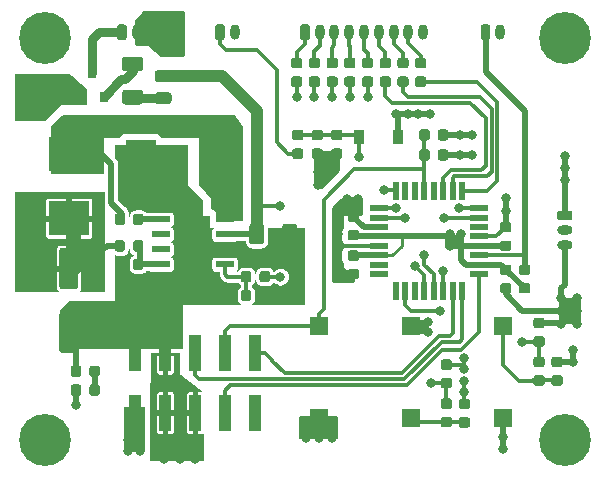
<source format=gbr>
%TF.GenerationSoftware,KiCad,Pcbnew,(5.1.5)-3*%
%TF.CreationDate,2021-03-30T18:15:46+02:00*%
%TF.ProjectId,rpm_meter_arduino,72706d5f-6d65-4746-9572-5f6172647569,rev?*%
%TF.SameCoordinates,Original*%
%TF.FileFunction,Copper,L1,Top*%
%TF.FilePolarity,Positive*%
%FSLAX46Y46*%
G04 Gerber Fmt 4.6, Leading zero omitted, Abs format (unit mm)*
G04 Created by KiCad (PCBNEW (5.1.5)-3) date 2021-03-30 18:15:46*
%MOMM*%
%LPD*%
G04 APERTURE LIST*
%TA.AperFunction,SMDPad,CuDef*%
%ADD10C,0.100000*%
%TD*%
%TA.AperFunction,SMDPad,CuDef*%
%ADD11R,0.900000X1.200000*%
%TD*%
%TA.AperFunction,SMDPad,CuDef*%
%ADD12R,2.500000X3.300000*%
%TD*%
%TA.AperFunction,ComponentPad*%
%ADD13C,0.700000*%
%TD*%
%TA.AperFunction,ComponentPad*%
%ADD14C,4.400000*%
%TD*%
%TA.AperFunction,SMDPad,CuDef*%
%ADD15R,1.000000X3.150000*%
%TD*%
%TA.AperFunction,ComponentPad*%
%ADD16O,0.800000X1.300000*%
%TD*%
%TA.AperFunction,ComponentPad*%
%ADD17C,0.100000*%
%TD*%
%TA.AperFunction,ComponentPad*%
%ADD18O,1.300000X0.800000*%
%TD*%
%TA.AperFunction,SMDPad,CuDef*%
%ADD19R,3.500000X2.950000*%
%TD*%
%TA.AperFunction,SMDPad,CuDef*%
%ADD20R,0.800000X0.900000*%
%TD*%
%TA.AperFunction,SMDPad,CuDef*%
%ADD21R,1.500000X1.500000*%
%TD*%
%TA.AperFunction,SMDPad,CuDef*%
%ADD22R,2.600000X3.100000*%
%TD*%
%TA.AperFunction,Conductor*%
%ADD23R,2.950000X4.500000*%
%TD*%
%TA.AperFunction,SMDPad,CuDef*%
%ADD24R,1.550000X0.600000*%
%TD*%
%TA.AperFunction,ViaPad*%
%ADD25C,0.600000*%
%TD*%
%TA.AperFunction,SMDPad,CuDef*%
%ADD26R,1.600000X0.550000*%
%TD*%
%TA.AperFunction,SMDPad,CuDef*%
%ADD27R,0.550000X1.600000*%
%TD*%
%TA.AperFunction,ViaPad*%
%ADD28C,0.800000*%
%TD*%
%TA.AperFunction,Conductor*%
%ADD29C,0.500000*%
%TD*%
%TA.AperFunction,Conductor*%
%ADD30C,1.000000*%
%TD*%
%TA.AperFunction,Conductor*%
%ADD31C,0.300000*%
%TD*%
%TA.AperFunction,Conductor*%
%ADD32C,0.250000*%
%TD*%
%TA.AperFunction,Conductor*%
%ADD33C,0.750000*%
%TD*%
%TA.AperFunction,Conductor*%
%ADD34C,0.200000*%
%TD*%
%TA.AperFunction,Conductor*%
%ADD35C,0.100000*%
%TD*%
%TA.AperFunction,Conductor*%
%ADD36C,0.254000*%
%TD*%
G04 APERTURE END LIST*
%TA.AperFunction,SMDPad,CuDef*%
D10*
%TO.P,C1,2*%
%TO.N,GND*%
G36*
X55377691Y-45676053D02*
G01*
X55398926Y-45679203D01*
X55419750Y-45684419D01*
X55439962Y-45691651D01*
X55459368Y-45700830D01*
X55477781Y-45711866D01*
X55495024Y-45724654D01*
X55510930Y-45739070D01*
X55525346Y-45754976D01*
X55538134Y-45772219D01*
X55549170Y-45790632D01*
X55558349Y-45810038D01*
X55565581Y-45830250D01*
X55570797Y-45851074D01*
X55573947Y-45872309D01*
X55575000Y-45893750D01*
X55575000Y-46331250D01*
X55573947Y-46352691D01*
X55570797Y-46373926D01*
X55565581Y-46394750D01*
X55558349Y-46414962D01*
X55549170Y-46434368D01*
X55538134Y-46452781D01*
X55525346Y-46470024D01*
X55510930Y-46485930D01*
X55495024Y-46500346D01*
X55477781Y-46513134D01*
X55459368Y-46524170D01*
X55439962Y-46533349D01*
X55419750Y-46540581D01*
X55398926Y-46545797D01*
X55377691Y-46548947D01*
X55356250Y-46550000D01*
X54843750Y-46550000D01*
X54822309Y-46548947D01*
X54801074Y-46545797D01*
X54780250Y-46540581D01*
X54760038Y-46533349D01*
X54740632Y-46524170D01*
X54722219Y-46513134D01*
X54704976Y-46500346D01*
X54689070Y-46485930D01*
X54674654Y-46470024D01*
X54661866Y-46452781D01*
X54650830Y-46434368D01*
X54641651Y-46414962D01*
X54634419Y-46394750D01*
X54629203Y-46373926D01*
X54626053Y-46352691D01*
X54625000Y-46331250D01*
X54625000Y-45893750D01*
X54626053Y-45872309D01*
X54629203Y-45851074D01*
X54634419Y-45830250D01*
X54641651Y-45810038D01*
X54650830Y-45790632D01*
X54661866Y-45772219D01*
X54674654Y-45754976D01*
X54689070Y-45739070D01*
X54704976Y-45724654D01*
X54722219Y-45711866D01*
X54740632Y-45700830D01*
X54760038Y-45691651D01*
X54780250Y-45684419D01*
X54801074Y-45679203D01*
X54822309Y-45676053D01*
X54843750Y-45675000D01*
X55356250Y-45675000D01*
X55377691Y-45676053D01*
G37*
%TD.AperFunction*%
%TA.AperFunction,SMDPad,CuDef*%
%TO.P,C1,1*%
%TO.N,+5V*%
G36*
X55377691Y-47251053D02*
G01*
X55398926Y-47254203D01*
X55419750Y-47259419D01*
X55439962Y-47266651D01*
X55459368Y-47275830D01*
X55477781Y-47286866D01*
X55495024Y-47299654D01*
X55510930Y-47314070D01*
X55525346Y-47329976D01*
X55538134Y-47347219D01*
X55549170Y-47365632D01*
X55558349Y-47385038D01*
X55565581Y-47405250D01*
X55570797Y-47426074D01*
X55573947Y-47447309D01*
X55575000Y-47468750D01*
X55575000Y-47906250D01*
X55573947Y-47927691D01*
X55570797Y-47948926D01*
X55565581Y-47969750D01*
X55558349Y-47989962D01*
X55549170Y-48009368D01*
X55538134Y-48027781D01*
X55525346Y-48045024D01*
X55510930Y-48060930D01*
X55495024Y-48075346D01*
X55477781Y-48088134D01*
X55459368Y-48099170D01*
X55439962Y-48108349D01*
X55419750Y-48115581D01*
X55398926Y-48120797D01*
X55377691Y-48123947D01*
X55356250Y-48125000D01*
X54843750Y-48125000D01*
X54822309Y-48123947D01*
X54801074Y-48120797D01*
X54780250Y-48115581D01*
X54760038Y-48108349D01*
X54740632Y-48099170D01*
X54722219Y-48088134D01*
X54704976Y-48075346D01*
X54689070Y-48060930D01*
X54674654Y-48045024D01*
X54661866Y-48027781D01*
X54650830Y-48009368D01*
X54641651Y-47989962D01*
X54634419Y-47969750D01*
X54629203Y-47948926D01*
X54626053Y-47927691D01*
X54625000Y-47906250D01*
X54625000Y-47468750D01*
X54626053Y-47447309D01*
X54629203Y-47426074D01*
X54634419Y-47405250D01*
X54641651Y-47385038D01*
X54650830Y-47365632D01*
X54661866Y-47347219D01*
X54674654Y-47329976D01*
X54689070Y-47314070D01*
X54704976Y-47299654D01*
X54722219Y-47286866D01*
X54740632Y-47275830D01*
X54760038Y-47266651D01*
X54780250Y-47259419D01*
X54801074Y-47254203D01*
X54822309Y-47251053D01*
X54843750Y-47250000D01*
X55356250Y-47250000D01*
X55377691Y-47251053D01*
G37*
%TD.AperFunction*%
%TD*%
%TA.AperFunction,SMDPad,CuDef*%
%TO.P,C2,1*%
%TO.N,+5V*%
G36*
X68277691Y-48151053D02*
G01*
X68298926Y-48154203D01*
X68319750Y-48159419D01*
X68339962Y-48166651D01*
X68359368Y-48175830D01*
X68377781Y-48186866D01*
X68395024Y-48199654D01*
X68410930Y-48214070D01*
X68425346Y-48229976D01*
X68438134Y-48247219D01*
X68449170Y-48265632D01*
X68458349Y-48285038D01*
X68465581Y-48305250D01*
X68470797Y-48326074D01*
X68473947Y-48347309D01*
X68475000Y-48368750D01*
X68475000Y-48806250D01*
X68473947Y-48827691D01*
X68470797Y-48848926D01*
X68465581Y-48869750D01*
X68458349Y-48889962D01*
X68449170Y-48909368D01*
X68438134Y-48927781D01*
X68425346Y-48945024D01*
X68410930Y-48960930D01*
X68395024Y-48975346D01*
X68377781Y-48988134D01*
X68359368Y-48999170D01*
X68339962Y-49008349D01*
X68319750Y-49015581D01*
X68298926Y-49020797D01*
X68277691Y-49023947D01*
X68256250Y-49025000D01*
X67743750Y-49025000D01*
X67722309Y-49023947D01*
X67701074Y-49020797D01*
X67680250Y-49015581D01*
X67660038Y-49008349D01*
X67640632Y-48999170D01*
X67622219Y-48988134D01*
X67604976Y-48975346D01*
X67589070Y-48960930D01*
X67574654Y-48945024D01*
X67561866Y-48927781D01*
X67550830Y-48909368D01*
X67541651Y-48889962D01*
X67534419Y-48869750D01*
X67529203Y-48848926D01*
X67526053Y-48827691D01*
X67525000Y-48806250D01*
X67525000Y-48368750D01*
X67526053Y-48347309D01*
X67529203Y-48326074D01*
X67534419Y-48305250D01*
X67541651Y-48285038D01*
X67550830Y-48265632D01*
X67561866Y-48247219D01*
X67574654Y-48229976D01*
X67589070Y-48214070D01*
X67604976Y-48199654D01*
X67622219Y-48186866D01*
X67640632Y-48175830D01*
X67660038Y-48166651D01*
X67680250Y-48159419D01*
X67701074Y-48154203D01*
X67722309Y-48151053D01*
X67743750Y-48150000D01*
X68256250Y-48150000D01*
X68277691Y-48151053D01*
G37*
%TD.AperFunction*%
%TA.AperFunction,SMDPad,CuDef*%
%TO.P,C2,2*%
%TO.N,GND*%
G36*
X68277691Y-46576053D02*
G01*
X68298926Y-46579203D01*
X68319750Y-46584419D01*
X68339962Y-46591651D01*
X68359368Y-46600830D01*
X68377781Y-46611866D01*
X68395024Y-46624654D01*
X68410930Y-46639070D01*
X68425346Y-46654976D01*
X68438134Y-46672219D01*
X68449170Y-46690632D01*
X68458349Y-46710038D01*
X68465581Y-46730250D01*
X68470797Y-46751074D01*
X68473947Y-46772309D01*
X68475000Y-46793750D01*
X68475000Y-47231250D01*
X68473947Y-47252691D01*
X68470797Y-47273926D01*
X68465581Y-47294750D01*
X68458349Y-47314962D01*
X68449170Y-47334368D01*
X68438134Y-47352781D01*
X68425346Y-47370024D01*
X68410930Y-47385930D01*
X68395024Y-47400346D01*
X68377781Y-47413134D01*
X68359368Y-47424170D01*
X68339962Y-47433349D01*
X68319750Y-47440581D01*
X68298926Y-47445797D01*
X68277691Y-47448947D01*
X68256250Y-47450000D01*
X67743750Y-47450000D01*
X67722309Y-47448947D01*
X67701074Y-47445797D01*
X67680250Y-47440581D01*
X67660038Y-47433349D01*
X67640632Y-47424170D01*
X67622219Y-47413134D01*
X67604976Y-47400346D01*
X67589070Y-47385930D01*
X67574654Y-47370024D01*
X67561866Y-47352781D01*
X67550830Y-47334368D01*
X67541651Y-47314962D01*
X67534419Y-47294750D01*
X67529203Y-47273926D01*
X67526053Y-47252691D01*
X67525000Y-47231250D01*
X67525000Y-46793750D01*
X67526053Y-46772309D01*
X67529203Y-46751074D01*
X67534419Y-46730250D01*
X67541651Y-46710038D01*
X67550830Y-46690632D01*
X67561866Y-46672219D01*
X67574654Y-46654976D01*
X67589070Y-46639070D01*
X67604976Y-46624654D01*
X67622219Y-46611866D01*
X67640632Y-46600830D01*
X67660038Y-46591651D01*
X67680250Y-46584419D01*
X67701074Y-46579203D01*
X67722309Y-46576053D01*
X67743750Y-46575000D01*
X68256250Y-46575000D01*
X68277691Y-46576053D01*
G37*
%TD.AperFunction*%
%TD*%
%TA.AperFunction,SMDPad,CuDef*%
%TO.P,C3,2*%
%TO.N,GND*%
G36*
X68277691Y-51751053D02*
G01*
X68298926Y-51754203D01*
X68319750Y-51759419D01*
X68339962Y-51766651D01*
X68359368Y-51775830D01*
X68377781Y-51786866D01*
X68395024Y-51799654D01*
X68410930Y-51814070D01*
X68425346Y-51829976D01*
X68438134Y-51847219D01*
X68449170Y-51865632D01*
X68458349Y-51885038D01*
X68465581Y-51905250D01*
X68470797Y-51926074D01*
X68473947Y-51947309D01*
X68475000Y-51968750D01*
X68475000Y-52406250D01*
X68473947Y-52427691D01*
X68470797Y-52448926D01*
X68465581Y-52469750D01*
X68458349Y-52489962D01*
X68449170Y-52509368D01*
X68438134Y-52527781D01*
X68425346Y-52545024D01*
X68410930Y-52560930D01*
X68395024Y-52575346D01*
X68377781Y-52588134D01*
X68359368Y-52599170D01*
X68339962Y-52608349D01*
X68319750Y-52615581D01*
X68298926Y-52620797D01*
X68277691Y-52623947D01*
X68256250Y-52625000D01*
X67743750Y-52625000D01*
X67722309Y-52623947D01*
X67701074Y-52620797D01*
X67680250Y-52615581D01*
X67660038Y-52608349D01*
X67640632Y-52599170D01*
X67622219Y-52588134D01*
X67604976Y-52575346D01*
X67589070Y-52560930D01*
X67574654Y-52545024D01*
X67561866Y-52527781D01*
X67550830Y-52509368D01*
X67541651Y-52489962D01*
X67534419Y-52469750D01*
X67529203Y-52448926D01*
X67526053Y-52427691D01*
X67525000Y-52406250D01*
X67525000Y-51968750D01*
X67526053Y-51947309D01*
X67529203Y-51926074D01*
X67534419Y-51905250D01*
X67541651Y-51885038D01*
X67550830Y-51865632D01*
X67561866Y-51847219D01*
X67574654Y-51829976D01*
X67589070Y-51814070D01*
X67604976Y-51799654D01*
X67622219Y-51786866D01*
X67640632Y-51775830D01*
X67660038Y-51766651D01*
X67680250Y-51759419D01*
X67701074Y-51754203D01*
X67722309Y-51751053D01*
X67743750Y-51750000D01*
X68256250Y-51750000D01*
X68277691Y-51751053D01*
G37*
%TD.AperFunction*%
%TA.AperFunction,SMDPad,CuDef*%
%TO.P,C3,1*%
%TO.N,+5V*%
G36*
X68277691Y-50176053D02*
G01*
X68298926Y-50179203D01*
X68319750Y-50184419D01*
X68339962Y-50191651D01*
X68359368Y-50200830D01*
X68377781Y-50211866D01*
X68395024Y-50224654D01*
X68410930Y-50239070D01*
X68425346Y-50254976D01*
X68438134Y-50272219D01*
X68449170Y-50290632D01*
X68458349Y-50310038D01*
X68465581Y-50330250D01*
X68470797Y-50351074D01*
X68473947Y-50372309D01*
X68475000Y-50393750D01*
X68475000Y-50831250D01*
X68473947Y-50852691D01*
X68470797Y-50873926D01*
X68465581Y-50894750D01*
X68458349Y-50914962D01*
X68449170Y-50934368D01*
X68438134Y-50952781D01*
X68425346Y-50970024D01*
X68410930Y-50985930D01*
X68395024Y-51000346D01*
X68377781Y-51013134D01*
X68359368Y-51024170D01*
X68339962Y-51033349D01*
X68319750Y-51040581D01*
X68298926Y-51045797D01*
X68277691Y-51048947D01*
X68256250Y-51050000D01*
X67743750Y-51050000D01*
X67722309Y-51048947D01*
X67701074Y-51045797D01*
X67680250Y-51040581D01*
X67660038Y-51033349D01*
X67640632Y-51024170D01*
X67622219Y-51013134D01*
X67604976Y-51000346D01*
X67589070Y-50985930D01*
X67574654Y-50970024D01*
X67561866Y-50952781D01*
X67550830Y-50934368D01*
X67541651Y-50914962D01*
X67534419Y-50894750D01*
X67529203Y-50873926D01*
X67526053Y-50852691D01*
X67525000Y-50831250D01*
X67525000Y-50393750D01*
X67526053Y-50372309D01*
X67529203Y-50351074D01*
X67534419Y-50330250D01*
X67541651Y-50310038D01*
X67550830Y-50290632D01*
X67561866Y-50272219D01*
X67574654Y-50254976D01*
X67589070Y-50239070D01*
X67604976Y-50224654D01*
X67622219Y-50211866D01*
X67640632Y-50200830D01*
X67660038Y-50191651D01*
X67680250Y-50184419D01*
X67701074Y-50179203D01*
X67722309Y-50176053D01*
X67743750Y-50175000D01*
X68256250Y-50175000D01*
X68277691Y-50176053D01*
G37*
%TD.AperFunction*%
%TD*%
%TA.AperFunction,SMDPad,CuDef*%
%TO.P,C5,1*%
%TO.N,RESET*%
G36*
X61352691Y-40426053D02*
G01*
X61373926Y-40429203D01*
X61394750Y-40434419D01*
X61414962Y-40441651D01*
X61434368Y-40450830D01*
X61452781Y-40461866D01*
X61470024Y-40474654D01*
X61485930Y-40489070D01*
X61500346Y-40504976D01*
X61513134Y-40522219D01*
X61524170Y-40540632D01*
X61533349Y-40560038D01*
X61540581Y-40580250D01*
X61545797Y-40601074D01*
X61548947Y-40622309D01*
X61550000Y-40643750D01*
X61550000Y-41156250D01*
X61548947Y-41177691D01*
X61545797Y-41198926D01*
X61540581Y-41219750D01*
X61533349Y-41239962D01*
X61524170Y-41259368D01*
X61513134Y-41277781D01*
X61500346Y-41295024D01*
X61485930Y-41310930D01*
X61470024Y-41325346D01*
X61452781Y-41338134D01*
X61434368Y-41349170D01*
X61414962Y-41358349D01*
X61394750Y-41365581D01*
X61373926Y-41370797D01*
X61352691Y-41373947D01*
X61331250Y-41375000D01*
X60893750Y-41375000D01*
X60872309Y-41373947D01*
X60851074Y-41370797D01*
X60830250Y-41365581D01*
X60810038Y-41358349D01*
X60790632Y-41349170D01*
X60772219Y-41338134D01*
X60754976Y-41325346D01*
X60739070Y-41310930D01*
X60724654Y-41295024D01*
X60711866Y-41277781D01*
X60700830Y-41259368D01*
X60691651Y-41239962D01*
X60684419Y-41219750D01*
X60679203Y-41198926D01*
X60676053Y-41177691D01*
X60675000Y-41156250D01*
X60675000Y-40643750D01*
X60676053Y-40622309D01*
X60679203Y-40601074D01*
X60684419Y-40580250D01*
X60691651Y-40560038D01*
X60700830Y-40540632D01*
X60711866Y-40522219D01*
X60724654Y-40504976D01*
X60739070Y-40489070D01*
X60754976Y-40474654D01*
X60772219Y-40461866D01*
X60790632Y-40450830D01*
X60810038Y-40441651D01*
X60830250Y-40434419D01*
X60851074Y-40429203D01*
X60872309Y-40426053D01*
X60893750Y-40425000D01*
X61331250Y-40425000D01*
X61352691Y-40426053D01*
G37*
%TD.AperFunction*%
%TA.AperFunction,SMDPad,CuDef*%
%TO.P,C5,2*%
%TO.N,GND*%
G36*
X62927691Y-40426053D02*
G01*
X62948926Y-40429203D01*
X62969750Y-40434419D01*
X62989962Y-40441651D01*
X63009368Y-40450830D01*
X63027781Y-40461866D01*
X63045024Y-40474654D01*
X63060930Y-40489070D01*
X63075346Y-40504976D01*
X63088134Y-40522219D01*
X63099170Y-40540632D01*
X63108349Y-40560038D01*
X63115581Y-40580250D01*
X63120797Y-40601074D01*
X63123947Y-40622309D01*
X63125000Y-40643750D01*
X63125000Y-41156250D01*
X63123947Y-41177691D01*
X63120797Y-41198926D01*
X63115581Y-41219750D01*
X63108349Y-41239962D01*
X63099170Y-41259368D01*
X63088134Y-41277781D01*
X63075346Y-41295024D01*
X63060930Y-41310930D01*
X63045024Y-41325346D01*
X63027781Y-41338134D01*
X63009368Y-41349170D01*
X62989962Y-41358349D01*
X62969750Y-41365581D01*
X62948926Y-41370797D01*
X62927691Y-41373947D01*
X62906250Y-41375000D01*
X62468750Y-41375000D01*
X62447309Y-41373947D01*
X62426074Y-41370797D01*
X62405250Y-41365581D01*
X62385038Y-41358349D01*
X62365632Y-41349170D01*
X62347219Y-41338134D01*
X62329976Y-41325346D01*
X62314070Y-41310930D01*
X62299654Y-41295024D01*
X62286866Y-41277781D01*
X62275830Y-41259368D01*
X62266651Y-41239962D01*
X62259419Y-41219750D01*
X62254203Y-41198926D01*
X62251053Y-41177691D01*
X62250000Y-41156250D01*
X62250000Y-40643750D01*
X62251053Y-40622309D01*
X62254203Y-40601074D01*
X62259419Y-40580250D01*
X62266651Y-40560038D01*
X62275830Y-40540632D01*
X62286866Y-40522219D01*
X62299654Y-40504976D01*
X62314070Y-40489070D01*
X62329976Y-40474654D01*
X62347219Y-40461866D01*
X62365632Y-40450830D01*
X62385038Y-40441651D01*
X62405250Y-40434419D01*
X62426074Y-40429203D01*
X62447309Y-40426053D01*
X62468750Y-40425000D01*
X62906250Y-40425000D01*
X62927691Y-40426053D01*
G37*
%TD.AperFunction*%
%TD*%
%TA.AperFunction,SMDPad,CuDef*%
%TO.P,C6,1*%
%TO.N,Net-(C6-Pad1)*%
G36*
X47299504Y-46726204D02*
G01*
X47323773Y-46729804D01*
X47347571Y-46735765D01*
X47370671Y-46744030D01*
X47392849Y-46754520D01*
X47413893Y-46767133D01*
X47433598Y-46781747D01*
X47451777Y-46798223D01*
X47468253Y-46816402D01*
X47482867Y-46836107D01*
X47495480Y-46857151D01*
X47505970Y-46879329D01*
X47514235Y-46902429D01*
X47520196Y-46926227D01*
X47523796Y-46950496D01*
X47525000Y-46975000D01*
X47525000Y-48225000D01*
X47523796Y-48249504D01*
X47520196Y-48273773D01*
X47514235Y-48297571D01*
X47505970Y-48320671D01*
X47495480Y-48342849D01*
X47482867Y-48363893D01*
X47468253Y-48383598D01*
X47451777Y-48401777D01*
X47433598Y-48418253D01*
X47413893Y-48432867D01*
X47392849Y-48445480D01*
X47370671Y-48455970D01*
X47347571Y-48464235D01*
X47323773Y-48470196D01*
X47299504Y-48473796D01*
X47275000Y-48475000D01*
X46525000Y-48475000D01*
X46500496Y-48473796D01*
X46476227Y-48470196D01*
X46452429Y-48464235D01*
X46429329Y-48455970D01*
X46407151Y-48445480D01*
X46386107Y-48432867D01*
X46366402Y-48418253D01*
X46348223Y-48401777D01*
X46331747Y-48383598D01*
X46317133Y-48363893D01*
X46304520Y-48342849D01*
X46294030Y-48320671D01*
X46285765Y-48297571D01*
X46279804Y-48273773D01*
X46276204Y-48249504D01*
X46275000Y-48225000D01*
X46275000Y-46975000D01*
X46276204Y-46950496D01*
X46279804Y-46926227D01*
X46285765Y-46902429D01*
X46294030Y-46879329D01*
X46304520Y-46857151D01*
X46317133Y-46836107D01*
X46331747Y-46816402D01*
X46348223Y-46798223D01*
X46366402Y-46781747D01*
X46386107Y-46767133D01*
X46407151Y-46754520D01*
X46429329Y-46744030D01*
X46452429Y-46735765D01*
X46476227Y-46729804D01*
X46500496Y-46726204D01*
X46525000Y-46725000D01*
X47275000Y-46725000D01*
X47299504Y-46726204D01*
G37*
%TD.AperFunction*%
%TA.AperFunction,SMDPad,CuDef*%
%TO.P,C6,2*%
%TO.N,GND*%
G36*
X50099504Y-46726204D02*
G01*
X50123773Y-46729804D01*
X50147571Y-46735765D01*
X50170671Y-46744030D01*
X50192849Y-46754520D01*
X50213893Y-46767133D01*
X50233598Y-46781747D01*
X50251777Y-46798223D01*
X50268253Y-46816402D01*
X50282867Y-46836107D01*
X50295480Y-46857151D01*
X50305970Y-46879329D01*
X50314235Y-46902429D01*
X50320196Y-46926227D01*
X50323796Y-46950496D01*
X50325000Y-46975000D01*
X50325000Y-48225000D01*
X50323796Y-48249504D01*
X50320196Y-48273773D01*
X50314235Y-48297571D01*
X50305970Y-48320671D01*
X50295480Y-48342849D01*
X50282867Y-48363893D01*
X50268253Y-48383598D01*
X50251777Y-48401777D01*
X50233598Y-48418253D01*
X50213893Y-48432867D01*
X50192849Y-48445480D01*
X50170671Y-48455970D01*
X50147571Y-48464235D01*
X50123773Y-48470196D01*
X50099504Y-48473796D01*
X50075000Y-48475000D01*
X49325000Y-48475000D01*
X49300496Y-48473796D01*
X49276227Y-48470196D01*
X49252429Y-48464235D01*
X49229329Y-48455970D01*
X49207151Y-48445480D01*
X49186107Y-48432867D01*
X49166402Y-48418253D01*
X49148223Y-48401777D01*
X49131747Y-48383598D01*
X49117133Y-48363893D01*
X49104520Y-48342849D01*
X49094030Y-48320671D01*
X49085765Y-48297571D01*
X49079804Y-48273773D01*
X49076204Y-48249504D01*
X49075000Y-48225000D01*
X49075000Y-46975000D01*
X49076204Y-46950496D01*
X49079804Y-46926227D01*
X49085765Y-46902429D01*
X49094030Y-46879329D01*
X49104520Y-46857151D01*
X49117133Y-46836107D01*
X49131747Y-46816402D01*
X49148223Y-46798223D01*
X49166402Y-46781747D01*
X49186107Y-46767133D01*
X49207151Y-46754520D01*
X49229329Y-46744030D01*
X49252429Y-46735765D01*
X49276227Y-46729804D01*
X49300496Y-46726204D01*
X49325000Y-46725000D01*
X50075000Y-46725000D01*
X50099504Y-46726204D01*
G37*
%TD.AperFunction*%
%TD*%
%TA.AperFunction,SMDPad,CuDef*%
%TO.P,C7,2*%
%TO.N,GND*%
G36*
X52311691Y-40351053D02*
G01*
X52332926Y-40354203D01*
X52353750Y-40359419D01*
X52373962Y-40366651D01*
X52393368Y-40375830D01*
X52411781Y-40386866D01*
X52429024Y-40399654D01*
X52444930Y-40414070D01*
X52459346Y-40429976D01*
X52472134Y-40447219D01*
X52483170Y-40465632D01*
X52492349Y-40485038D01*
X52499581Y-40505250D01*
X52504797Y-40526074D01*
X52507947Y-40547309D01*
X52509000Y-40568750D01*
X52509000Y-41006250D01*
X52507947Y-41027691D01*
X52504797Y-41048926D01*
X52499581Y-41069750D01*
X52492349Y-41089962D01*
X52483170Y-41109368D01*
X52472134Y-41127781D01*
X52459346Y-41145024D01*
X52444930Y-41160930D01*
X52429024Y-41175346D01*
X52411781Y-41188134D01*
X52393368Y-41199170D01*
X52373962Y-41208349D01*
X52353750Y-41215581D01*
X52332926Y-41220797D01*
X52311691Y-41223947D01*
X52290250Y-41225000D01*
X51777750Y-41225000D01*
X51756309Y-41223947D01*
X51735074Y-41220797D01*
X51714250Y-41215581D01*
X51694038Y-41208349D01*
X51674632Y-41199170D01*
X51656219Y-41188134D01*
X51638976Y-41175346D01*
X51623070Y-41160930D01*
X51608654Y-41145024D01*
X51595866Y-41127781D01*
X51584830Y-41109368D01*
X51575651Y-41089962D01*
X51568419Y-41069750D01*
X51563203Y-41048926D01*
X51560053Y-41027691D01*
X51559000Y-41006250D01*
X51559000Y-40568750D01*
X51560053Y-40547309D01*
X51563203Y-40526074D01*
X51568419Y-40505250D01*
X51575651Y-40485038D01*
X51584830Y-40465632D01*
X51595866Y-40447219D01*
X51608654Y-40429976D01*
X51623070Y-40414070D01*
X51638976Y-40399654D01*
X51656219Y-40386866D01*
X51674632Y-40375830D01*
X51694038Y-40366651D01*
X51714250Y-40359419D01*
X51735074Y-40354203D01*
X51756309Y-40351053D01*
X51777750Y-40350000D01*
X52290250Y-40350000D01*
X52311691Y-40351053D01*
G37*
%TD.AperFunction*%
%TA.AperFunction,SMDPad,CuDef*%
%TO.P,C7,1*%
%TO.N,RPM*%
G36*
X52311691Y-38776053D02*
G01*
X52332926Y-38779203D01*
X52353750Y-38784419D01*
X52373962Y-38791651D01*
X52393368Y-38800830D01*
X52411781Y-38811866D01*
X52429024Y-38824654D01*
X52444930Y-38839070D01*
X52459346Y-38854976D01*
X52472134Y-38872219D01*
X52483170Y-38890632D01*
X52492349Y-38910038D01*
X52499581Y-38930250D01*
X52504797Y-38951074D01*
X52507947Y-38972309D01*
X52509000Y-38993750D01*
X52509000Y-39431250D01*
X52507947Y-39452691D01*
X52504797Y-39473926D01*
X52499581Y-39494750D01*
X52492349Y-39514962D01*
X52483170Y-39534368D01*
X52472134Y-39552781D01*
X52459346Y-39570024D01*
X52444930Y-39585930D01*
X52429024Y-39600346D01*
X52411781Y-39613134D01*
X52393368Y-39624170D01*
X52373962Y-39633349D01*
X52353750Y-39640581D01*
X52332926Y-39645797D01*
X52311691Y-39648947D01*
X52290250Y-39650000D01*
X51777750Y-39650000D01*
X51756309Y-39648947D01*
X51735074Y-39645797D01*
X51714250Y-39640581D01*
X51694038Y-39633349D01*
X51674632Y-39624170D01*
X51656219Y-39613134D01*
X51638976Y-39600346D01*
X51623070Y-39585930D01*
X51608654Y-39570024D01*
X51595866Y-39552781D01*
X51584830Y-39534368D01*
X51575651Y-39514962D01*
X51568419Y-39494750D01*
X51563203Y-39473926D01*
X51560053Y-39452691D01*
X51559000Y-39431250D01*
X51559000Y-38993750D01*
X51560053Y-38972309D01*
X51563203Y-38951074D01*
X51568419Y-38930250D01*
X51575651Y-38910038D01*
X51584830Y-38890632D01*
X51595866Y-38872219D01*
X51608654Y-38854976D01*
X51623070Y-38839070D01*
X51638976Y-38824654D01*
X51656219Y-38811866D01*
X51674632Y-38800830D01*
X51694038Y-38791651D01*
X51714250Y-38784419D01*
X51735074Y-38779203D01*
X51756309Y-38776053D01*
X51777750Y-38775000D01*
X52290250Y-38775000D01*
X52311691Y-38776053D01*
G37*
%TD.AperFunction*%
%TD*%
%TA.AperFunction,SMDPad,CuDef*%
%TO.P,C8,1*%
%TO.N,Net-(C8-Pad1)*%
G36*
X37127691Y-45865053D02*
G01*
X37148926Y-45868203D01*
X37169750Y-45873419D01*
X37189962Y-45880651D01*
X37209368Y-45889830D01*
X37227781Y-45900866D01*
X37245024Y-45913654D01*
X37260930Y-45928070D01*
X37275346Y-45943976D01*
X37288134Y-45961219D01*
X37299170Y-45979632D01*
X37308349Y-45999038D01*
X37315581Y-46019250D01*
X37320797Y-46040074D01*
X37323947Y-46061309D01*
X37325000Y-46082750D01*
X37325000Y-46595250D01*
X37323947Y-46616691D01*
X37320797Y-46637926D01*
X37315581Y-46658750D01*
X37308349Y-46678962D01*
X37299170Y-46698368D01*
X37288134Y-46716781D01*
X37275346Y-46734024D01*
X37260930Y-46749930D01*
X37245024Y-46764346D01*
X37227781Y-46777134D01*
X37209368Y-46788170D01*
X37189962Y-46797349D01*
X37169750Y-46804581D01*
X37148926Y-46809797D01*
X37127691Y-46812947D01*
X37106250Y-46814000D01*
X36668750Y-46814000D01*
X36647309Y-46812947D01*
X36626074Y-46809797D01*
X36605250Y-46804581D01*
X36585038Y-46797349D01*
X36565632Y-46788170D01*
X36547219Y-46777134D01*
X36529976Y-46764346D01*
X36514070Y-46749930D01*
X36499654Y-46734024D01*
X36486866Y-46716781D01*
X36475830Y-46698368D01*
X36466651Y-46678962D01*
X36459419Y-46658750D01*
X36454203Y-46637926D01*
X36451053Y-46616691D01*
X36450000Y-46595250D01*
X36450000Y-46082750D01*
X36451053Y-46061309D01*
X36454203Y-46040074D01*
X36459419Y-46019250D01*
X36466651Y-45999038D01*
X36475830Y-45979632D01*
X36486866Y-45961219D01*
X36499654Y-45943976D01*
X36514070Y-45928070D01*
X36529976Y-45913654D01*
X36547219Y-45900866D01*
X36565632Y-45889830D01*
X36585038Y-45880651D01*
X36605250Y-45873419D01*
X36626074Y-45868203D01*
X36647309Y-45865053D01*
X36668750Y-45864000D01*
X37106250Y-45864000D01*
X37127691Y-45865053D01*
G37*
%TD.AperFunction*%
%TA.AperFunction,SMDPad,CuDef*%
%TO.P,C8,2*%
%TO.N,Net-(C8-Pad2)*%
G36*
X35552691Y-45865053D02*
G01*
X35573926Y-45868203D01*
X35594750Y-45873419D01*
X35614962Y-45880651D01*
X35634368Y-45889830D01*
X35652781Y-45900866D01*
X35670024Y-45913654D01*
X35685930Y-45928070D01*
X35700346Y-45943976D01*
X35713134Y-45961219D01*
X35724170Y-45979632D01*
X35733349Y-45999038D01*
X35740581Y-46019250D01*
X35745797Y-46040074D01*
X35748947Y-46061309D01*
X35750000Y-46082750D01*
X35750000Y-46595250D01*
X35748947Y-46616691D01*
X35745797Y-46637926D01*
X35740581Y-46658750D01*
X35733349Y-46678962D01*
X35724170Y-46698368D01*
X35713134Y-46716781D01*
X35700346Y-46734024D01*
X35685930Y-46749930D01*
X35670024Y-46764346D01*
X35652781Y-46777134D01*
X35634368Y-46788170D01*
X35614962Y-46797349D01*
X35594750Y-46804581D01*
X35573926Y-46809797D01*
X35552691Y-46812947D01*
X35531250Y-46814000D01*
X35093750Y-46814000D01*
X35072309Y-46812947D01*
X35051074Y-46809797D01*
X35030250Y-46804581D01*
X35010038Y-46797349D01*
X34990632Y-46788170D01*
X34972219Y-46777134D01*
X34954976Y-46764346D01*
X34939070Y-46749930D01*
X34924654Y-46734024D01*
X34911866Y-46716781D01*
X34900830Y-46698368D01*
X34891651Y-46678962D01*
X34884419Y-46658750D01*
X34879203Y-46637926D01*
X34876053Y-46616691D01*
X34875000Y-46595250D01*
X34875000Y-46082750D01*
X34876053Y-46061309D01*
X34879203Y-46040074D01*
X34884419Y-46019250D01*
X34891651Y-45999038D01*
X34900830Y-45979632D01*
X34911866Y-45961219D01*
X34924654Y-45943976D01*
X34939070Y-45928070D01*
X34954976Y-45913654D01*
X34972219Y-45900866D01*
X34990632Y-45889830D01*
X35010038Y-45880651D01*
X35030250Y-45873419D01*
X35051074Y-45868203D01*
X35072309Y-45865053D01*
X35093750Y-45864000D01*
X35531250Y-45864000D01*
X35552691Y-45865053D01*
G37*
%TD.AperFunction*%
%TD*%
%TA.AperFunction,SMDPad,CuDef*%
%TO.P,C9,1*%
%TO.N,BUTTON_1*%
G36*
X63253691Y-59782053D02*
G01*
X63274926Y-59785203D01*
X63295750Y-59790419D01*
X63315962Y-59797651D01*
X63335368Y-59806830D01*
X63353781Y-59817866D01*
X63371024Y-59830654D01*
X63386930Y-59845070D01*
X63401346Y-59860976D01*
X63414134Y-59878219D01*
X63425170Y-59896632D01*
X63434349Y-59916038D01*
X63441581Y-59936250D01*
X63446797Y-59957074D01*
X63449947Y-59978309D01*
X63451000Y-59999750D01*
X63451000Y-60437250D01*
X63449947Y-60458691D01*
X63446797Y-60479926D01*
X63441581Y-60500750D01*
X63434349Y-60520962D01*
X63425170Y-60540368D01*
X63414134Y-60558781D01*
X63401346Y-60576024D01*
X63386930Y-60591930D01*
X63371024Y-60606346D01*
X63353781Y-60619134D01*
X63335368Y-60630170D01*
X63315962Y-60639349D01*
X63295750Y-60646581D01*
X63274926Y-60651797D01*
X63253691Y-60654947D01*
X63232250Y-60656000D01*
X62719750Y-60656000D01*
X62698309Y-60654947D01*
X62677074Y-60651797D01*
X62656250Y-60646581D01*
X62636038Y-60639349D01*
X62616632Y-60630170D01*
X62598219Y-60619134D01*
X62580976Y-60606346D01*
X62565070Y-60591930D01*
X62550654Y-60576024D01*
X62537866Y-60558781D01*
X62526830Y-60540368D01*
X62517651Y-60520962D01*
X62510419Y-60500750D01*
X62505203Y-60479926D01*
X62502053Y-60458691D01*
X62501000Y-60437250D01*
X62501000Y-59999750D01*
X62502053Y-59978309D01*
X62505203Y-59957074D01*
X62510419Y-59936250D01*
X62517651Y-59916038D01*
X62526830Y-59896632D01*
X62537866Y-59878219D01*
X62550654Y-59860976D01*
X62565070Y-59845070D01*
X62580976Y-59830654D01*
X62598219Y-59817866D01*
X62616632Y-59806830D01*
X62636038Y-59797651D01*
X62656250Y-59790419D01*
X62677074Y-59785203D01*
X62698309Y-59782053D01*
X62719750Y-59781000D01*
X63232250Y-59781000D01*
X63253691Y-59782053D01*
G37*
%TD.AperFunction*%
%TA.AperFunction,SMDPad,CuDef*%
%TO.P,C9,2*%
%TO.N,GND*%
G36*
X63253691Y-58207053D02*
G01*
X63274926Y-58210203D01*
X63295750Y-58215419D01*
X63315962Y-58222651D01*
X63335368Y-58231830D01*
X63353781Y-58242866D01*
X63371024Y-58255654D01*
X63386930Y-58270070D01*
X63401346Y-58285976D01*
X63414134Y-58303219D01*
X63425170Y-58321632D01*
X63434349Y-58341038D01*
X63441581Y-58361250D01*
X63446797Y-58382074D01*
X63449947Y-58403309D01*
X63451000Y-58424750D01*
X63451000Y-58862250D01*
X63449947Y-58883691D01*
X63446797Y-58904926D01*
X63441581Y-58925750D01*
X63434349Y-58945962D01*
X63425170Y-58965368D01*
X63414134Y-58983781D01*
X63401346Y-59001024D01*
X63386930Y-59016930D01*
X63371024Y-59031346D01*
X63353781Y-59044134D01*
X63335368Y-59055170D01*
X63315962Y-59064349D01*
X63295750Y-59071581D01*
X63274926Y-59076797D01*
X63253691Y-59079947D01*
X63232250Y-59081000D01*
X62719750Y-59081000D01*
X62698309Y-59079947D01*
X62677074Y-59076797D01*
X62656250Y-59071581D01*
X62636038Y-59064349D01*
X62616632Y-59055170D01*
X62598219Y-59044134D01*
X62580976Y-59031346D01*
X62565070Y-59016930D01*
X62550654Y-59001024D01*
X62537866Y-58983781D01*
X62526830Y-58965368D01*
X62517651Y-58945962D01*
X62510419Y-58925750D01*
X62505203Y-58904926D01*
X62502053Y-58883691D01*
X62501000Y-58862250D01*
X62501000Y-58424750D01*
X62502053Y-58403309D01*
X62505203Y-58382074D01*
X62510419Y-58361250D01*
X62517651Y-58341038D01*
X62526830Y-58321632D01*
X62537866Y-58303219D01*
X62550654Y-58285976D01*
X62565070Y-58270070D01*
X62580976Y-58255654D01*
X62598219Y-58242866D01*
X62616632Y-58231830D01*
X62636038Y-58222651D01*
X62656250Y-58215419D01*
X62677074Y-58210203D01*
X62698309Y-58207053D01*
X62719750Y-58206000D01*
X63232250Y-58206000D01*
X63253691Y-58207053D01*
G37*
%TD.AperFunction*%
%TD*%
%TA.AperFunction,SMDPad,CuDef*%
%TO.P,C10,2*%
%TO.N,GND*%
G36*
X71099691Y-54675053D02*
G01*
X71120926Y-54678203D01*
X71141750Y-54683419D01*
X71161962Y-54690651D01*
X71181368Y-54699830D01*
X71199781Y-54710866D01*
X71217024Y-54723654D01*
X71232930Y-54738070D01*
X71247346Y-54753976D01*
X71260134Y-54771219D01*
X71271170Y-54789632D01*
X71280349Y-54809038D01*
X71287581Y-54829250D01*
X71292797Y-54850074D01*
X71295947Y-54871309D01*
X71297000Y-54892750D01*
X71297000Y-55330250D01*
X71295947Y-55351691D01*
X71292797Y-55372926D01*
X71287581Y-55393750D01*
X71280349Y-55413962D01*
X71271170Y-55433368D01*
X71260134Y-55451781D01*
X71247346Y-55469024D01*
X71232930Y-55484930D01*
X71217024Y-55499346D01*
X71199781Y-55512134D01*
X71181368Y-55523170D01*
X71161962Y-55532349D01*
X71141750Y-55539581D01*
X71120926Y-55544797D01*
X71099691Y-55547947D01*
X71078250Y-55549000D01*
X70565750Y-55549000D01*
X70544309Y-55547947D01*
X70523074Y-55544797D01*
X70502250Y-55539581D01*
X70482038Y-55532349D01*
X70462632Y-55523170D01*
X70444219Y-55512134D01*
X70426976Y-55499346D01*
X70411070Y-55484930D01*
X70396654Y-55469024D01*
X70383866Y-55451781D01*
X70372830Y-55433368D01*
X70363651Y-55413962D01*
X70356419Y-55393750D01*
X70351203Y-55372926D01*
X70348053Y-55351691D01*
X70347000Y-55330250D01*
X70347000Y-54892750D01*
X70348053Y-54871309D01*
X70351203Y-54850074D01*
X70356419Y-54829250D01*
X70363651Y-54809038D01*
X70372830Y-54789632D01*
X70383866Y-54771219D01*
X70396654Y-54753976D01*
X70411070Y-54738070D01*
X70426976Y-54723654D01*
X70444219Y-54710866D01*
X70462632Y-54699830D01*
X70482038Y-54690651D01*
X70502250Y-54683419D01*
X70523074Y-54678203D01*
X70544309Y-54675053D01*
X70565750Y-54674000D01*
X71078250Y-54674000D01*
X71099691Y-54675053D01*
G37*
%TD.AperFunction*%
%TA.AperFunction,SMDPad,CuDef*%
%TO.P,C10,1*%
%TO.N,BUTTON_2*%
G36*
X71099691Y-56250053D02*
G01*
X71120926Y-56253203D01*
X71141750Y-56258419D01*
X71161962Y-56265651D01*
X71181368Y-56274830D01*
X71199781Y-56285866D01*
X71217024Y-56298654D01*
X71232930Y-56313070D01*
X71247346Y-56328976D01*
X71260134Y-56346219D01*
X71271170Y-56364632D01*
X71280349Y-56384038D01*
X71287581Y-56404250D01*
X71292797Y-56425074D01*
X71295947Y-56446309D01*
X71297000Y-56467750D01*
X71297000Y-56905250D01*
X71295947Y-56926691D01*
X71292797Y-56947926D01*
X71287581Y-56968750D01*
X71280349Y-56988962D01*
X71271170Y-57008368D01*
X71260134Y-57026781D01*
X71247346Y-57044024D01*
X71232930Y-57059930D01*
X71217024Y-57074346D01*
X71199781Y-57087134D01*
X71181368Y-57098170D01*
X71161962Y-57107349D01*
X71141750Y-57114581D01*
X71120926Y-57119797D01*
X71099691Y-57122947D01*
X71078250Y-57124000D01*
X70565750Y-57124000D01*
X70544309Y-57122947D01*
X70523074Y-57119797D01*
X70502250Y-57114581D01*
X70482038Y-57107349D01*
X70462632Y-57098170D01*
X70444219Y-57087134D01*
X70426976Y-57074346D01*
X70411070Y-57059930D01*
X70396654Y-57044024D01*
X70383866Y-57026781D01*
X70372830Y-57008368D01*
X70363651Y-56988962D01*
X70356419Y-56968750D01*
X70351203Y-56947926D01*
X70348053Y-56926691D01*
X70347000Y-56905250D01*
X70347000Y-56467750D01*
X70348053Y-56446309D01*
X70351203Y-56425074D01*
X70356419Y-56404250D01*
X70363651Y-56384038D01*
X70372830Y-56364632D01*
X70383866Y-56346219D01*
X70396654Y-56328976D01*
X70411070Y-56313070D01*
X70426976Y-56298654D01*
X70444219Y-56285866D01*
X70462632Y-56274830D01*
X70482038Y-56265651D01*
X70502250Y-56258419D01*
X70523074Y-56253203D01*
X70544309Y-56250053D01*
X70565750Y-56249000D01*
X71078250Y-56249000D01*
X71099691Y-56250053D01*
G37*
%TD.AperFunction*%
%TD*%
%TA.AperFunction,SMDPad,CuDef*%
%TO.P,C11,1*%
%TO.N,+5V*%
G36*
X31574504Y-48751204D02*
G01*
X31598773Y-48754804D01*
X31622571Y-48760765D01*
X31645671Y-48769030D01*
X31667849Y-48779520D01*
X31688893Y-48792133D01*
X31708598Y-48806747D01*
X31726777Y-48823223D01*
X31743253Y-48841402D01*
X31757867Y-48861107D01*
X31770480Y-48882151D01*
X31780970Y-48904329D01*
X31789235Y-48927429D01*
X31795196Y-48951227D01*
X31798796Y-48975496D01*
X31800000Y-49000000D01*
X31800000Y-52000000D01*
X31798796Y-52024504D01*
X31795196Y-52048773D01*
X31789235Y-52072571D01*
X31780970Y-52095671D01*
X31770480Y-52117849D01*
X31757867Y-52138893D01*
X31743253Y-52158598D01*
X31726777Y-52176777D01*
X31708598Y-52193253D01*
X31688893Y-52207867D01*
X31667849Y-52220480D01*
X31645671Y-52230970D01*
X31622571Y-52239235D01*
X31598773Y-52245196D01*
X31574504Y-52248796D01*
X31550000Y-52250000D01*
X30450000Y-52250000D01*
X30425496Y-52248796D01*
X30401227Y-52245196D01*
X30377429Y-52239235D01*
X30354329Y-52230970D01*
X30332151Y-52220480D01*
X30311107Y-52207867D01*
X30291402Y-52193253D01*
X30273223Y-52176777D01*
X30256747Y-52158598D01*
X30242133Y-52138893D01*
X30229520Y-52117849D01*
X30219030Y-52095671D01*
X30210765Y-52072571D01*
X30204804Y-52048773D01*
X30201204Y-52024504D01*
X30200000Y-52000000D01*
X30200000Y-49000000D01*
X30201204Y-48975496D01*
X30204804Y-48951227D01*
X30210765Y-48927429D01*
X30219030Y-48904329D01*
X30229520Y-48882151D01*
X30242133Y-48861107D01*
X30256747Y-48841402D01*
X30273223Y-48823223D01*
X30291402Y-48806747D01*
X30311107Y-48792133D01*
X30332151Y-48779520D01*
X30354329Y-48769030D01*
X30377429Y-48760765D01*
X30401227Y-48754804D01*
X30425496Y-48751204D01*
X30450000Y-48750000D01*
X31550000Y-48750000D01*
X31574504Y-48751204D01*
G37*
%TD.AperFunction*%
%TA.AperFunction,SMDPad,CuDef*%
%TO.P,C11,2*%
%TO.N,GND*%
G36*
X31574504Y-54151204D02*
G01*
X31598773Y-54154804D01*
X31622571Y-54160765D01*
X31645671Y-54169030D01*
X31667849Y-54179520D01*
X31688893Y-54192133D01*
X31708598Y-54206747D01*
X31726777Y-54223223D01*
X31743253Y-54241402D01*
X31757867Y-54261107D01*
X31770480Y-54282151D01*
X31780970Y-54304329D01*
X31789235Y-54327429D01*
X31795196Y-54351227D01*
X31798796Y-54375496D01*
X31800000Y-54400000D01*
X31800000Y-57400000D01*
X31798796Y-57424504D01*
X31795196Y-57448773D01*
X31789235Y-57472571D01*
X31780970Y-57495671D01*
X31770480Y-57517849D01*
X31757867Y-57538893D01*
X31743253Y-57558598D01*
X31726777Y-57576777D01*
X31708598Y-57593253D01*
X31688893Y-57607867D01*
X31667849Y-57620480D01*
X31645671Y-57630970D01*
X31622571Y-57639235D01*
X31598773Y-57645196D01*
X31574504Y-57648796D01*
X31550000Y-57650000D01*
X30450000Y-57650000D01*
X30425496Y-57648796D01*
X30401227Y-57645196D01*
X30377429Y-57639235D01*
X30354329Y-57630970D01*
X30332151Y-57620480D01*
X30311107Y-57607867D01*
X30291402Y-57593253D01*
X30273223Y-57576777D01*
X30256747Y-57558598D01*
X30242133Y-57538893D01*
X30229520Y-57517849D01*
X30219030Y-57495671D01*
X30210765Y-57472571D01*
X30204804Y-57448773D01*
X30201204Y-57424504D01*
X30200000Y-57400000D01*
X30200000Y-54400000D01*
X30201204Y-54375496D01*
X30204804Y-54351227D01*
X30210765Y-54327429D01*
X30219030Y-54304329D01*
X30229520Y-54282151D01*
X30242133Y-54261107D01*
X30256747Y-54241402D01*
X30273223Y-54223223D01*
X30291402Y-54206747D01*
X30311107Y-54192133D01*
X30332151Y-54179520D01*
X30354329Y-54169030D01*
X30377429Y-54160765D01*
X30401227Y-54154804D01*
X30425496Y-54151204D01*
X30450000Y-54150000D01*
X31550000Y-54150000D01*
X31574504Y-54151204D01*
G37*
%TD.AperFunction*%
%TD*%
D11*
%TO.P,D1,1*%
%TO.N,RPM*%
X55550000Y-39400000D03*
%TO.P,D1,2*%
%TO.N,GND*%
X58850000Y-39400000D03*
%TD*%
D12*
%TO.P,D2,1*%
%TO.N,Net-(C8-Pad2)*%
X43888000Y-41254000D03*
%TO.P,D2,2*%
%TO.N,GND*%
X37088000Y-41254000D03*
%TD*%
%TA.AperFunction,SMDPad,CuDef*%
D10*
%TO.P,D3,1*%
%TO.N,GND*%
G36*
X31852691Y-58726053D02*
G01*
X31873926Y-58729203D01*
X31894750Y-58734419D01*
X31914962Y-58741651D01*
X31934368Y-58750830D01*
X31952781Y-58761866D01*
X31970024Y-58774654D01*
X31985930Y-58789070D01*
X32000346Y-58804976D01*
X32013134Y-58822219D01*
X32024170Y-58840632D01*
X32033349Y-58860038D01*
X32040581Y-58880250D01*
X32045797Y-58901074D01*
X32048947Y-58922309D01*
X32050000Y-58943750D01*
X32050000Y-59456250D01*
X32048947Y-59477691D01*
X32045797Y-59498926D01*
X32040581Y-59519750D01*
X32033349Y-59539962D01*
X32024170Y-59559368D01*
X32013134Y-59577781D01*
X32000346Y-59595024D01*
X31985930Y-59610930D01*
X31970024Y-59625346D01*
X31952781Y-59638134D01*
X31934368Y-59649170D01*
X31914962Y-59658349D01*
X31894750Y-59665581D01*
X31873926Y-59670797D01*
X31852691Y-59673947D01*
X31831250Y-59675000D01*
X31393750Y-59675000D01*
X31372309Y-59673947D01*
X31351074Y-59670797D01*
X31330250Y-59665581D01*
X31310038Y-59658349D01*
X31290632Y-59649170D01*
X31272219Y-59638134D01*
X31254976Y-59625346D01*
X31239070Y-59610930D01*
X31224654Y-59595024D01*
X31211866Y-59577781D01*
X31200830Y-59559368D01*
X31191651Y-59539962D01*
X31184419Y-59519750D01*
X31179203Y-59498926D01*
X31176053Y-59477691D01*
X31175000Y-59456250D01*
X31175000Y-58943750D01*
X31176053Y-58922309D01*
X31179203Y-58901074D01*
X31184419Y-58880250D01*
X31191651Y-58860038D01*
X31200830Y-58840632D01*
X31211866Y-58822219D01*
X31224654Y-58804976D01*
X31239070Y-58789070D01*
X31254976Y-58774654D01*
X31272219Y-58761866D01*
X31290632Y-58750830D01*
X31310038Y-58741651D01*
X31330250Y-58734419D01*
X31351074Y-58729203D01*
X31372309Y-58726053D01*
X31393750Y-58725000D01*
X31831250Y-58725000D01*
X31852691Y-58726053D01*
G37*
%TD.AperFunction*%
%TA.AperFunction,SMDPad,CuDef*%
%TO.P,D3,2*%
%TO.N,Net-(D3-Pad2)*%
G36*
X33427691Y-58726053D02*
G01*
X33448926Y-58729203D01*
X33469750Y-58734419D01*
X33489962Y-58741651D01*
X33509368Y-58750830D01*
X33527781Y-58761866D01*
X33545024Y-58774654D01*
X33560930Y-58789070D01*
X33575346Y-58804976D01*
X33588134Y-58822219D01*
X33599170Y-58840632D01*
X33608349Y-58860038D01*
X33615581Y-58880250D01*
X33620797Y-58901074D01*
X33623947Y-58922309D01*
X33625000Y-58943750D01*
X33625000Y-59456250D01*
X33623947Y-59477691D01*
X33620797Y-59498926D01*
X33615581Y-59519750D01*
X33608349Y-59539962D01*
X33599170Y-59559368D01*
X33588134Y-59577781D01*
X33575346Y-59595024D01*
X33560930Y-59610930D01*
X33545024Y-59625346D01*
X33527781Y-59638134D01*
X33509368Y-59649170D01*
X33489962Y-59658349D01*
X33469750Y-59665581D01*
X33448926Y-59670797D01*
X33427691Y-59673947D01*
X33406250Y-59675000D01*
X32968750Y-59675000D01*
X32947309Y-59673947D01*
X32926074Y-59670797D01*
X32905250Y-59665581D01*
X32885038Y-59658349D01*
X32865632Y-59649170D01*
X32847219Y-59638134D01*
X32829976Y-59625346D01*
X32814070Y-59610930D01*
X32799654Y-59595024D01*
X32786866Y-59577781D01*
X32775830Y-59559368D01*
X32766651Y-59539962D01*
X32759419Y-59519750D01*
X32754203Y-59498926D01*
X32751053Y-59477691D01*
X32750000Y-59456250D01*
X32750000Y-58943750D01*
X32751053Y-58922309D01*
X32754203Y-58901074D01*
X32759419Y-58880250D01*
X32766651Y-58860038D01*
X32775830Y-58840632D01*
X32786866Y-58822219D01*
X32799654Y-58804976D01*
X32814070Y-58789070D01*
X32829976Y-58774654D01*
X32847219Y-58761866D01*
X32865632Y-58750830D01*
X32885038Y-58741651D01*
X32905250Y-58734419D01*
X32926074Y-58729203D01*
X32947309Y-58726053D01*
X32968750Y-58725000D01*
X33406250Y-58725000D01*
X33427691Y-58726053D01*
G37*
%TD.AperFunction*%
%TD*%
%TA.AperFunction,SMDPad,CuDef*%
%TO.P,F1,1*%
%TO.N,Net-(F1-Pad1)*%
G36*
X37049504Y-35376204D02*
G01*
X37073773Y-35379804D01*
X37097571Y-35385765D01*
X37120671Y-35394030D01*
X37142849Y-35404520D01*
X37163893Y-35417133D01*
X37183598Y-35431747D01*
X37201777Y-35448223D01*
X37218253Y-35466402D01*
X37232867Y-35486107D01*
X37245480Y-35507151D01*
X37255970Y-35529329D01*
X37264235Y-35552429D01*
X37270196Y-35576227D01*
X37273796Y-35600496D01*
X37275000Y-35625000D01*
X37275000Y-36375000D01*
X37273796Y-36399504D01*
X37270196Y-36423773D01*
X37264235Y-36447571D01*
X37255970Y-36470671D01*
X37245480Y-36492849D01*
X37232867Y-36513893D01*
X37218253Y-36533598D01*
X37201777Y-36551777D01*
X37183598Y-36568253D01*
X37163893Y-36582867D01*
X37142849Y-36595480D01*
X37120671Y-36605970D01*
X37097571Y-36614235D01*
X37073773Y-36620196D01*
X37049504Y-36623796D01*
X37025000Y-36625000D01*
X35775000Y-36625000D01*
X35750496Y-36623796D01*
X35726227Y-36620196D01*
X35702429Y-36614235D01*
X35679329Y-36605970D01*
X35657151Y-36595480D01*
X35636107Y-36582867D01*
X35616402Y-36568253D01*
X35598223Y-36551777D01*
X35581747Y-36533598D01*
X35567133Y-36513893D01*
X35554520Y-36492849D01*
X35544030Y-36470671D01*
X35535765Y-36447571D01*
X35529804Y-36423773D01*
X35526204Y-36399504D01*
X35525000Y-36375000D01*
X35525000Y-35625000D01*
X35526204Y-35600496D01*
X35529804Y-35576227D01*
X35535765Y-35552429D01*
X35544030Y-35529329D01*
X35554520Y-35507151D01*
X35567133Y-35486107D01*
X35581747Y-35466402D01*
X35598223Y-35448223D01*
X35616402Y-35431747D01*
X35636107Y-35417133D01*
X35657151Y-35404520D01*
X35679329Y-35394030D01*
X35702429Y-35385765D01*
X35726227Y-35379804D01*
X35750496Y-35376204D01*
X35775000Y-35375000D01*
X37025000Y-35375000D01*
X37049504Y-35376204D01*
G37*
%TD.AperFunction*%
%TA.AperFunction,SMDPad,CuDef*%
%TO.P,F1,2*%
%TO.N,Net-(F1-Pad2)*%
G36*
X37049504Y-32576204D02*
G01*
X37073773Y-32579804D01*
X37097571Y-32585765D01*
X37120671Y-32594030D01*
X37142849Y-32604520D01*
X37163893Y-32617133D01*
X37183598Y-32631747D01*
X37201777Y-32648223D01*
X37218253Y-32666402D01*
X37232867Y-32686107D01*
X37245480Y-32707151D01*
X37255970Y-32729329D01*
X37264235Y-32752429D01*
X37270196Y-32776227D01*
X37273796Y-32800496D01*
X37275000Y-32825000D01*
X37275000Y-33575000D01*
X37273796Y-33599504D01*
X37270196Y-33623773D01*
X37264235Y-33647571D01*
X37255970Y-33670671D01*
X37245480Y-33692849D01*
X37232867Y-33713893D01*
X37218253Y-33733598D01*
X37201777Y-33751777D01*
X37183598Y-33768253D01*
X37163893Y-33782867D01*
X37142849Y-33795480D01*
X37120671Y-33805970D01*
X37097571Y-33814235D01*
X37073773Y-33820196D01*
X37049504Y-33823796D01*
X37025000Y-33825000D01*
X35775000Y-33825000D01*
X35750496Y-33823796D01*
X35726227Y-33820196D01*
X35702429Y-33814235D01*
X35679329Y-33805970D01*
X35657151Y-33795480D01*
X35636107Y-33782867D01*
X35616402Y-33768253D01*
X35598223Y-33751777D01*
X35581747Y-33733598D01*
X35567133Y-33713893D01*
X35554520Y-33692849D01*
X35544030Y-33670671D01*
X35535765Y-33647571D01*
X35529804Y-33623773D01*
X35526204Y-33599504D01*
X35525000Y-33575000D01*
X35525000Y-32825000D01*
X35526204Y-32800496D01*
X35529804Y-32776227D01*
X35535765Y-32752429D01*
X35544030Y-32729329D01*
X35554520Y-32707151D01*
X35567133Y-32686107D01*
X35581747Y-32666402D01*
X35598223Y-32648223D01*
X35616402Y-32631747D01*
X35636107Y-32617133D01*
X35657151Y-32604520D01*
X35679329Y-32594030D01*
X35702429Y-32585765D01*
X35726227Y-32579804D01*
X35750496Y-32576204D01*
X35775000Y-32575000D01*
X37025000Y-32575000D01*
X37049504Y-32576204D01*
G37*
%TD.AperFunction*%
%TD*%
%TA.AperFunction,SMDPad,CuDef*%
%TO.P,FB1,1*%
%TO.N,Net-(C6-Pad1)*%
G36*
X39480142Y-33723174D02*
G01*
X39503803Y-33726684D01*
X39527007Y-33732496D01*
X39549529Y-33740554D01*
X39571153Y-33750782D01*
X39591670Y-33763079D01*
X39610883Y-33777329D01*
X39628607Y-33793393D01*
X39644671Y-33811117D01*
X39658921Y-33830330D01*
X39671218Y-33850847D01*
X39681446Y-33872471D01*
X39689504Y-33894993D01*
X39695316Y-33918197D01*
X39698826Y-33941858D01*
X39700000Y-33965750D01*
X39700000Y-34453250D01*
X39698826Y-34477142D01*
X39695316Y-34500803D01*
X39689504Y-34524007D01*
X39681446Y-34546529D01*
X39671218Y-34568153D01*
X39658921Y-34588670D01*
X39644671Y-34607883D01*
X39628607Y-34625607D01*
X39610883Y-34641671D01*
X39591670Y-34655921D01*
X39571153Y-34668218D01*
X39549529Y-34678446D01*
X39527007Y-34686504D01*
X39503803Y-34692316D01*
X39480142Y-34695826D01*
X39456250Y-34697000D01*
X38543750Y-34697000D01*
X38519858Y-34695826D01*
X38496197Y-34692316D01*
X38472993Y-34686504D01*
X38450471Y-34678446D01*
X38428847Y-34668218D01*
X38408330Y-34655921D01*
X38389117Y-34641671D01*
X38371393Y-34625607D01*
X38355329Y-34607883D01*
X38341079Y-34588670D01*
X38328782Y-34568153D01*
X38318554Y-34546529D01*
X38310496Y-34524007D01*
X38304684Y-34500803D01*
X38301174Y-34477142D01*
X38300000Y-34453250D01*
X38300000Y-33965750D01*
X38301174Y-33941858D01*
X38304684Y-33918197D01*
X38310496Y-33894993D01*
X38318554Y-33872471D01*
X38328782Y-33850847D01*
X38341079Y-33830330D01*
X38355329Y-33811117D01*
X38371393Y-33793393D01*
X38389117Y-33777329D01*
X38408330Y-33763079D01*
X38428847Y-33750782D01*
X38450471Y-33740554D01*
X38472993Y-33732496D01*
X38496197Y-33726684D01*
X38519858Y-33723174D01*
X38543750Y-33722000D01*
X39456250Y-33722000D01*
X39480142Y-33723174D01*
G37*
%TD.AperFunction*%
%TA.AperFunction,SMDPad,CuDef*%
%TO.P,FB1,2*%
%TO.N,Net-(F1-Pad1)*%
G36*
X39480142Y-35598174D02*
G01*
X39503803Y-35601684D01*
X39527007Y-35607496D01*
X39549529Y-35615554D01*
X39571153Y-35625782D01*
X39591670Y-35638079D01*
X39610883Y-35652329D01*
X39628607Y-35668393D01*
X39644671Y-35686117D01*
X39658921Y-35705330D01*
X39671218Y-35725847D01*
X39681446Y-35747471D01*
X39689504Y-35769993D01*
X39695316Y-35793197D01*
X39698826Y-35816858D01*
X39700000Y-35840750D01*
X39700000Y-36328250D01*
X39698826Y-36352142D01*
X39695316Y-36375803D01*
X39689504Y-36399007D01*
X39681446Y-36421529D01*
X39671218Y-36443153D01*
X39658921Y-36463670D01*
X39644671Y-36482883D01*
X39628607Y-36500607D01*
X39610883Y-36516671D01*
X39591670Y-36530921D01*
X39571153Y-36543218D01*
X39549529Y-36553446D01*
X39527007Y-36561504D01*
X39503803Y-36567316D01*
X39480142Y-36570826D01*
X39456250Y-36572000D01*
X38543750Y-36572000D01*
X38519858Y-36570826D01*
X38496197Y-36567316D01*
X38472993Y-36561504D01*
X38450471Y-36553446D01*
X38428847Y-36543218D01*
X38408330Y-36530921D01*
X38389117Y-36516671D01*
X38371393Y-36500607D01*
X38355329Y-36482883D01*
X38341079Y-36463670D01*
X38328782Y-36443153D01*
X38318554Y-36421529D01*
X38310496Y-36399007D01*
X38304684Y-36375803D01*
X38301174Y-36352142D01*
X38300000Y-36328250D01*
X38300000Y-35840750D01*
X38301174Y-35816858D01*
X38304684Y-35793197D01*
X38310496Y-35769993D01*
X38318554Y-35747471D01*
X38328782Y-35725847D01*
X38341079Y-35705330D01*
X38355329Y-35686117D01*
X38371393Y-35668393D01*
X38389117Y-35652329D01*
X38408330Y-35638079D01*
X38428847Y-35625782D01*
X38450471Y-35615554D01*
X38472993Y-35607496D01*
X38496197Y-35601684D01*
X38519858Y-35598174D01*
X38543750Y-35597000D01*
X39456250Y-35597000D01*
X39480142Y-35598174D01*
G37*
%TD.AperFunction*%
%TD*%
D13*
%TO.P,H1,1*%
%TO.N,GND*%
X30166726Y-29833274D03*
X29000000Y-29350000D03*
X27833274Y-29833274D03*
X27350000Y-31000000D03*
X27833274Y-32166726D03*
X29000000Y-32650000D03*
X30166726Y-32166726D03*
X30650000Y-31000000D03*
D14*
X29000000Y-31000000D03*
%TD*%
%TO.P,H2,1*%
%TO.N,GND*%
X29000000Y-65000000D03*
D13*
X30650000Y-65000000D03*
X30166726Y-66166726D03*
X29000000Y-66650000D03*
X27833274Y-66166726D03*
X27350000Y-65000000D03*
X27833274Y-63833274D03*
X29000000Y-63350000D03*
X30166726Y-63833274D03*
%TD*%
%TO.P,H3,1*%
%TO.N,GND*%
X74166726Y-63833274D03*
X73000000Y-63350000D03*
X71833274Y-63833274D03*
X71350000Y-65000000D03*
X71833274Y-66166726D03*
X73000000Y-66650000D03*
X74166726Y-66166726D03*
X74650000Y-65000000D03*
D14*
X73000000Y-65000000D03*
%TD*%
%TO.P,H4,1*%
%TO.N,GND*%
X73000000Y-31000000D03*
D13*
X74650000Y-31000000D03*
X74166726Y-32166726D03*
X73000000Y-32650000D03*
X71833274Y-32166726D03*
X71350000Y-31000000D03*
X71833274Y-29833274D03*
X73000000Y-29350000D03*
X74166726Y-29833274D03*
%TD*%
D15*
%TO.P,J1,1*%
%TO.N,MOSI*%
X46780000Y-57675000D03*
%TO.P,J1,2*%
%TO.N,Net-(J1-Pad2)*%
X46780000Y-62725000D03*
%TO.P,J1,3*%
%TO.N,RESET*%
X44240000Y-57675000D03*
%TO.P,J1,4*%
%TO.N,SCK*%
X44240000Y-62725000D03*
%TO.P,J1,5*%
%TO.N,MISO*%
X41700000Y-57675000D03*
%TO.P,J1,6*%
%TO.N,GND*%
X41700000Y-62725000D03*
%TO.P,J1,7*%
X39160000Y-57675000D03*
%TO.P,J1,8*%
X39160000Y-62725000D03*
%TO.P,J1,9*%
X36620000Y-57675000D03*
%TO.P,J1,10*%
%TO.N,+5V*%
X36620000Y-62725000D03*
%TD*%
D16*
%TO.P,J3,2*%
%TO.N,GND*%
X36750000Y-30500000D03*
%TA.AperFunction,ComponentPad*%
D17*
%TO.P,J3,1*%
%TO.N,+12V*%
G36*
X35719603Y-29850963D02*
G01*
X35739018Y-29853843D01*
X35758057Y-29858612D01*
X35776537Y-29865224D01*
X35794279Y-29873616D01*
X35811114Y-29883706D01*
X35826879Y-29895398D01*
X35841421Y-29908579D01*
X35854602Y-29923121D01*
X35866294Y-29938886D01*
X35876384Y-29955721D01*
X35884776Y-29973463D01*
X35891388Y-29991943D01*
X35896157Y-30010982D01*
X35899037Y-30030397D01*
X35900000Y-30050000D01*
X35900000Y-30950000D01*
X35899037Y-30969603D01*
X35896157Y-30989018D01*
X35891388Y-31008057D01*
X35884776Y-31026537D01*
X35876384Y-31044279D01*
X35866294Y-31061114D01*
X35854602Y-31076879D01*
X35841421Y-31091421D01*
X35826879Y-31104602D01*
X35811114Y-31116294D01*
X35794279Y-31126384D01*
X35776537Y-31134776D01*
X35758057Y-31141388D01*
X35739018Y-31146157D01*
X35719603Y-31149037D01*
X35700000Y-31150000D01*
X35300000Y-31150000D01*
X35280397Y-31149037D01*
X35260982Y-31146157D01*
X35241943Y-31141388D01*
X35223463Y-31134776D01*
X35205721Y-31126384D01*
X35188886Y-31116294D01*
X35173121Y-31104602D01*
X35158579Y-31091421D01*
X35145398Y-31076879D01*
X35133706Y-31061114D01*
X35123616Y-31044279D01*
X35115224Y-31026537D01*
X35108612Y-31008057D01*
X35103843Y-30989018D01*
X35100963Y-30969603D01*
X35100000Y-30950000D01*
X35100000Y-30050000D01*
X35100963Y-30030397D01*
X35103843Y-30010982D01*
X35108612Y-29991943D01*
X35115224Y-29973463D01*
X35123616Y-29955721D01*
X35133706Y-29938886D01*
X35145398Y-29923121D01*
X35158579Y-29908579D01*
X35173121Y-29895398D01*
X35188886Y-29883706D01*
X35205721Y-29873616D01*
X35223463Y-29865224D01*
X35241943Y-29858612D01*
X35260982Y-29853843D01*
X35280397Y-29850963D01*
X35300000Y-29850000D01*
X35700000Y-29850000D01*
X35719603Y-29850963D01*
G37*
%TD.AperFunction*%
%TD*%
%TA.AperFunction,ComponentPad*%
%TO.P,J4,1*%
%TO.N,RPM_Sense*%
G36*
X44019603Y-29850963D02*
G01*
X44039018Y-29853843D01*
X44058057Y-29858612D01*
X44076537Y-29865224D01*
X44094279Y-29873616D01*
X44111114Y-29883706D01*
X44126879Y-29895398D01*
X44141421Y-29908579D01*
X44154602Y-29923121D01*
X44166294Y-29938886D01*
X44176384Y-29955721D01*
X44184776Y-29973463D01*
X44191388Y-29991943D01*
X44196157Y-30010982D01*
X44199037Y-30030397D01*
X44200000Y-30050000D01*
X44200000Y-30950000D01*
X44199037Y-30969603D01*
X44196157Y-30989018D01*
X44191388Y-31008057D01*
X44184776Y-31026537D01*
X44176384Y-31044279D01*
X44166294Y-31061114D01*
X44154602Y-31076879D01*
X44141421Y-31091421D01*
X44126879Y-31104602D01*
X44111114Y-31116294D01*
X44094279Y-31126384D01*
X44076537Y-31134776D01*
X44058057Y-31141388D01*
X44039018Y-31146157D01*
X44019603Y-31149037D01*
X44000000Y-31150000D01*
X43600000Y-31150000D01*
X43580397Y-31149037D01*
X43560982Y-31146157D01*
X43541943Y-31141388D01*
X43523463Y-31134776D01*
X43505721Y-31126384D01*
X43488886Y-31116294D01*
X43473121Y-31104602D01*
X43458579Y-31091421D01*
X43445398Y-31076879D01*
X43433706Y-31061114D01*
X43423616Y-31044279D01*
X43415224Y-31026537D01*
X43408612Y-31008057D01*
X43403843Y-30989018D01*
X43400963Y-30969603D01*
X43400000Y-30950000D01*
X43400000Y-30050000D01*
X43400963Y-30030397D01*
X43403843Y-30010982D01*
X43408612Y-29991943D01*
X43415224Y-29973463D01*
X43423616Y-29955721D01*
X43433706Y-29938886D01*
X43445398Y-29923121D01*
X43458579Y-29908579D01*
X43473121Y-29895398D01*
X43488886Y-29883706D01*
X43505721Y-29873616D01*
X43523463Y-29865224D01*
X43541943Y-29858612D01*
X43560982Y-29853843D01*
X43580397Y-29850963D01*
X43600000Y-29850000D01*
X44000000Y-29850000D01*
X44019603Y-29850963D01*
G37*
%TD.AperFunction*%
D16*
%TO.P,J4,2*%
%TO.N,GND*%
X45050000Y-30500000D03*
%TD*%
%TA.AperFunction,ComponentPad*%
D17*
%TO.P,J5,1*%
%TO.N,+5V*%
G36*
X73469603Y-45600963D02*
G01*
X73489018Y-45603843D01*
X73508057Y-45608612D01*
X73526537Y-45615224D01*
X73544279Y-45623616D01*
X73561114Y-45633706D01*
X73576879Y-45645398D01*
X73591421Y-45658579D01*
X73604602Y-45673121D01*
X73616294Y-45688886D01*
X73626384Y-45705721D01*
X73634776Y-45723463D01*
X73641388Y-45741943D01*
X73646157Y-45760982D01*
X73649037Y-45780397D01*
X73650000Y-45800000D01*
X73650000Y-46200000D01*
X73649037Y-46219603D01*
X73646157Y-46239018D01*
X73641388Y-46258057D01*
X73634776Y-46276537D01*
X73626384Y-46294279D01*
X73616294Y-46311114D01*
X73604602Y-46326879D01*
X73591421Y-46341421D01*
X73576879Y-46354602D01*
X73561114Y-46366294D01*
X73544279Y-46376384D01*
X73526537Y-46384776D01*
X73508057Y-46391388D01*
X73489018Y-46396157D01*
X73469603Y-46399037D01*
X73450000Y-46400000D01*
X72550000Y-46400000D01*
X72530397Y-46399037D01*
X72510982Y-46396157D01*
X72491943Y-46391388D01*
X72473463Y-46384776D01*
X72455721Y-46376384D01*
X72438886Y-46366294D01*
X72423121Y-46354602D01*
X72408579Y-46341421D01*
X72395398Y-46326879D01*
X72383706Y-46311114D01*
X72373616Y-46294279D01*
X72365224Y-46276537D01*
X72358612Y-46258057D01*
X72353843Y-46239018D01*
X72350963Y-46219603D01*
X72350000Y-46200000D01*
X72350000Y-45800000D01*
X72350963Y-45780397D01*
X72353843Y-45760982D01*
X72358612Y-45741943D01*
X72365224Y-45723463D01*
X72373616Y-45705721D01*
X72383706Y-45688886D01*
X72395398Y-45673121D01*
X72408579Y-45658579D01*
X72423121Y-45645398D01*
X72438886Y-45633706D01*
X72455721Y-45623616D01*
X72473463Y-45615224D01*
X72491943Y-45608612D01*
X72510982Y-45603843D01*
X72530397Y-45600963D01*
X72550000Y-45600000D01*
X73450000Y-45600000D01*
X73469603Y-45600963D01*
G37*
%TD.AperFunction*%
D18*
%TO.P,J5,2*%
%TO.N,RGB_Data*%
X73000000Y-47250000D03*
%TO.P,J5,3*%
%TO.N,GND*%
X73000000Y-48500000D03*
%TD*%
%TA.AperFunction,ComponentPad*%
D17*
%TO.P,J6,1*%
%TO.N,NTC_A*%
G36*
X66519603Y-29850963D02*
G01*
X66539018Y-29853843D01*
X66558057Y-29858612D01*
X66576537Y-29865224D01*
X66594279Y-29873616D01*
X66611114Y-29883706D01*
X66626879Y-29895398D01*
X66641421Y-29908579D01*
X66654602Y-29923121D01*
X66666294Y-29938886D01*
X66676384Y-29955721D01*
X66684776Y-29973463D01*
X66691388Y-29991943D01*
X66696157Y-30010982D01*
X66699037Y-30030397D01*
X66700000Y-30050000D01*
X66700000Y-30950000D01*
X66699037Y-30969603D01*
X66696157Y-30989018D01*
X66691388Y-31008057D01*
X66684776Y-31026537D01*
X66676384Y-31044279D01*
X66666294Y-31061114D01*
X66654602Y-31076879D01*
X66641421Y-31091421D01*
X66626879Y-31104602D01*
X66611114Y-31116294D01*
X66594279Y-31126384D01*
X66576537Y-31134776D01*
X66558057Y-31141388D01*
X66539018Y-31146157D01*
X66519603Y-31149037D01*
X66500000Y-31150000D01*
X66100000Y-31150000D01*
X66080397Y-31149037D01*
X66060982Y-31146157D01*
X66041943Y-31141388D01*
X66023463Y-31134776D01*
X66005721Y-31126384D01*
X65988886Y-31116294D01*
X65973121Y-31104602D01*
X65958579Y-31091421D01*
X65945398Y-31076879D01*
X65933706Y-31061114D01*
X65923616Y-31044279D01*
X65915224Y-31026537D01*
X65908612Y-31008057D01*
X65903843Y-30989018D01*
X65900963Y-30969603D01*
X65900000Y-30950000D01*
X65900000Y-30050000D01*
X65900963Y-30030397D01*
X65903843Y-30010982D01*
X65908612Y-29991943D01*
X65915224Y-29973463D01*
X65923616Y-29955721D01*
X65933706Y-29938886D01*
X65945398Y-29923121D01*
X65958579Y-29908579D01*
X65973121Y-29895398D01*
X65988886Y-29883706D01*
X66005721Y-29873616D01*
X66023463Y-29865224D01*
X66041943Y-29858612D01*
X66060982Y-29853843D01*
X66080397Y-29850963D01*
X66100000Y-29850000D01*
X66500000Y-29850000D01*
X66519603Y-29850963D01*
G37*
%TD.AperFunction*%
D16*
%TO.P,J6,2*%
%TO.N,GND*%
X67550000Y-30500000D03*
%TD*%
%TA.AperFunction,ComponentPad*%
D17*
%TO.P,J7,1*%
%TO.N,Net-(J7-Pad1)*%
G36*
X51219603Y-29850963D02*
G01*
X51239018Y-29853843D01*
X51258057Y-29858612D01*
X51276537Y-29865224D01*
X51294279Y-29873616D01*
X51311114Y-29883706D01*
X51326879Y-29895398D01*
X51341421Y-29908579D01*
X51354602Y-29923121D01*
X51366294Y-29938886D01*
X51376384Y-29955721D01*
X51384776Y-29973463D01*
X51391388Y-29991943D01*
X51396157Y-30010982D01*
X51399037Y-30030397D01*
X51400000Y-30050000D01*
X51400000Y-30950000D01*
X51399037Y-30969603D01*
X51396157Y-30989018D01*
X51391388Y-31008057D01*
X51384776Y-31026537D01*
X51376384Y-31044279D01*
X51366294Y-31061114D01*
X51354602Y-31076879D01*
X51341421Y-31091421D01*
X51326879Y-31104602D01*
X51311114Y-31116294D01*
X51294279Y-31126384D01*
X51276537Y-31134776D01*
X51258057Y-31141388D01*
X51239018Y-31146157D01*
X51219603Y-31149037D01*
X51200000Y-31150000D01*
X50800000Y-31150000D01*
X50780397Y-31149037D01*
X50760982Y-31146157D01*
X50741943Y-31141388D01*
X50723463Y-31134776D01*
X50705721Y-31126384D01*
X50688886Y-31116294D01*
X50673121Y-31104602D01*
X50658579Y-31091421D01*
X50645398Y-31076879D01*
X50633706Y-31061114D01*
X50623616Y-31044279D01*
X50615224Y-31026537D01*
X50608612Y-31008057D01*
X50603843Y-30989018D01*
X50600963Y-30969603D01*
X50600000Y-30950000D01*
X50600000Y-30050000D01*
X50600963Y-30030397D01*
X50603843Y-30010982D01*
X50608612Y-29991943D01*
X50615224Y-29973463D01*
X50623616Y-29955721D01*
X50633706Y-29938886D01*
X50645398Y-29923121D01*
X50658579Y-29908579D01*
X50673121Y-29895398D01*
X50688886Y-29883706D01*
X50705721Y-29873616D01*
X50723463Y-29865224D01*
X50741943Y-29858612D01*
X50760982Y-29853843D01*
X50780397Y-29850963D01*
X50800000Y-29850000D01*
X51200000Y-29850000D01*
X51219603Y-29850963D01*
G37*
%TD.AperFunction*%
D16*
%TO.P,J7,2*%
%TO.N,Net-(J7-Pad2)*%
X52250000Y-30500000D03*
%TO.P,J7,3*%
%TO.N,Net-(J7-Pad3)*%
X53500000Y-30500000D03*
%TO.P,J7,4*%
%TO.N,Net-(J7-Pad4)*%
X54750000Y-30500000D03*
%TO.P,J7,5*%
%TO.N,Net-(J7-Pad5)*%
X56000000Y-30500000D03*
%TO.P,J7,6*%
%TO.N,Net-(J7-Pad6)*%
X57250000Y-30500000D03*
%TO.P,J7,7*%
%TO.N,Net-(J7-Pad7)*%
X58500000Y-30500000D03*
%TO.P,J7,8*%
%TO.N,Net-(J7-Pad8)*%
X59750000Y-30500000D03*
%TO.P,J7,9*%
%TO.N,GND*%
X61000000Y-30500000D03*
%TD*%
D19*
%TO.P,L1,1*%
%TO.N,Net-(C8-Pad2)*%
X31000000Y-40804000D03*
%TO.P,L1,2*%
%TO.N,+5V*%
X31000000Y-46254000D03*
%TD*%
D20*
%TO.P,Q1,1*%
%TO.N,GND*%
X32050000Y-36000000D03*
%TO.P,Q1,2*%
%TO.N,Net-(F1-Pad2)*%
X33950000Y-36000000D03*
%TO.P,Q1,3*%
%TO.N,+12V*%
X33000000Y-34000000D03*
%TD*%
%TA.AperFunction,SMDPad,CuDef*%
D10*
%TO.P,R1,2*%
%TO.N,NTC_A*%
G36*
X69877691Y-50176053D02*
G01*
X69898926Y-50179203D01*
X69919750Y-50184419D01*
X69939962Y-50191651D01*
X69959368Y-50200830D01*
X69977781Y-50211866D01*
X69995024Y-50224654D01*
X70010930Y-50239070D01*
X70025346Y-50254976D01*
X70038134Y-50272219D01*
X70049170Y-50290632D01*
X70058349Y-50310038D01*
X70065581Y-50330250D01*
X70070797Y-50351074D01*
X70073947Y-50372309D01*
X70075000Y-50393750D01*
X70075000Y-50831250D01*
X70073947Y-50852691D01*
X70070797Y-50873926D01*
X70065581Y-50894750D01*
X70058349Y-50914962D01*
X70049170Y-50934368D01*
X70038134Y-50952781D01*
X70025346Y-50970024D01*
X70010930Y-50985930D01*
X69995024Y-51000346D01*
X69977781Y-51013134D01*
X69959368Y-51024170D01*
X69939962Y-51033349D01*
X69919750Y-51040581D01*
X69898926Y-51045797D01*
X69877691Y-51048947D01*
X69856250Y-51050000D01*
X69343750Y-51050000D01*
X69322309Y-51048947D01*
X69301074Y-51045797D01*
X69280250Y-51040581D01*
X69260038Y-51033349D01*
X69240632Y-51024170D01*
X69222219Y-51013134D01*
X69204976Y-51000346D01*
X69189070Y-50985930D01*
X69174654Y-50970024D01*
X69161866Y-50952781D01*
X69150830Y-50934368D01*
X69141651Y-50914962D01*
X69134419Y-50894750D01*
X69129203Y-50873926D01*
X69126053Y-50852691D01*
X69125000Y-50831250D01*
X69125000Y-50393750D01*
X69126053Y-50372309D01*
X69129203Y-50351074D01*
X69134419Y-50330250D01*
X69141651Y-50310038D01*
X69150830Y-50290632D01*
X69161866Y-50272219D01*
X69174654Y-50254976D01*
X69189070Y-50239070D01*
X69204976Y-50224654D01*
X69222219Y-50211866D01*
X69240632Y-50200830D01*
X69260038Y-50191651D01*
X69280250Y-50184419D01*
X69301074Y-50179203D01*
X69322309Y-50176053D01*
X69343750Y-50175000D01*
X69856250Y-50175000D01*
X69877691Y-50176053D01*
G37*
%TD.AperFunction*%
%TA.AperFunction,SMDPad,CuDef*%
%TO.P,R1,1*%
%TO.N,+5V*%
G36*
X69877691Y-51751053D02*
G01*
X69898926Y-51754203D01*
X69919750Y-51759419D01*
X69939962Y-51766651D01*
X69959368Y-51775830D01*
X69977781Y-51786866D01*
X69995024Y-51799654D01*
X70010930Y-51814070D01*
X70025346Y-51829976D01*
X70038134Y-51847219D01*
X70049170Y-51865632D01*
X70058349Y-51885038D01*
X70065581Y-51905250D01*
X70070797Y-51926074D01*
X70073947Y-51947309D01*
X70075000Y-51968750D01*
X70075000Y-52406250D01*
X70073947Y-52427691D01*
X70070797Y-52448926D01*
X70065581Y-52469750D01*
X70058349Y-52489962D01*
X70049170Y-52509368D01*
X70038134Y-52527781D01*
X70025346Y-52545024D01*
X70010930Y-52560930D01*
X69995024Y-52575346D01*
X69977781Y-52588134D01*
X69959368Y-52599170D01*
X69939962Y-52608349D01*
X69919750Y-52615581D01*
X69898926Y-52620797D01*
X69877691Y-52623947D01*
X69856250Y-52625000D01*
X69343750Y-52625000D01*
X69322309Y-52623947D01*
X69301074Y-52620797D01*
X69280250Y-52615581D01*
X69260038Y-52608349D01*
X69240632Y-52599170D01*
X69222219Y-52588134D01*
X69204976Y-52575346D01*
X69189070Y-52560930D01*
X69174654Y-52545024D01*
X69161866Y-52527781D01*
X69150830Y-52509368D01*
X69141651Y-52489962D01*
X69134419Y-52469750D01*
X69129203Y-52448926D01*
X69126053Y-52427691D01*
X69125000Y-52406250D01*
X69125000Y-51968750D01*
X69126053Y-51947309D01*
X69129203Y-51926074D01*
X69134419Y-51905250D01*
X69141651Y-51885038D01*
X69150830Y-51865632D01*
X69161866Y-51847219D01*
X69174654Y-51829976D01*
X69189070Y-51814070D01*
X69204976Y-51799654D01*
X69222219Y-51786866D01*
X69240632Y-51775830D01*
X69260038Y-51766651D01*
X69280250Y-51759419D01*
X69301074Y-51754203D01*
X69322309Y-51751053D01*
X69343750Y-51750000D01*
X69856250Y-51750000D01*
X69877691Y-51751053D01*
G37*
%TD.AperFunction*%
%TD*%
%TA.AperFunction,SMDPad,CuDef*%
%TO.P,R2,1*%
%TO.N,+5V*%
G36*
X62927691Y-38726053D02*
G01*
X62948926Y-38729203D01*
X62969750Y-38734419D01*
X62989962Y-38741651D01*
X63009368Y-38750830D01*
X63027781Y-38761866D01*
X63045024Y-38774654D01*
X63060930Y-38789070D01*
X63075346Y-38804976D01*
X63088134Y-38822219D01*
X63099170Y-38840632D01*
X63108349Y-38860038D01*
X63115581Y-38880250D01*
X63120797Y-38901074D01*
X63123947Y-38922309D01*
X63125000Y-38943750D01*
X63125000Y-39456250D01*
X63123947Y-39477691D01*
X63120797Y-39498926D01*
X63115581Y-39519750D01*
X63108349Y-39539962D01*
X63099170Y-39559368D01*
X63088134Y-39577781D01*
X63075346Y-39595024D01*
X63060930Y-39610930D01*
X63045024Y-39625346D01*
X63027781Y-39638134D01*
X63009368Y-39649170D01*
X62989962Y-39658349D01*
X62969750Y-39665581D01*
X62948926Y-39670797D01*
X62927691Y-39673947D01*
X62906250Y-39675000D01*
X62468750Y-39675000D01*
X62447309Y-39673947D01*
X62426074Y-39670797D01*
X62405250Y-39665581D01*
X62385038Y-39658349D01*
X62365632Y-39649170D01*
X62347219Y-39638134D01*
X62329976Y-39625346D01*
X62314070Y-39610930D01*
X62299654Y-39595024D01*
X62286866Y-39577781D01*
X62275830Y-39559368D01*
X62266651Y-39539962D01*
X62259419Y-39519750D01*
X62254203Y-39498926D01*
X62251053Y-39477691D01*
X62250000Y-39456250D01*
X62250000Y-38943750D01*
X62251053Y-38922309D01*
X62254203Y-38901074D01*
X62259419Y-38880250D01*
X62266651Y-38860038D01*
X62275830Y-38840632D01*
X62286866Y-38822219D01*
X62299654Y-38804976D01*
X62314070Y-38789070D01*
X62329976Y-38774654D01*
X62347219Y-38761866D01*
X62365632Y-38750830D01*
X62385038Y-38741651D01*
X62405250Y-38734419D01*
X62426074Y-38729203D01*
X62447309Y-38726053D01*
X62468750Y-38725000D01*
X62906250Y-38725000D01*
X62927691Y-38726053D01*
G37*
%TD.AperFunction*%
%TA.AperFunction,SMDPad,CuDef*%
%TO.P,R2,2*%
%TO.N,RESET*%
G36*
X61352691Y-38726053D02*
G01*
X61373926Y-38729203D01*
X61394750Y-38734419D01*
X61414962Y-38741651D01*
X61434368Y-38750830D01*
X61452781Y-38761866D01*
X61470024Y-38774654D01*
X61485930Y-38789070D01*
X61500346Y-38804976D01*
X61513134Y-38822219D01*
X61524170Y-38840632D01*
X61533349Y-38860038D01*
X61540581Y-38880250D01*
X61545797Y-38901074D01*
X61548947Y-38922309D01*
X61550000Y-38943750D01*
X61550000Y-39456250D01*
X61548947Y-39477691D01*
X61545797Y-39498926D01*
X61540581Y-39519750D01*
X61533349Y-39539962D01*
X61524170Y-39559368D01*
X61513134Y-39577781D01*
X61500346Y-39595024D01*
X61485930Y-39610930D01*
X61470024Y-39625346D01*
X61452781Y-39638134D01*
X61434368Y-39649170D01*
X61414962Y-39658349D01*
X61394750Y-39665581D01*
X61373926Y-39670797D01*
X61352691Y-39673947D01*
X61331250Y-39675000D01*
X60893750Y-39675000D01*
X60872309Y-39673947D01*
X60851074Y-39670797D01*
X60830250Y-39665581D01*
X60810038Y-39658349D01*
X60790632Y-39649170D01*
X60772219Y-39638134D01*
X60754976Y-39625346D01*
X60739070Y-39610930D01*
X60724654Y-39595024D01*
X60711866Y-39577781D01*
X60700830Y-39559368D01*
X60691651Y-39539962D01*
X60684419Y-39519750D01*
X60679203Y-39498926D01*
X60676053Y-39477691D01*
X60675000Y-39456250D01*
X60675000Y-38943750D01*
X60676053Y-38922309D01*
X60679203Y-38901074D01*
X60684419Y-38880250D01*
X60691651Y-38860038D01*
X60700830Y-38840632D01*
X60711866Y-38822219D01*
X60724654Y-38804976D01*
X60739070Y-38789070D01*
X60754976Y-38774654D01*
X60772219Y-38761866D01*
X60790632Y-38750830D01*
X60810038Y-38741651D01*
X60830250Y-38734419D01*
X60851074Y-38729203D01*
X60872309Y-38726053D01*
X60893750Y-38725000D01*
X61331250Y-38725000D01*
X61352691Y-38726053D01*
G37*
%TD.AperFunction*%
%TD*%
%TA.AperFunction,SMDPad,CuDef*%
%TO.P,R3,1*%
%TO.N,Net-(C6-Pad1)*%
G36*
X47827691Y-50726053D02*
G01*
X47848926Y-50729203D01*
X47869750Y-50734419D01*
X47889962Y-50741651D01*
X47909368Y-50750830D01*
X47927781Y-50761866D01*
X47945024Y-50774654D01*
X47960930Y-50789070D01*
X47975346Y-50804976D01*
X47988134Y-50822219D01*
X47999170Y-50840632D01*
X48008349Y-50860038D01*
X48015581Y-50880250D01*
X48020797Y-50901074D01*
X48023947Y-50922309D01*
X48025000Y-50943750D01*
X48025000Y-51456250D01*
X48023947Y-51477691D01*
X48020797Y-51498926D01*
X48015581Y-51519750D01*
X48008349Y-51539962D01*
X47999170Y-51559368D01*
X47988134Y-51577781D01*
X47975346Y-51595024D01*
X47960930Y-51610930D01*
X47945024Y-51625346D01*
X47927781Y-51638134D01*
X47909368Y-51649170D01*
X47889962Y-51658349D01*
X47869750Y-51665581D01*
X47848926Y-51670797D01*
X47827691Y-51673947D01*
X47806250Y-51675000D01*
X47368750Y-51675000D01*
X47347309Y-51673947D01*
X47326074Y-51670797D01*
X47305250Y-51665581D01*
X47285038Y-51658349D01*
X47265632Y-51649170D01*
X47247219Y-51638134D01*
X47229976Y-51625346D01*
X47214070Y-51610930D01*
X47199654Y-51595024D01*
X47186866Y-51577781D01*
X47175830Y-51559368D01*
X47166651Y-51539962D01*
X47159419Y-51519750D01*
X47154203Y-51498926D01*
X47151053Y-51477691D01*
X47150000Y-51456250D01*
X47150000Y-50943750D01*
X47151053Y-50922309D01*
X47154203Y-50901074D01*
X47159419Y-50880250D01*
X47166651Y-50860038D01*
X47175830Y-50840632D01*
X47186866Y-50822219D01*
X47199654Y-50804976D01*
X47214070Y-50789070D01*
X47229976Y-50774654D01*
X47247219Y-50761866D01*
X47265632Y-50750830D01*
X47285038Y-50741651D01*
X47305250Y-50734419D01*
X47326074Y-50729203D01*
X47347309Y-50726053D01*
X47368750Y-50725000D01*
X47806250Y-50725000D01*
X47827691Y-50726053D01*
G37*
%TD.AperFunction*%
%TA.AperFunction,SMDPad,CuDef*%
%TO.P,R3,2*%
%TO.N,Net-(R3-Pad2)*%
G36*
X46252691Y-50726053D02*
G01*
X46273926Y-50729203D01*
X46294750Y-50734419D01*
X46314962Y-50741651D01*
X46334368Y-50750830D01*
X46352781Y-50761866D01*
X46370024Y-50774654D01*
X46385930Y-50789070D01*
X46400346Y-50804976D01*
X46413134Y-50822219D01*
X46424170Y-50840632D01*
X46433349Y-50860038D01*
X46440581Y-50880250D01*
X46445797Y-50901074D01*
X46448947Y-50922309D01*
X46450000Y-50943750D01*
X46450000Y-51456250D01*
X46448947Y-51477691D01*
X46445797Y-51498926D01*
X46440581Y-51519750D01*
X46433349Y-51539962D01*
X46424170Y-51559368D01*
X46413134Y-51577781D01*
X46400346Y-51595024D01*
X46385930Y-51610930D01*
X46370024Y-51625346D01*
X46352781Y-51638134D01*
X46334368Y-51649170D01*
X46314962Y-51658349D01*
X46294750Y-51665581D01*
X46273926Y-51670797D01*
X46252691Y-51673947D01*
X46231250Y-51675000D01*
X45793750Y-51675000D01*
X45772309Y-51673947D01*
X45751074Y-51670797D01*
X45730250Y-51665581D01*
X45710038Y-51658349D01*
X45690632Y-51649170D01*
X45672219Y-51638134D01*
X45654976Y-51625346D01*
X45639070Y-51610930D01*
X45624654Y-51595024D01*
X45611866Y-51577781D01*
X45600830Y-51559368D01*
X45591651Y-51539962D01*
X45584419Y-51519750D01*
X45579203Y-51498926D01*
X45576053Y-51477691D01*
X45575000Y-51456250D01*
X45575000Y-50943750D01*
X45576053Y-50922309D01*
X45579203Y-50901074D01*
X45584419Y-50880250D01*
X45591651Y-50860038D01*
X45600830Y-50840632D01*
X45611866Y-50822219D01*
X45624654Y-50804976D01*
X45639070Y-50789070D01*
X45654976Y-50774654D01*
X45672219Y-50761866D01*
X45690632Y-50750830D01*
X45710038Y-50741651D01*
X45730250Y-50734419D01*
X45751074Y-50729203D01*
X45772309Y-50726053D01*
X45793750Y-50725000D01*
X46231250Y-50725000D01*
X46252691Y-50726053D01*
G37*
%TD.AperFunction*%
%TD*%
%TA.AperFunction,SMDPad,CuDef*%
%TO.P,R4,2*%
%TO.N,GND*%
G36*
X47827691Y-52326053D02*
G01*
X47848926Y-52329203D01*
X47869750Y-52334419D01*
X47889962Y-52341651D01*
X47909368Y-52350830D01*
X47927781Y-52361866D01*
X47945024Y-52374654D01*
X47960930Y-52389070D01*
X47975346Y-52404976D01*
X47988134Y-52422219D01*
X47999170Y-52440632D01*
X48008349Y-52460038D01*
X48015581Y-52480250D01*
X48020797Y-52501074D01*
X48023947Y-52522309D01*
X48025000Y-52543750D01*
X48025000Y-53056250D01*
X48023947Y-53077691D01*
X48020797Y-53098926D01*
X48015581Y-53119750D01*
X48008349Y-53139962D01*
X47999170Y-53159368D01*
X47988134Y-53177781D01*
X47975346Y-53195024D01*
X47960930Y-53210930D01*
X47945024Y-53225346D01*
X47927781Y-53238134D01*
X47909368Y-53249170D01*
X47889962Y-53258349D01*
X47869750Y-53265581D01*
X47848926Y-53270797D01*
X47827691Y-53273947D01*
X47806250Y-53275000D01*
X47368750Y-53275000D01*
X47347309Y-53273947D01*
X47326074Y-53270797D01*
X47305250Y-53265581D01*
X47285038Y-53258349D01*
X47265632Y-53249170D01*
X47247219Y-53238134D01*
X47229976Y-53225346D01*
X47214070Y-53210930D01*
X47199654Y-53195024D01*
X47186866Y-53177781D01*
X47175830Y-53159368D01*
X47166651Y-53139962D01*
X47159419Y-53119750D01*
X47154203Y-53098926D01*
X47151053Y-53077691D01*
X47150000Y-53056250D01*
X47150000Y-52543750D01*
X47151053Y-52522309D01*
X47154203Y-52501074D01*
X47159419Y-52480250D01*
X47166651Y-52460038D01*
X47175830Y-52440632D01*
X47186866Y-52422219D01*
X47199654Y-52404976D01*
X47214070Y-52389070D01*
X47229976Y-52374654D01*
X47247219Y-52361866D01*
X47265632Y-52350830D01*
X47285038Y-52341651D01*
X47305250Y-52334419D01*
X47326074Y-52329203D01*
X47347309Y-52326053D01*
X47368750Y-52325000D01*
X47806250Y-52325000D01*
X47827691Y-52326053D01*
G37*
%TD.AperFunction*%
%TA.AperFunction,SMDPad,CuDef*%
%TO.P,R4,1*%
%TO.N,Net-(R3-Pad2)*%
G36*
X46252691Y-52326053D02*
G01*
X46273926Y-52329203D01*
X46294750Y-52334419D01*
X46314962Y-52341651D01*
X46334368Y-52350830D01*
X46352781Y-52361866D01*
X46370024Y-52374654D01*
X46385930Y-52389070D01*
X46400346Y-52404976D01*
X46413134Y-52422219D01*
X46424170Y-52440632D01*
X46433349Y-52460038D01*
X46440581Y-52480250D01*
X46445797Y-52501074D01*
X46448947Y-52522309D01*
X46450000Y-52543750D01*
X46450000Y-53056250D01*
X46448947Y-53077691D01*
X46445797Y-53098926D01*
X46440581Y-53119750D01*
X46433349Y-53139962D01*
X46424170Y-53159368D01*
X46413134Y-53177781D01*
X46400346Y-53195024D01*
X46385930Y-53210930D01*
X46370024Y-53225346D01*
X46352781Y-53238134D01*
X46334368Y-53249170D01*
X46314962Y-53258349D01*
X46294750Y-53265581D01*
X46273926Y-53270797D01*
X46252691Y-53273947D01*
X46231250Y-53275000D01*
X45793750Y-53275000D01*
X45772309Y-53273947D01*
X45751074Y-53270797D01*
X45730250Y-53265581D01*
X45710038Y-53258349D01*
X45690632Y-53249170D01*
X45672219Y-53238134D01*
X45654976Y-53225346D01*
X45639070Y-53210930D01*
X45624654Y-53195024D01*
X45611866Y-53177781D01*
X45600830Y-53159368D01*
X45591651Y-53139962D01*
X45584419Y-53119750D01*
X45579203Y-53098926D01*
X45576053Y-53077691D01*
X45575000Y-53056250D01*
X45575000Y-52543750D01*
X45576053Y-52522309D01*
X45579203Y-52501074D01*
X45584419Y-52480250D01*
X45591651Y-52460038D01*
X45600830Y-52440632D01*
X45611866Y-52422219D01*
X45624654Y-52404976D01*
X45639070Y-52389070D01*
X45654976Y-52374654D01*
X45672219Y-52361866D01*
X45690632Y-52350830D01*
X45710038Y-52341651D01*
X45730250Y-52334419D01*
X45751074Y-52329203D01*
X45772309Y-52326053D01*
X45793750Y-52325000D01*
X46231250Y-52325000D01*
X46252691Y-52326053D01*
G37*
%TD.AperFunction*%
%TD*%
%TA.AperFunction,SMDPad,CuDef*%
%TO.P,R5,1*%
%TO.N,+5V*%
G36*
X64777691Y-61534553D02*
G01*
X64798926Y-61537703D01*
X64819750Y-61542919D01*
X64839962Y-61550151D01*
X64859368Y-61559330D01*
X64877781Y-61570366D01*
X64895024Y-61583154D01*
X64910930Y-61597570D01*
X64925346Y-61613476D01*
X64938134Y-61630719D01*
X64949170Y-61649132D01*
X64958349Y-61668538D01*
X64965581Y-61688750D01*
X64970797Y-61709574D01*
X64973947Y-61730809D01*
X64975000Y-61752250D01*
X64975000Y-62189750D01*
X64973947Y-62211191D01*
X64970797Y-62232426D01*
X64965581Y-62253250D01*
X64958349Y-62273462D01*
X64949170Y-62292868D01*
X64938134Y-62311281D01*
X64925346Y-62328524D01*
X64910930Y-62344430D01*
X64895024Y-62358846D01*
X64877781Y-62371634D01*
X64859368Y-62382670D01*
X64839962Y-62391849D01*
X64819750Y-62399081D01*
X64798926Y-62404297D01*
X64777691Y-62407447D01*
X64756250Y-62408500D01*
X64243750Y-62408500D01*
X64222309Y-62407447D01*
X64201074Y-62404297D01*
X64180250Y-62399081D01*
X64160038Y-62391849D01*
X64140632Y-62382670D01*
X64122219Y-62371634D01*
X64104976Y-62358846D01*
X64089070Y-62344430D01*
X64074654Y-62328524D01*
X64061866Y-62311281D01*
X64050830Y-62292868D01*
X64041651Y-62273462D01*
X64034419Y-62253250D01*
X64029203Y-62232426D01*
X64026053Y-62211191D01*
X64025000Y-62189750D01*
X64025000Y-61752250D01*
X64026053Y-61730809D01*
X64029203Y-61709574D01*
X64034419Y-61688750D01*
X64041651Y-61668538D01*
X64050830Y-61649132D01*
X64061866Y-61630719D01*
X64074654Y-61613476D01*
X64089070Y-61597570D01*
X64104976Y-61583154D01*
X64122219Y-61570366D01*
X64140632Y-61559330D01*
X64160038Y-61550151D01*
X64180250Y-61542919D01*
X64201074Y-61537703D01*
X64222309Y-61534553D01*
X64243750Y-61533500D01*
X64756250Y-61533500D01*
X64777691Y-61534553D01*
G37*
%TD.AperFunction*%
%TA.AperFunction,SMDPad,CuDef*%
%TO.P,R5,2*%
%TO.N,Net-(R5-Pad2)*%
G36*
X64777691Y-63109553D02*
G01*
X64798926Y-63112703D01*
X64819750Y-63117919D01*
X64839962Y-63125151D01*
X64859368Y-63134330D01*
X64877781Y-63145366D01*
X64895024Y-63158154D01*
X64910930Y-63172570D01*
X64925346Y-63188476D01*
X64938134Y-63205719D01*
X64949170Y-63224132D01*
X64958349Y-63243538D01*
X64965581Y-63263750D01*
X64970797Y-63284574D01*
X64973947Y-63305809D01*
X64975000Y-63327250D01*
X64975000Y-63764750D01*
X64973947Y-63786191D01*
X64970797Y-63807426D01*
X64965581Y-63828250D01*
X64958349Y-63848462D01*
X64949170Y-63867868D01*
X64938134Y-63886281D01*
X64925346Y-63903524D01*
X64910930Y-63919430D01*
X64895024Y-63933846D01*
X64877781Y-63946634D01*
X64859368Y-63957670D01*
X64839962Y-63966849D01*
X64819750Y-63974081D01*
X64798926Y-63979297D01*
X64777691Y-63982447D01*
X64756250Y-63983500D01*
X64243750Y-63983500D01*
X64222309Y-63982447D01*
X64201074Y-63979297D01*
X64180250Y-63974081D01*
X64160038Y-63966849D01*
X64140632Y-63957670D01*
X64122219Y-63946634D01*
X64104976Y-63933846D01*
X64089070Y-63919430D01*
X64074654Y-63903524D01*
X64061866Y-63886281D01*
X64050830Y-63867868D01*
X64041651Y-63848462D01*
X64034419Y-63828250D01*
X64029203Y-63807426D01*
X64026053Y-63786191D01*
X64025000Y-63764750D01*
X64025000Y-63327250D01*
X64026053Y-63305809D01*
X64029203Y-63284574D01*
X64034419Y-63263750D01*
X64041651Y-63243538D01*
X64050830Y-63224132D01*
X64061866Y-63205719D01*
X64074654Y-63188476D01*
X64089070Y-63172570D01*
X64104976Y-63158154D01*
X64122219Y-63145366D01*
X64140632Y-63134330D01*
X64160038Y-63125151D01*
X64180250Y-63117919D01*
X64201074Y-63112703D01*
X64222309Y-63109553D01*
X64243750Y-63108500D01*
X64756250Y-63108500D01*
X64777691Y-63109553D01*
G37*
%TD.AperFunction*%
%TD*%
%TA.AperFunction,SMDPad,CuDef*%
%TO.P,R6,1*%
%TO.N,+5V*%
G36*
X72623691Y-57977053D02*
G01*
X72644926Y-57980203D01*
X72665750Y-57985419D01*
X72685962Y-57992651D01*
X72705368Y-58001830D01*
X72723781Y-58012866D01*
X72741024Y-58025654D01*
X72756930Y-58040070D01*
X72771346Y-58055976D01*
X72784134Y-58073219D01*
X72795170Y-58091632D01*
X72804349Y-58111038D01*
X72811581Y-58131250D01*
X72816797Y-58152074D01*
X72819947Y-58173309D01*
X72821000Y-58194750D01*
X72821000Y-58632250D01*
X72819947Y-58653691D01*
X72816797Y-58674926D01*
X72811581Y-58695750D01*
X72804349Y-58715962D01*
X72795170Y-58735368D01*
X72784134Y-58753781D01*
X72771346Y-58771024D01*
X72756930Y-58786930D01*
X72741024Y-58801346D01*
X72723781Y-58814134D01*
X72705368Y-58825170D01*
X72685962Y-58834349D01*
X72665750Y-58841581D01*
X72644926Y-58846797D01*
X72623691Y-58849947D01*
X72602250Y-58851000D01*
X72089750Y-58851000D01*
X72068309Y-58849947D01*
X72047074Y-58846797D01*
X72026250Y-58841581D01*
X72006038Y-58834349D01*
X71986632Y-58825170D01*
X71968219Y-58814134D01*
X71950976Y-58801346D01*
X71935070Y-58786930D01*
X71920654Y-58771024D01*
X71907866Y-58753781D01*
X71896830Y-58735368D01*
X71887651Y-58715962D01*
X71880419Y-58695750D01*
X71875203Y-58674926D01*
X71872053Y-58653691D01*
X71871000Y-58632250D01*
X71871000Y-58194750D01*
X71872053Y-58173309D01*
X71875203Y-58152074D01*
X71880419Y-58131250D01*
X71887651Y-58111038D01*
X71896830Y-58091632D01*
X71907866Y-58073219D01*
X71920654Y-58055976D01*
X71935070Y-58040070D01*
X71950976Y-58025654D01*
X71968219Y-58012866D01*
X71986632Y-58001830D01*
X72006038Y-57992651D01*
X72026250Y-57985419D01*
X72047074Y-57980203D01*
X72068309Y-57977053D01*
X72089750Y-57976000D01*
X72602250Y-57976000D01*
X72623691Y-57977053D01*
G37*
%TD.AperFunction*%
%TA.AperFunction,SMDPad,CuDef*%
%TO.P,R6,2*%
%TO.N,Net-(R6-Pad2)*%
G36*
X72623691Y-59552053D02*
G01*
X72644926Y-59555203D01*
X72665750Y-59560419D01*
X72685962Y-59567651D01*
X72705368Y-59576830D01*
X72723781Y-59587866D01*
X72741024Y-59600654D01*
X72756930Y-59615070D01*
X72771346Y-59630976D01*
X72784134Y-59648219D01*
X72795170Y-59666632D01*
X72804349Y-59686038D01*
X72811581Y-59706250D01*
X72816797Y-59727074D01*
X72819947Y-59748309D01*
X72821000Y-59769750D01*
X72821000Y-60207250D01*
X72819947Y-60228691D01*
X72816797Y-60249926D01*
X72811581Y-60270750D01*
X72804349Y-60290962D01*
X72795170Y-60310368D01*
X72784134Y-60328781D01*
X72771346Y-60346024D01*
X72756930Y-60361930D01*
X72741024Y-60376346D01*
X72723781Y-60389134D01*
X72705368Y-60400170D01*
X72685962Y-60409349D01*
X72665750Y-60416581D01*
X72644926Y-60421797D01*
X72623691Y-60424947D01*
X72602250Y-60426000D01*
X72089750Y-60426000D01*
X72068309Y-60424947D01*
X72047074Y-60421797D01*
X72026250Y-60416581D01*
X72006038Y-60409349D01*
X71986632Y-60400170D01*
X71968219Y-60389134D01*
X71950976Y-60376346D01*
X71935070Y-60361930D01*
X71920654Y-60346024D01*
X71907866Y-60328781D01*
X71896830Y-60310368D01*
X71887651Y-60290962D01*
X71880419Y-60270750D01*
X71875203Y-60249926D01*
X71872053Y-60228691D01*
X71871000Y-60207250D01*
X71871000Y-59769750D01*
X71872053Y-59748309D01*
X71875203Y-59727074D01*
X71880419Y-59706250D01*
X71887651Y-59686038D01*
X71896830Y-59666632D01*
X71907866Y-59648219D01*
X71920654Y-59630976D01*
X71935070Y-59615070D01*
X71950976Y-59600654D01*
X71968219Y-59587866D01*
X71986632Y-59576830D01*
X72006038Y-59567651D01*
X72026250Y-59560419D01*
X72047074Y-59555203D01*
X72068309Y-59552053D01*
X72089750Y-59551000D01*
X72602250Y-59551000D01*
X72623691Y-59552053D01*
G37*
%TD.AperFunction*%
%TD*%
%TA.AperFunction,SMDPad,CuDef*%
%TO.P,R7,2*%
%TO.N,Net-(R5-Pad2)*%
G36*
X63253691Y-63084053D02*
G01*
X63274926Y-63087203D01*
X63295750Y-63092419D01*
X63315962Y-63099651D01*
X63335368Y-63108830D01*
X63353781Y-63119866D01*
X63371024Y-63132654D01*
X63386930Y-63147070D01*
X63401346Y-63162976D01*
X63414134Y-63180219D01*
X63425170Y-63198632D01*
X63434349Y-63218038D01*
X63441581Y-63238250D01*
X63446797Y-63259074D01*
X63449947Y-63280309D01*
X63451000Y-63301750D01*
X63451000Y-63739250D01*
X63449947Y-63760691D01*
X63446797Y-63781926D01*
X63441581Y-63802750D01*
X63434349Y-63822962D01*
X63425170Y-63842368D01*
X63414134Y-63860781D01*
X63401346Y-63878024D01*
X63386930Y-63893930D01*
X63371024Y-63908346D01*
X63353781Y-63921134D01*
X63335368Y-63932170D01*
X63315962Y-63941349D01*
X63295750Y-63948581D01*
X63274926Y-63953797D01*
X63253691Y-63956947D01*
X63232250Y-63958000D01*
X62719750Y-63958000D01*
X62698309Y-63956947D01*
X62677074Y-63953797D01*
X62656250Y-63948581D01*
X62636038Y-63941349D01*
X62616632Y-63932170D01*
X62598219Y-63921134D01*
X62580976Y-63908346D01*
X62565070Y-63893930D01*
X62550654Y-63878024D01*
X62537866Y-63860781D01*
X62526830Y-63842368D01*
X62517651Y-63822962D01*
X62510419Y-63802750D01*
X62505203Y-63781926D01*
X62502053Y-63760691D01*
X62501000Y-63739250D01*
X62501000Y-63301750D01*
X62502053Y-63280309D01*
X62505203Y-63259074D01*
X62510419Y-63238250D01*
X62517651Y-63218038D01*
X62526830Y-63198632D01*
X62537866Y-63180219D01*
X62550654Y-63162976D01*
X62565070Y-63147070D01*
X62580976Y-63132654D01*
X62598219Y-63119866D01*
X62616632Y-63108830D01*
X62636038Y-63099651D01*
X62656250Y-63092419D01*
X62677074Y-63087203D01*
X62698309Y-63084053D01*
X62719750Y-63083000D01*
X63232250Y-63083000D01*
X63253691Y-63084053D01*
G37*
%TD.AperFunction*%
%TA.AperFunction,SMDPad,CuDef*%
%TO.P,R7,1*%
%TO.N,BUTTON_1*%
G36*
X63253691Y-61509053D02*
G01*
X63274926Y-61512203D01*
X63295750Y-61517419D01*
X63315962Y-61524651D01*
X63335368Y-61533830D01*
X63353781Y-61544866D01*
X63371024Y-61557654D01*
X63386930Y-61572070D01*
X63401346Y-61587976D01*
X63414134Y-61605219D01*
X63425170Y-61623632D01*
X63434349Y-61643038D01*
X63441581Y-61663250D01*
X63446797Y-61684074D01*
X63449947Y-61705309D01*
X63451000Y-61726750D01*
X63451000Y-62164250D01*
X63449947Y-62185691D01*
X63446797Y-62206926D01*
X63441581Y-62227750D01*
X63434349Y-62247962D01*
X63425170Y-62267368D01*
X63414134Y-62285781D01*
X63401346Y-62303024D01*
X63386930Y-62318930D01*
X63371024Y-62333346D01*
X63353781Y-62346134D01*
X63335368Y-62357170D01*
X63315962Y-62366349D01*
X63295750Y-62373581D01*
X63274926Y-62378797D01*
X63253691Y-62381947D01*
X63232250Y-62383000D01*
X62719750Y-62383000D01*
X62698309Y-62381947D01*
X62677074Y-62378797D01*
X62656250Y-62373581D01*
X62636038Y-62366349D01*
X62616632Y-62357170D01*
X62598219Y-62346134D01*
X62580976Y-62333346D01*
X62565070Y-62318930D01*
X62550654Y-62303024D01*
X62537866Y-62285781D01*
X62526830Y-62267368D01*
X62517651Y-62247962D01*
X62510419Y-62227750D01*
X62505203Y-62206926D01*
X62502053Y-62185691D01*
X62501000Y-62164250D01*
X62501000Y-61726750D01*
X62502053Y-61705309D01*
X62505203Y-61684074D01*
X62510419Y-61663250D01*
X62517651Y-61643038D01*
X62526830Y-61623632D01*
X62537866Y-61605219D01*
X62550654Y-61587976D01*
X62565070Y-61572070D01*
X62580976Y-61557654D01*
X62598219Y-61544866D01*
X62616632Y-61533830D01*
X62636038Y-61524651D01*
X62656250Y-61517419D01*
X62677074Y-61512203D01*
X62698309Y-61509053D01*
X62719750Y-61508000D01*
X63232250Y-61508000D01*
X63253691Y-61509053D01*
G37*
%TD.AperFunction*%
%TD*%
%TA.AperFunction,SMDPad,CuDef*%
%TO.P,R8,2*%
%TO.N,Net-(R6-Pad2)*%
G36*
X71099691Y-59552053D02*
G01*
X71120926Y-59555203D01*
X71141750Y-59560419D01*
X71161962Y-59567651D01*
X71181368Y-59576830D01*
X71199781Y-59587866D01*
X71217024Y-59600654D01*
X71232930Y-59615070D01*
X71247346Y-59630976D01*
X71260134Y-59648219D01*
X71271170Y-59666632D01*
X71280349Y-59686038D01*
X71287581Y-59706250D01*
X71292797Y-59727074D01*
X71295947Y-59748309D01*
X71297000Y-59769750D01*
X71297000Y-60207250D01*
X71295947Y-60228691D01*
X71292797Y-60249926D01*
X71287581Y-60270750D01*
X71280349Y-60290962D01*
X71271170Y-60310368D01*
X71260134Y-60328781D01*
X71247346Y-60346024D01*
X71232930Y-60361930D01*
X71217024Y-60376346D01*
X71199781Y-60389134D01*
X71181368Y-60400170D01*
X71161962Y-60409349D01*
X71141750Y-60416581D01*
X71120926Y-60421797D01*
X71099691Y-60424947D01*
X71078250Y-60426000D01*
X70565750Y-60426000D01*
X70544309Y-60424947D01*
X70523074Y-60421797D01*
X70502250Y-60416581D01*
X70482038Y-60409349D01*
X70462632Y-60400170D01*
X70444219Y-60389134D01*
X70426976Y-60376346D01*
X70411070Y-60361930D01*
X70396654Y-60346024D01*
X70383866Y-60328781D01*
X70372830Y-60310368D01*
X70363651Y-60290962D01*
X70356419Y-60270750D01*
X70351203Y-60249926D01*
X70348053Y-60228691D01*
X70347000Y-60207250D01*
X70347000Y-59769750D01*
X70348053Y-59748309D01*
X70351203Y-59727074D01*
X70356419Y-59706250D01*
X70363651Y-59686038D01*
X70372830Y-59666632D01*
X70383866Y-59648219D01*
X70396654Y-59630976D01*
X70411070Y-59615070D01*
X70426976Y-59600654D01*
X70444219Y-59587866D01*
X70462632Y-59576830D01*
X70482038Y-59567651D01*
X70502250Y-59560419D01*
X70523074Y-59555203D01*
X70544309Y-59552053D01*
X70565750Y-59551000D01*
X71078250Y-59551000D01*
X71099691Y-59552053D01*
G37*
%TD.AperFunction*%
%TA.AperFunction,SMDPad,CuDef*%
%TO.P,R8,1*%
%TO.N,BUTTON_2*%
G36*
X71099691Y-57977053D02*
G01*
X71120926Y-57980203D01*
X71141750Y-57985419D01*
X71161962Y-57992651D01*
X71181368Y-58001830D01*
X71199781Y-58012866D01*
X71217024Y-58025654D01*
X71232930Y-58040070D01*
X71247346Y-58055976D01*
X71260134Y-58073219D01*
X71271170Y-58091632D01*
X71280349Y-58111038D01*
X71287581Y-58131250D01*
X71292797Y-58152074D01*
X71295947Y-58173309D01*
X71297000Y-58194750D01*
X71297000Y-58632250D01*
X71295947Y-58653691D01*
X71292797Y-58674926D01*
X71287581Y-58695750D01*
X71280349Y-58715962D01*
X71271170Y-58735368D01*
X71260134Y-58753781D01*
X71247346Y-58771024D01*
X71232930Y-58786930D01*
X71217024Y-58801346D01*
X71199781Y-58814134D01*
X71181368Y-58825170D01*
X71161962Y-58834349D01*
X71141750Y-58841581D01*
X71120926Y-58846797D01*
X71099691Y-58849947D01*
X71078250Y-58851000D01*
X70565750Y-58851000D01*
X70544309Y-58849947D01*
X70523074Y-58846797D01*
X70502250Y-58841581D01*
X70482038Y-58834349D01*
X70462632Y-58825170D01*
X70444219Y-58814134D01*
X70426976Y-58801346D01*
X70411070Y-58786930D01*
X70396654Y-58771024D01*
X70383866Y-58753781D01*
X70372830Y-58735368D01*
X70363651Y-58715962D01*
X70356419Y-58695750D01*
X70351203Y-58674926D01*
X70348053Y-58653691D01*
X70347000Y-58632250D01*
X70347000Y-58194750D01*
X70348053Y-58173309D01*
X70351203Y-58152074D01*
X70356419Y-58131250D01*
X70363651Y-58111038D01*
X70372830Y-58091632D01*
X70383866Y-58073219D01*
X70396654Y-58055976D01*
X70411070Y-58040070D01*
X70426976Y-58025654D01*
X70444219Y-58012866D01*
X70462632Y-58001830D01*
X70482038Y-57992651D01*
X70502250Y-57985419D01*
X70523074Y-57980203D01*
X70544309Y-57977053D01*
X70565750Y-57976000D01*
X71078250Y-57976000D01*
X71099691Y-57977053D01*
G37*
%TD.AperFunction*%
%TD*%
%TA.AperFunction,SMDPad,CuDef*%
%TO.P,R9,1*%
%TO.N,RPM_Sense*%
G36*
X50677691Y-40351053D02*
G01*
X50698926Y-40354203D01*
X50719750Y-40359419D01*
X50739962Y-40366651D01*
X50759368Y-40375830D01*
X50777781Y-40386866D01*
X50795024Y-40399654D01*
X50810930Y-40414070D01*
X50825346Y-40429976D01*
X50838134Y-40447219D01*
X50849170Y-40465632D01*
X50858349Y-40485038D01*
X50865581Y-40505250D01*
X50870797Y-40526074D01*
X50873947Y-40547309D01*
X50875000Y-40568750D01*
X50875000Y-41006250D01*
X50873947Y-41027691D01*
X50870797Y-41048926D01*
X50865581Y-41069750D01*
X50858349Y-41089962D01*
X50849170Y-41109368D01*
X50838134Y-41127781D01*
X50825346Y-41145024D01*
X50810930Y-41160930D01*
X50795024Y-41175346D01*
X50777781Y-41188134D01*
X50759368Y-41199170D01*
X50739962Y-41208349D01*
X50719750Y-41215581D01*
X50698926Y-41220797D01*
X50677691Y-41223947D01*
X50656250Y-41225000D01*
X50143750Y-41225000D01*
X50122309Y-41223947D01*
X50101074Y-41220797D01*
X50080250Y-41215581D01*
X50060038Y-41208349D01*
X50040632Y-41199170D01*
X50022219Y-41188134D01*
X50004976Y-41175346D01*
X49989070Y-41160930D01*
X49974654Y-41145024D01*
X49961866Y-41127781D01*
X49950830Y-41109368D01*
X49941651Y-41089962D01*
X49934419Y-41069750D01*
X49929203Y-41048926D01*
X49926053Y-41027691D01*
X49925000Y-41006250D01*
X49925000Y-40568750D01*
X49926053Y-40547309D01*
X49929203Y-40526074D01*
X49934419Y-40505250D01*
X49941651Y-40485038D01*
X49950830Y-40465632D01*
X49961866Y-40447219D01*
X49974654Y-40429976D01*
X49989070Y-40414070D01*
X50004976Y-40399654D01*
X50022219Y-40386866D01*
X50040632Y-40375830D01*
X50060038Y-40366651D01*
X50080250Y-40359419D01*
X50101074Y-40354203D01*
X50122309Y-40351053D01*
X50143750Y-40350000D01*
X50656250Y-40350000D01*
X50677691Y-40351053D01*
G37*
%TD.AperFunction*%
%TA.AperFunction,SMDPad,CuDef*%
%TO.P,R9,2*%
%TO.N,RPM*%
G36*
X50677691Y-38776053D02*
G01*
X50698926Y-38779203D01*
X50719750Y-38784419D01*
X50739962Y-38791651D01*
X50759368Y-38800830D01*
X50777781Y-38811866D01*
X50795024Y-38824654D01*
X50810930Y-38839070D01*
X50825346Y-38854976D01*
X50838134Y-38872219D01*
X50849170Y-38890632D01*
X50858349Y-38910038D01*
X50865581Y-38930250D01*
X50870797Y-38951074D01*
X50873947Y-38972309D01*
X50875000Y-38993750D01*
X50875000Y-39431250D01*
X50873947Y-39452691D01*
X50870797Y-39473926D01*
X50865581Y-39494750D01*
X50858349Y-39514962D01*
X50849170Y-39534368D01*
X50838134Y-39552781D01*
X50825346Y-39570024D01*
X50810930Y-39585930D01*
X50795024Y-39600346D01*
X50777781Y-39613134D01*
X50759368Y-39624170D01*
X50739962Y-39633349D01*
X50719750Y-39640581D01*
X50698926Y-39645797D01*
X50677691Y-39648947D01*
X50656250Y-39650000D01*
X50143750Y-39650000D01*
X50122309Y-39648947D01*
X50101074Y-39645797D01*
X50080250Y-39640581D01*
X50060038Y-39633349D01*
X50040632Y-39624170D01*
X50022219Y-39613134D01*
X50004976Y-39600346D01*
X49989070Y-39585930D01*
X49974654Y-39570024D01*
X49961866Y-39552781D01*
X49950830Y-39534368D01*
X49941651Y-39514962D01*
X49934419Y-39494750D01*
X49929203Y-39473926D01*
X49926053Y-39452691D01*
X49925000Y-39431250D01*
X49925000Y-38993750D01*
X49926053Y-38972309D01*
X49929203Y-38951074D01*
X49934419Y-38930250D01*
X49941651Y-38910038D01*
X49950830Y-38890632D01*
X49961866Y-38872219D01*
X49974654Y-38854976D01*
X49989070Y-38839070D01*
X50004976Y-38824654D01*
X50022219Y-38811866D01*
X50040632Y-38800830D01*
X50060038Y-38791651D01*
X50080250Y-38784419D01*
X50101074Y-38779203D01*
X50122309Y-38776053D01*
X50143750Y-38775000D01*
X50656250Y-38775000D01*
X50677691Y-38776053D01*
G37*
%TD.AperFunction*%
%TD*%
%TA.AperFunction,SMDPad,CuDef*%
%TO.P,R10,2*%
%TO.N,GND*%
G36*
X53977691Y-40351053D02*
G01*
X53998926Y-40354203D01*
X54019750Y-40359419D01*
X54039962Y-40366651D01*
X54059368Y-40375830D01*
X54077781Y-40386866D01*
X54095024Y-40399654D01*
X54110930Y-40414070D01*
X54125346Y-40429976D01*
X54138134Y-40447219D01*
X54149170Y-40465632D01*
X54158349Y-40485038D01*
X54165581Y-40505250D01*
X54170797Y-40526074D01*
X54173947Y-40547309D01*
X54175000Y-40568750D01*
X54175000Y-41006250D01*
X54173947Y-41027691D01*
X54170797Y-41048926D01*
X54165581Y-41069750D01*
X54158349Y-41089962D01*
X54149170Y-41109368D01*
X54138134Y-41127781D01*
X54125346Y-41145024D01*
X54110930Y-41160930D01*
X54095024Y-41175346D01*
X54077781Y-41188134D01*
X54059368Y-41199170D01*
X54039962Y-41208349D01*
X54019750Y-41215581D01*
X53998926Y-41220797D01*
X53977691Y-41223947D01*
X53956250Y-41225000D01*
X53443750Y-41225000D01*
X53422309Y-41223947D01*
X53401074Y-41220797D01*
X53380250Y-41215581D01*
X53360038Y-41208349D01*
X53340632Y-41199170D01*
X53322219Y-41188134D01*
X53304976Y-41175346D01*
X53289070Y-41160930D01*
X53274654Y-41145024D01*
X53261866Y-41127781D01*
X53250830Y-41109368D01*
X53241651Y-41089962D01*
X53234419Y-41069750D01*
X53229203Y-41048926D01*
X53226053Y-41027691D01*
X53225000Y-41006250D01*
X53225000Y-40568750D01*
X53226053Y-40547309D01*
X53229203Y-40526074D01*
X53234419Y-40505250D01*
X53241651Y-40485038D01*
X53250830Y-40465632D01*
X53261866Y-40447219D01*
X53274654Y-40429976D01*
X53289070Y-40414070D01*
X53304976Y-40399654D01*
X53322219Y-40386866D01*
X53340632Y-40375830D01*
X53360038Y-40366651D01*
X53380250Y-40359419D01*
X53401074Y-40354203D01*
X53422309Y-40351053D01*
X53443750Y-40350000D01*
X53956250Y-40350000D01*
X53977691Y-40351053D01*
G37*
%TD.AperFunction*%
%TA.AperFunction,SMDPad,CuDef*%
%TO.P,R10,1*%
%TO.N,RPM*%
G36*
X53977691Y-38776053D02*
G01*
X53998926Y-38779203D01*
X54019750Y-38784419D01*
X54039962Y-38791651D01*
X54059368Y-38800830D01*
X54077781Y-38811866D01*
X54095024Y-38824654D01*
X54110930Y-38839070D01*
X54125346Y-38854976D01*
X54138134Y-38872219D01*
X54149170Y-38890632D01*
X54158349Y-38910038D01*
X54165581Y-38930250D01*
X54170797Y-38951074D01*
X54173947Y-38972309D01*
X54175000Y-38993750D01*
X54175000Y-39431250D01*
X54173947Y-39452691D01*
X54170797Y-39473926D01*
X54165581Y-39494750D01*
X54158349Y-39514962D01*
X54149170Y-39534368D01*
X54138134Y-39552781D01*
X54125346Y-39570024D01*
X54110930Y-39585930D01*
X54095024Y-39600346D01*
X54077781Y-39613134D01*
X54059368Y-39624170D01*
X54039962Y-39633349D01*
X54019750Y-39640581D01*
X53998926Y-39645797D01*
X53977691Y-39648947D01*
X53956250Y-39650000D01*
X53443750Y-39650000D01*
X53422309Y-39648947D01*
X53401074Y-39645797D01*
X53380250Y-39640581D01*
X53360038Y-39633349D01*
X53340632Y-39624170D01*
X53322219Y-39613134D01*
X53304976Y-39600346D01*
X53289070Y-39585930D01*
X53274654Y-39570024D01*
X53261866Y-39552781D01*
X53250830Y-39534368D01*
X53241651Y-39514962D01*
X53234419Y-39494750D01*
X53229203Y-39473926D01*
X53226053Y-39452691D01*
X53225000Y-39431250D01*
X53225000Y-38993750D01*
X53226053Y-38972309D01*
X53229203Y-38951074D01*
X53234419Y-38930250D01*
X53241651Y-38910038D01*
X53250830Y-38890632D01*
X53261866Y-38872219D01*
X53274654Y-38854976D01*
X53289070Y-38839070D01*
X53304976Y-38824654D01*
X53322219Y-38811866D01*
X53340632Y-38800830D01*
X53360038Y-38791651D01*
X53380250Y-38784419D01*
X53401074Y-38779203D01*
X53422309Y-38776053D01*
X53443750Y-38775000D01*
X53956250Y-38775000D01*
X53977691Y-38776053D01*
G37*
%TD.AperFunction*%
%TD*%
%TA.AperFunction,SMDPad,CuDef*%
%TO.P,R11,2*%
%TO.N,Net-(R11-Pad2)*%
G36*
X37127691Y-48126053D02*
G01*
X37148926Y-48129203D01*
X37169750Y-48134419D01*
X37189962Y-48141651D01*
X37209368Y-48150830D01*
X37227781Y-48161866D01*
X37245024Y-48174654D01*
X37260930Y-48189070D01*
X37275346Y-48204976D01*
X37288134Y-48222219D01*
X37299170Y-48240632D01*
X37308349Y-48260038D01*
X37315581Y-48280250D01*
X37320797Y-48301074D01*
X37323947Y-48322309D01*
X37325000Y-48343750D01*
X37325000Y-48856250D01*
X37323947Y-48877691D01*
X37320797Y-48898926D01*
X37315581Y-48919750D01*
X37308349Y-48939962D01*
X37299170Y-48959368D01*
X37288134Y-48977781D01*
X37275346Y-48995024D01*
X37260930Y-49010930D01*
X37245024Y-49025346D01*
X37227781Y-49038134D01*
X37209368Y-49049170D01*
X37189962Y-49058349D01*
X37169750Y-49065581D01*
X37148926Y-49070797D01*
X37127691Y-49073947D01*
X37106250Y-49075000D01*
X36668750Y-49075000D01*
X36647309Y-49073947D01*
X36626074Y-49070797D01*
X36605250Y-49065581D01*
X36585038Y-49058349D01*
X36565632Y-49049170D01*
X36547219Y-49038134D01*
X36529976Y-49025346D01*
X36514070Y-49010930D01*
X36499654Y-48995024D01*
X36486866Y-48977781D01*
X36475830Y-48959368D01*
X36466651Y-48939962D01*
X36459419Y-48919750D01*
X36454203Y-48898926D01*
X36451053Y-48877691D01*
X36450000Y-48856250D01*
X36450000Y-48343750D01*
X36451053Y-48322309D01*
X36454203Y-48301074D01*
X36459419Y-48280250D01*
X36466651Y-48260038D01*
X36475830Y-48240632D01*
X36486866Y-48222219D01*
X36499654Y-48204976D01*
X36514070Y-48189070D01*
X36529976Y-48174654D01*
X36547219Y-48161866D01*
X36565632Y-48150830D01*
X36585038Y-48141651D01*
X36605250Y-48134419D01*
X36626074Y-48129203D01*
X36647309Y-48126053D01*
X36668750Y-48125000D01*
X37106250Y-48125000D01*
X37127691Y-48126053D01*
G37*
%TD.AperFunction*%
%TA.AperFunction,SMDPad,CuDef*%
%TO.P,R11,1*%
%TO.N,+5V*%
G36*
X35552691Y-48126053D02*
G01*
X35573926Y-48129203D01*
X35594750Y-48134419D01*
X35614962Y-48141651D01*
X35634368Y-48150830D01*
X35652781Y-48161866D01*
X35670024Y-48174654D01*
X35685930Y-48189070D01*
X35700346Y-48204976D01*
X35713134Y-48222219D01*
X35724170Y-48240632D01*
X35733349Y-48260038D01*
X35740581Y-48280250D01*
X35745797Y-48301074D01*
X35748947Y-48322309D01*
X35750000Y-48343750D01*
X35750000Y-48856250D01*
X35748947Y-48877691D01*
X35745797Y-48898926D01*
X35740581Y-48919750D01*
X35733349Y-48939962D01*
X35724170Y-48959368D01*
X35713134Y-48977781D01*
X35700346Y-48995024D01*
X35685930Y-49010930D01*
X35670024Y-49025346D01*
X35652781Y-49038134D01*
X35634368Y-49049170D01*
X35614962Y-49058349D01*
X35594750Y-49065581D01*
X35573926Y-49070797D01*
X35552691Y-49073947D01*
X35531250Y-49075000D01*
X35093750Y-49075000D01*
X35072309Y-49073947D01*
X35051074Y-49070797D01*
X35030250Y-49065581D01*
X35010038Y-49058349D01*
X34990632Y-49049170D01*
X34972219Y-49038134D01*
X34954976Y-49025346D01*
X34939070Y-49010930D01*
X34924654Y-48995024D01*
X34911866Y-48977781D01*
X34900830Y-48959368D01*
X34891651Y-48939962D01*
X34884419Y-48919750D01*
X34879203Y-48898926D01*
X34876053Y-48877691D01*
X34875000Y-48856250D01*
X34875000Y-48343750D01*
X34876053Y-48322309D01*
X34879203Y-48301074D01*
X34884419Y-48280250D01*
X34891651Y-48260038D01*
X34900830Y-48240632D01*
X34911866Y-48222219D01*
X34924654Y-48204976D01*
X34939070Y-48189070D01*
X34954976Y-48174654D01*
X34972219Y-48161866D01*
X34990632Y-48150830D01*
X35010038Y-48141651D01*
X35030250Y-48134419D01*
X35051074Y-48129203D01*
X35072309Y-48126053D01*
X35093750Y-48125000D01*
X35531250Y-48125000D01*
X35552691Y-48126053D01*
G37*
%TD.AperFunction*%
%TD*%
%TA.AperFunction,SMDPad,CuDef*%
%TO.P,R12,1*%
%TO.N,Net-(R11-Pad2)*%
G36*
X37127691Y-49675053D02*
G01*
X37148926Y-49678203D01*
X37169750Y-49683419D01*
X37189962Y-49690651D01*
X37209368Y-49699830D01*
X37227781Y-49710866D01*
X37245024Y-49723654D01*
X37260930Y-49738070D01*
X37275346Y-49753976D01*
X37288134Y-49771219D01*
X37299170Y-49789632D01*
X37308349Y-49809038D01*
X37315581Y-49829250D01*
X37320797Y-49850074D01*
X37323947Y-49871309D01*
X37325000Y-49892750D01*
X37325000Y-50405250D01*
X37323947Y-50426691D01*
X37320797Y-50447926D01*
X37315581Y-50468750D01*
X37308349Y-50488962D01*
X37299170Y-50508368D01*
X37288134Y-50526781D01*
X37275346Y-50544024D01*
X37260930Y-50559930D01*
X37245024Y-50574346D01*
X37227781Y-50587134D01*
X37209368Y-50598170D01*
X37189962Y-50607349D01*
X37169750Y-50614581D01*
X37148926Y-50619797D01*
X37127691Y-50622947D01*
X37106250Y-50624000D01*
X36668750Y-50624000D01*
X36647309Y-50622947D01*
X36626074Y-50619797D01*
X36605250Y-50614581D01*
X36585038Y-50607349D01*
X36565632Y-50598170D01*
X36547219Y-50587134D01*
X36529976Y-50574346D01*
X36514070Y-50559930D01*
X36499654Y-50544024D01*
X36486866Y-50526781D01*
X36475830Y-50508368D01*
X36466651Y-50488962D01*
X36459419Y-50468750D01*
X36454203Y-50447926D01*
X36451053Y-50426691D01*
X36450000Y-50405250D01*
X36450000Y-49892750D01*
X36451053Y-49871309D01*
X36454203Y-49850074D01*
X36459419Y-49829250D01*
X36466651Y-49809038D01*
X36475830Y-49789632D01*
X36486866Y-49771219D01*
X36499654Y-49753976D01*
X36514070Y-49738070D01*
X36529976Y-49723654D01*
X36547219Y-49710866D01*
X36565632Y-49699830D01*
X36585038Y-49690651D01*
X36605250Y-49683419D01*
X36626074Y-49678203D01*
X36647309Y-49675053D01*
X36668750Y-49674000D01*
X37106250Y-49674000D01*
X37127691Y-49675053D01*
G37*
%TD.AperFunction*%
%TA.AperFunction,SMDPad,CuDef*%
%TO.P,R12,2*%
%TO.N,GND*%
G36*
X35552691Y-49675053D02*
G01*
X35573926Y-49678203D01*
X35594750Y-49683419D01*
X35614962Y-49690651D01*
X35634368Y-49699830D01*
X35652781Y-49710866D01*
X35670024Y-49723654D01*
X35685930Y-49738070D01*
X35700346Y-49753976D01*
X35713134Y-49771219D01*
X35724170Y-49789632D01*
X35733349Y-49809038D01*
X35740581Y-49829250D01*
X35745797Y-49850074D01*
X35748947Y-49871309D01*
X35750000Y-49892750D01*
X35750000Y-50405250D01*
X35748947Y-50426691D01*
X35745797Y-50447926D01*
X35740581Y-50468750D01*
X35733349Y-50488962D01*
X35724170Y-50508368D01*
X35713134Y-50526781D01*
X35700346Y-50544024D01*
X35685930Y-50559930D01*
X35670024Y-50574346D01*
X35652781Y-50587134D01*
X35634368Y-50598170D01*
X35614962Y-50607349D01*
X35594750Y-50614581D01*
X35573926Y-50619797D01*
X35552691Y-50622947D01*
X35531250Y-50624000D01*
X35093750Y-50624000D01*
X35072309Y-50622947D01*
X35051074Y-50619797D01*
X35030250Y-50614581D01*
X35010038Y-50607349D01*
X34990632Y-50598170D01*
X34972219Y-50587134D01*
X34954976Y-50574346D01*
X34939070Y-50559930D01*
X34924654Y-50544024D01*
X34911866Y-50526781D01*
X34900830Y-50508368D01*
X34891651Y-50488962D01*
X34884419Y-50468750D01*
X34879203Y-50447926D01*
X34876053Y-50426691D01*
X34875000Y-50405250D01*
X34875000Y-49892750D01*
X34876053Y-49871309D01*
X34879203Y-49850074D01*
X34884419Y-49829250D01*
X34891651Y-49809038D01*
X34900830Y-49789632D01*
X34911866Y-49771219D01*
X34924654Y-49753976D01*
X34939070Y-49738070D01*
X34954976Y-49723654D01*
X34972219Y-49710866D01*
X34990632Y-49699830D01*
X35010038Y-49690651D01*
X35030250Y-49683419D01*
X35051074Y-49678203D01*
X35072309Y-49675053D01*
X35093750Y-49674000D01*
X35531250Y-49674000D01*
X35552691Y-49675053D01*
G37*
%TD.AperFunction*%
%TD*%
%TA.AperFunction,SMDPad,CuDef*%
%TO.P,R13,1*%
%TO.N,Net-(D3-Pad2)*%
G36*
X33427691Y-60326053D02*
G01*
X33448926Y-60329203D01*
X33469750Y-60334419D01*
X33489962Y-60341651D01*
X33509368Y-60350830D01*
X33527781Y-60361866D01*
X33545024Y-60374654D01*
X33560930Y-60389070D01*
X33575346Y-60404976D01*
X33588134Y-60422219D01*
X33599170Y-60440632D01*
X33608349Y-60460038D01*
X33615581Y-60480250D01*
X33620797Y-60501074D01*
X33623947Y-60522309D01*
X33625000Y-60543750D01*
X33625000Y-61056250D01*
X33623947Y-61077691D01*
X33620797Y-61098926D01*
X33615581Y-61119750D01*
X33608349Y-61139962D01*
X33599170Y-61159368D01*
X33588134Y-61177781D01*
X33575346Y-61195024D01*
X33560930Y-61210930D01*
X33545024Y-61225346D01*
X33527781Y-61238134D01*
X33509368Y-61249170D01*
X33489962Y-61258349D01*
X33469750Y-61265581D01*
X33448926Y-61270797D01*
X33427691Y-61273947D01*
X33406250Y-61275000D01*
X32968750Y-61275000D01*
X32947309Y-61273947D01*
X32926074Y-61270797D01*
X32905250Y-61265581D01*
X32885038Y-61258349D01*
X32865632Y-61249170D01*
X32847219Y-61238134D01*
X32829976Y-61225346D01*
X32814070Y-61210930D01*
X32799654Y-61195024D01*
X32786866Y-61177781D01*
X32775830Y-61159368D01*
X32766651Y-61139962D01*
X32759419Y-61119750D01*
X32754203Y-61098926D01*
X32751053Y-61077691D01*
X32750000Y-61056250D01*
X32750000Y-60543750D01*
X32751053Y-60522309D01*
X32754203Y-60501074D01*
X32759419Y-60480250D01*
X32766651Y-60460038D01*
X32775830Y-60440632D01*
X32786866Y-60422219D01*
X32799654Y-60404976D01*
X32814070Y-60389070D01*
X32829976Y-60374654D01*
X32847219Y-60361866D01*
X32865632Y-60350830D01*
X32885038Y-60341651D01*
X32905250Y-60334419D01*
X32926074Y-60329203D01*
X32947309Y-60326053D01*
X32968750Y-60325000D01*
X33406250Y-60325000D01*
X33427691Y-60326053D01*
G37*
%TD.AperFunction*%
%TA.AperFunction,SMDPad,CuDef*%
%TO.P,R13,2*%
%TO.N,+5V*%
G36*
X31852691Y-60326053D02*
G01*
X31873926Y-60329203D01*
X31894750Y-60334419D01*
X31914962Y-60341651D01*
X31934368Y-60350830D01*
X31952781Y-60361866D01*
X31970024Y-60374654D01*
X31985930Y-60389070D01*
X32000346Y-60404976D01*
X32013134Y-60422219D01*
X32024170Y-60440632D01*
X32033349Y-60460038D01*
X32040581Y-60480250D01*
X32045797Y-60501074D01*
X32048947Y-60522309D01*
X32050000Y-60543750D01*
X32050000Y-61056250D01*
X32048947Y-61077691D01*
X32045797Y-61098926D01*
X32040581Y-61119750D01*
X32033349Y-61139962D01*
X32024170Y-61159368D01*
X32013134Y-61177781D01*
X32000346Y-61195024D01*
X31985930Y-61210930D01*
X31970024Y-61225346D01*
X31952781Y-61238134D01*
X31934368Y-61249170D01*
X31914962Y-61258349D01*
X31894750Y-61265581D01*
X31873926Y-61270797D01*
X31852691Y-61273947D01*
X31831250Y-61275000D01*
X31393750Y-61275000D01*
X31372309Y-61273947D01*
X31351074Y-61270797D01*
X31330250Y-61265581D01*
X31310038Y-61258349D01*
X31290632Y-61249170D01*
X31272219Y-61238134D01*
X31254976Y-61225346D01*
X31239070Y-61210930D01*
X31224654Y-61195024D01*
X31211866Y-61177781D01*
X31200830Y-61159368D01*
X31191651Y-61139962D01*
X31184419Y-61119750D01*
X31179203Y-61098926D01*
X31176053Y-61077691D01*
X31175000Y-61056250D01*
X31175000Y-60543750D01*
X31176053Y-60522309D01*
X31179203Y-60501074D01*
X31184419Y-60480250D01*
X31191651Y-60460038D01*
X31200830Y-60440632D01*
X31211866Y-60422219D01*
X31224654Y-60404976D01*
X31239070Y-60389070D01*
X31254976Y-60374654D01*
X31272219Y-60361866D01*
X31290632Y-60350830D01*
X31310038Y-60341651D01*
X31330250Y-60334419D01*
X31351074Y-60329203D01*
X31372309Y-60326053D01*
X31393750Y-60325000D01*
X31831250Y-60325000D01*
X31852691Y-60326053D01*
G37*
%TD.AperFunction*%
%TD*%
%TA.AperFunction,SMDPad,CuDef*%
%TO.P,R14,2*%
%TO.N,LED0*%
G36*
X50577691Y-34251053D02*
G01*
X50598926Y-34254203D01*
X50619750Y-34259419D01*
X50639962Y-34266651D01*
X50659368Y-34275830D01*
X50677781Y-34286866D01*
X50695024Y-34299654D01*
X50710930Y-34314070D01*
X50725346Y-34329976D01*
X50738134Y-34347219D01*
X50749170Y-34365632D01*
X50758349Y-34385038D01*
X50765581Y-34405250D01*
X50770797Y-34426074D01*
X50773947Y-34447309D01*
X50775000Y-34468750D01*
X50775000Y-34906250D01*
X50773947Y-34927691D01*
X50770797Y-34948926D01*
X50765581Y-34969750D01*
X50758349Y-34989962D01*
X50749170Y-35009368D01*
X50738134Y-35027781D01*
X50725346Y-35045024D01*
X50710930Y-35060930D01*
X50695024Y-35075346D01*
X50677781Y-35088134D01*
X50659368Y-35099170D01*
X50639962Y-35108349D01*
X50619750Y-35115581D01*
X50598926Y-35120797D01*
X50577691Y-35123947D01*
X50556250Y-35125000D01*
X50043750Y-35125000D01*
X50022309Y-35123947D01*
X50001074Y-35120797D01*
X49980250Y-35115581D01*
X49960038Y-35108349D01*
X49940632Y-35099170D01*
X49922219Y-35088134D01*
X49904976Y-35075346D01*
X49889070Y-35060930D01*
X49874654Y-35045024D01*
X49861866Y-35027781D01*
X49850830Y-35009368D01*
X49841651Y-34989962D01*
X49834419Y-34969750D01*
X49829203Y-34948926D01*
X49826053Y-34927691D01*
X49825000Y-34906250D01*
X49825000Y-34468750D01*
X49826053Y-34447309D01*
X49829203Y-34426074D01*
X49834419Y-34405250D01*
X49841651Y-34385038D01*
X49850830Y-34365632D01*
X49861866Y-34347219D01*
X49874654Y-34329976D01*
X49889070Y-34314070D01*
X49904976Y-34299654D01*
X49922219Y-34286866D01*
X49940632Y-34275830D01*
X49960038Y-34266651D01*
X49980250Y-34259419D01*
X50001074Y-34254203D01*
X50022309Y-34251053D01*
X50043750Y-34250000D01*
X50556250Y-34250000D01*
X50577691Y-34251053D01*
G37*
%TD.AperFunction*%
%TA.AperFunction,SMDPad,CuDef*%
%TO.P,R14,1*%
%TO.N,Net-(J7-Pad1)*%
G36*
X50577691Y-32676053D02*
G01*
X50598926Y-32679203D01*
X50619750Y-32684419D01*
X50639962Y-32691651D01*
X50659368Y-32700830D01*
X50677781Y-32711866D01*
X50695024Y-32724654D01*
X50710930Y-32739070D01*
X50725346Y-32754976D01*
X50738134Y-32772219D01*
X50749170Y-32790632D01*
X50758349Y-32810038D01*
X50765581Y-32830250D01*
X50770797Y-32851074D01*
X50773947Y-32872309D01*
X50775000Y-32893750D01*
X50775000Y-33331250D01*
X50773947Y-33352691D01*
X50770797Y-33373926D01*
X50765581Y-33394750D01*
X50758349Y-33414962D01*
X50749170Y-33434368D01*
X50738134Y-33452781D01*
X50725346Y-33470024D01*
X50710930Y-33485930D01*
X50695024Y-33500346D01*
X50677781Y-33513134D01*
X50659368Y-33524170D01*
X50639962Y-33533349D01*
X50619750Y-33540581D01*
X50598926Y-33545797D01*
X50577691Y-33548947D01*
X50556250Y-33550000D01*
X50043750Y-33550000D01*
X50022309Y-33548947D01*
X50001074Y-33545797D01*
X49980250Y-33540581D01*
X49960038Y-33533349D01*
X49940632Y-33524170D01*
X49922219Y-33513134D01*
X49904976Y-33500346D01*
X49889070Y-33485930D01*
X49874654Y-33470024D01*
X49861866Y-33452781D01*
X49850830Y-33434368D01*
X49841651Y-33414962D01*
X49834419Y-33394750D01*
X49829203Y-33373926D01*
X49826053Y-33352691D01*
X49825000Y-33331250D01*
X49825000Y-32893750D01*
X49826053Y-32872309D01*
X49829203Y-32851074D01*
X49834419Y-32830250D01*
X49841651Y-32810038D01*
X49850830Y-32790632D01*
X49861866Y-32772219D01*
X49874654Y-32754976D01*
X49889070Y-32739070D01*
X49904976Y-32724654D01*
X49922219Y-32711866D01*
X49940632Y-32700830D01*
X49960038Y-32691651D01*
X49980250Y-32684419D01*
X50001074Y-32679203D01*
X50022309Y-32676053D01*
X50043750Y-32675000D01*
X50556250Y-32675000D01*
X50577691Y-32676053D01*
G37*
%TD.AperFunction*%
%TD*%
%TA.AperFunction,SMDPad,CuDef*%
%TO.P,R15,1*%
%TO.N,Net-(J7-Pad2)*%
G36*
X52077691Y-32676053D02*
G01*
X52098926Y-32679203D01*
X52119750Y-32684419D01*
X52139962Y-32691651D01*
X52159368Y-32700830D01*
X52177781Y-32711866D01*
X52195024Y-32724654D01*
X52210930Y-32739070D01*
X52225346Y-32754976D01*
X52238134Y-32772219D01*
X52249170Y-32790632D01*
X52258349Y-32810038D01*
X52265581Y-32830250D01*
X52270797Y-32851074D01*
X52273947Y-32872309D01*
X52275000Y-32893750D01*
X52275000Y-33331250D01*
X52273947Y-33352691D01*
X52270797Y-33373926D01*
X52265581Y-33394750D01*
X52258349Y-33414962D01*
X52249170Y-33434368D01*
X52238134Y-33452781D01*
X52225346Y-33470024D01*
X52210930Y-33485930D01*
X52195024Y-33500346D01*
X52177781Y-33513134D01*
X52159368Y-33524170D01*
X52139962Y-33533349D01*
X52119750Y-33540581D01*
X52098926Y-33545797D01*
X52077691Y-33548947D01*
X52056250Y-33550000D01*
X51543750Y-33550000D01*
X51522309Y-33548947D01*
X51501074Y-33545797D01*
X51480250Y-33540581D01*
X51460038Y-33533349D01*
X51440632Y-33524170D01*
X51422219Y-33513134D01*
X51404976Y-33500346D01*
X51389070Y-33485930D01*
X51374654Y-33470024D01*
X51361866Y-33452781D01*
X51350830Y-33434368D01*
X51341651Y-33414962D01*
X51334419Y-33394750D01*
X51329203Y-33373926D01*
X51326053Y-33352691D01*
X51325000Y-33331250D01*
X51325000Y-32893750D01*
X51326053Y-32872309D01*
X51329203Y-32851074D01*
X51334419Y-32830250D01*
X51341651Y-32810038D01*
X51350830Y-32790632D01*
X51361866Y-32772219D01*
X51374654Y-32754976D01*
X51389070Y-32739070D01*
X51404976Y-32724654D01*
X51422219Y-32711866D01*
X51440632Y-32700830D01*
X51460038Y-32691651D01*
X51480250Y-32684419D01*
X51501074Y-32679203D01*
X51522309Y-32676053D01*
X51543750Y-32675000D01*
X52056250Y-32675000D01*
X52077691Y-32676053D01*
G37*
%TD.AperFunction*%
%TA.AperFunction,SMDPad,CuDef*%
%TO.P,R15,2*%
%TO.N,LED1*%
G36*
X52077691Y-34251053D02*
G01*
X52098926Y-34254203D01*
X52119750Y-34259419D01*
X52139962Y-34266651D01*
X52159368Y-34275830D01*
X52177781Y-34286866D01*
X52195024Y-34299654D01*
X52210930Y-34314070D01*
X52225346Y-34329976D01*
X52238134Y-34347219D01*
X52249170Y-34365632D01*
X52258349Y-34385038D01*
X52265581Y-34405250D01*
X52270797Y-34426074D01*
X52273947Y-34447309D01*
X52275000Y-34468750D01*
X52275000Y-34906250D01*
X52273947Y-34927691D01*
X52270797Y-34948926D01*
X52265581Y-34969750D01*
X52258349Y-34989962D01*
X52249170Y-35009368D01*
X52238134Y-35027781D01*
X52225346Y-35045024D01*
X52210930Y-35060930D01*
X52195024Y-35075346D01*
X52177781Y-35088134D01*
X52159368Y-35099170D01*
X52139962Y-35108349D01*
X52119750Y-35115581D01*
X52098926Y-35120797D01*
X52077691Y-35123947D01*
X52056250Y-35125000D01*
X51543750Y-35125000D01*
X51522309Y-35123947D01*
X51501074Y-35120797D01*
X51480250Y-35115581D01*
X51460038Y-35108349D01*
X51440632Y-35099170D01*
X51422219Y-35088134D01*
X51404976Y-35075346D01*
X51389070Y-35060930D01*
X51374654Y-35045024D01*
X51361866Y-35027781D01*
X51350830Y-35009368D01*
X51341651Y-34989962D01*
X51334419Y-34969750D01*
X51329203Y-34948926D01*
X51326053Y-34927691D01*
X51325000Y-34906250D01*
X51325000Y-34468750D01*
X51326053Y-34447309D01*
X51329203Y-34426074D01*
X51334419Y-34405250D01*
X51341651Y-34385038D01*
X51350830Y-34365632D01*
X51361866Y-34347219D01*
X51374654Y-34329976D01*
X51389070Y-34314070D01*
X51404976Y-34299654D01*
X51422219Y-34286866D01*
X51440632Y-34275830D01*
X51460038Y-34266651D01*
X51480250Y-34259419D01*
X51501074Y-34254203D01*
X51522309Y-34251053D01*
X51543750Y-34250000D01*
X52056250Y-34250000D01*
X52077691Y-34251053D01*
G37*
%TD.AperFunction*%
%TD*%
%TA.AperFunction,SMDPad,CuDef*%
%TO.P,R16,2*%
%TO.N,LED2*%
G36*
X53577691Y-34251053D02*
G01*
X53598926Y-34254203D01*
X53619750Y-34259419D01*
X53639962Y-34266651D01*
X53659368Y-34275830D01*
X53677781Y-34286866D01*
X53695024Y-34299654D01*
X53710930Y-34314070D01*
X53725346Y-34329976D01*
X53738134Y-34347219D01*
X53749170Y-34365632D01*
X53758349Y-34385038D01*
X53765581Y-34405250D01*
X53770797Y-34426074D01*
X53773947Y-34447309D01*
X53775000Y-34468750D01*
X53775000Y-34906250D01*
X53773947Y-34927691D01*
X53770797Y-34948926D01*
X53765581Y-34969750D01*
X53758349Y-34989962D01*
X53749170Y-35009368D01*
X53738134Y-35027781D01*
X53725346Y-35045024D01*
X53710930Y-35060930D01*
X53695024Y-35075346D01*
X53677781Y-35088134D01*
X53659368Y-35099170D01*
X53639962Y-35108349D01*
X53619750Y-35115581D01*
X53598926Y-35120797D01*
X53577691Y-35123947D01*
X53556250Y-35125000D01*
X53043750Y-35125000D01*
X53022309Y-35123947D01*
X53001074Y-35120797D01*
X52980250Y-35115581D01*
X52960038Y-35108349D01*
X52940632Y-35099170D01*
X52922219Y-35088134D01*
X52904976Y-35075346D01*
X52889070Y-35060930D01*
X52874654Y-35045024D01*
X52861866Y-35027781D01*
X52850830Y-35009368D01*
X52841651Y-34989962D01*
X52834419Y-34969750D01*
X52829203Y-34948926D01*
X52826053Y-34927691D01*
X52825000Y-34906250D01*
X52825000Y-34468750D01*
X52826053Y-34447309D01*
X52829203Y-34426074D01*
X52834419Y-34405250D01*
X52841651Y-34385038D01*
X52850830Y-34365632D01*
X52861866Y-34347219D01*
X52874654Y-34329976D01*
X52889070Y-34314070D01*
X52904976Y-34299654D01*
X52922219Y-34286866D01*
X52940632Y-34275830D01*
X52960038Y-34266651D01*
X52980250Y-34259419D01*
X53001074Y-34254203D01*
X53022309Y-34251053D01*
X53043750Y-34250000D01*
X53556250Y-34250000D01*
X53577691Y-34251053D01*
G37*
%TD.AperFunction*%
%TA.AperFunction,SMDPad,CuDef*%
%TO.P,R16,1*%
%TO.N,Net-(J7-Pad3)*%
G36*
X53577691Y-32676053D02*
G01*
X53598926Y-32679203D01*
X53619750Y-32684419D01*
X53639962Y-32691651D01*
X53659368Y-32700830D01*
X53677781Y-32711866D01*
X53695024Y-32724654D01*
X53710930Y-32739070D01*
X53725346Y-32754976D01*
X53738134Y-32772219D01*
X53749170Y-32790632D01*
X53758349Y-32810038D01*
X53765581Y-32830250D01*
X53770797Y-32851074D01*
X53773947Y-32872309D01*
X53775000Y-32893750D01*
X53775000Y-33331250D01*
X53773947Y-33352691D01*
X53770797Y-33373926D01*
X53765581Y-33394750D01*
X53758349Y-33414962D01*
X53749170Y-33434368D01*
X53738134Y-33452781D01*
X53725346Y-33470024D01*
X53710930Y-33485930D01*
X53695024Y-33500346D01*
X53677781Y-33513134D01*
X53659368Y-33524170D01*
X53639962Y-33533349D01*
X53619750Y-33540581D01*
X53598926Y-33545797D01*
X53577691Y-33548947D01*
X53556250Y-33550000D01*
X53043750Y-33550000D01*
X53022309Y-33548947D01*
X53001074Y-33545797D01*
X52980250Y-33540581D01*
X52960038Y-33533349D01*
X52940632Y-33524170D01*
X52922219Y-33513134D01*
X52904976Y-33500346D01*
X52889070Y-33485930D01*
X52874654Y-33470024D01*
X52861866Y-33452781D01*
X52850830Y-33434368D01*
X52841651Y-33414962D01*
X52834419Y-33394750D01*
X52829203Y-33373926D01*
X52826053Y-33352691D01*
X52825000Y-33331250D01*
X52825000Y-32893750D01*
X52826053Y-32872309D01*
X52829203Y-32851074D01*
X52834419Y-32830250D01*
X52841651Y-32810038D01*
X52850830Y-32790632D01*
X52861866Y-32772219D01*
X52874654Y-32754976D01*
X52889070Y-32739070D01*
X52904976Y-32724654D01*
X52922219Y-32711866D01*
X52940632Y-32700830D01*
X52960038Y-32691651D01*
X52980250Y-32684419D01*
X53001074Y-32679203D01*
X53022309Y-32676053D01*
X53043750Y-32675000D01*
X53556250Y-32675000D01*
X53577691Y-32676053D01*
G37*
%TD.AperFunction*%
%TD*%
%TA.AperFunction,SMDPad,CuDef*%
%TO.P,R17,1*%
%TO.N,Net-(J7-Pad4)*%
G36*
X55077691Y-32676053D02*
G01*
X55098926Y-32679203D01*
X55119750Y-32684419D01*
X55139962Y-32691651D01*
X55159368Y-32700830D01*
X55177781Y-32711866D01*
X55195024Y-32724654D01*
X55210930Y-32739070D01*
X55225346Y-32754976D01*
X55238134Y-32772219D01*
X55249170Y-32790632D01*
X55258349Y-32810038D01*
X55265581Y-32830250D01*
X55270797Y-32851074D01*
X55273947Y-32872309D01*
X55275000Y-32893750D01*
X55275000Y-33331250D01*
X55273947Y-33352691D01*
X55270797Y-33373926D01*
X55265581Y-33394750D01*
X55258349Y-33414962D01*
X55249170Y-33434368D01*
X55238134Y-33452781D01*
X55225346Y-33470024D01*
X55210930Y-33485930D01*
X55195024Y-33500346D01*
X55177781Y-33513134D01*
X55159368Y-33524170D01*
X55139962Y-33533349D01*
X55119750Y-33540581D01*
X55098926Y-33545797D01*
X55077691Y-33548947D01*
X55056250Y-33550000D01*
X54543750Y-33550000D01*
X54522309Y-33548947D01*
X54501074Y-33545797D01*
X54480250Y-33540581D01*
X54460038Y-33533349D01*
X54440632Y-33524170D01*
X54422219Y-33513134D01*
X54404976Y-33500346D01*
X54389070Y-33485930D01*
X54374654Y-33470024D01*
X54361866Y-33452781D01*
X54350830Y-33434368D01*
X54341651Y-33414962D01*
X54334419Y-33394750D01*
X54329203Y-33373926D01*
X54326053Y-33352691D01*
X54325000Y-33331250D01*
X54325000Y-32893750D01*
X54326053Y-32872309D01*
X54329203Y-32851074D01*
X54334419Y-32830250D01*
X54341651Y-32810038D01*
X54350830Y-32790632D01*
X54361866Y-32772219D01*
X54374654Y-32754976D01*
X54389070Y-32739070D01*
X54404976Y-32724654D01*
X54422219Y-32711866D01*
X54440632Y-32700830D01*
X54460038Y-32691651D01*
X54480250Y-32684419D01*
X54501074Y-32679203D01*
X54522309Y-32676053D01*
X54543750Y-32675000D01*
X55056250Y-32675000D01*
X55077691Y-32676053D01*
G37*
%TD.AperFunction*%
%TA.AperFunction,SMDPad,CuDef*%
%TO.P,R17,2*%
%TO.N,LED3*%
G36*
X55077691Y-34251053D02*
G01*
X55098926Y-34254203D01*
X55119750Y-34259419D01*
X55139962Y-34266651D01*
X55159368Y-34275830D01*
X55177781Y-34286866D01*
X55195024Y-34299654D01*
X55210930Y-34314070D01*
X55225346Y-34329976D01*
X55238134Y-34347219D01*
X55249170Y-34365632D01*
X55258349Y-34385038D01*
X55265581Y-34405250D01*
X55270797Y-34426074D01*
X55273947Y-34447309D01*
X55275000Y-34468750D01*
X55275000Y-34906250D01*
X55273947Y-34927691D01*
X55270797Y-34948926D01*
X55265581Y-34969750D01*
X55258349Y-34989962D01*
X55249170Y-35009368D01*
X55238134Y-35027781D01*
X55225346Y-35045024D01*
X55210930Y-35060930D01*
X55195024Y-35075346D01*
X55177781Y-35088134D01*
X55159368Y-35099170D01*
X55139962Y-35108349D01*
X55119750Y-35115581D01*
X55098926Y-35120797D01*
X55077691Y-35123947D01*
X55056250Y-35125000D01*
X54543750Y-35125000D01*
X54522309Y-35123947D01*
X54501074Y-35120797D01*
X54480250Y-35115581D01*
X54460038Y-35108349D01*
X54440632Y-35099170D01*
X54422219Y-35088134D01*
X54404976Y-35075346D01*
X54389070Y-35060930D01*
X54374654Y-35045024D01*
X54361866Y-35027781D01*
X54350830Y-35009368D01*
X54341651Y-34989962D01*
X54334419Y-34969750D01*
X54329203Y-34948926D01*
X54326053Y-34927691D01*
X54325000Y-34906250D01*
X54325000Y-34468750D01*
X54326053Y-34447309D01*
X54329203Y-34426074D01*
X54334419Y-34405250D01*
X54341651Y-34385038D01*
X54350830Y-34365632D01*
X54361866Y-34347219D01*
X54374654Y-34329976D01*
X54389070Y-34314070D01*
X54404976Y-34299654D01*
X54422219Y-34286866D01*
X54440632Y-34275830D01*
X54460038Y-34266651D01*
X54480250Y-34259419D01*
X54501074Y-34254203D01*
X54522309Y-34251053D01*
X54543750Y-34250000D01*
X55056250Y-34250000D01*
X55077691Y-34251053D01*
G37*
%TD.AperFunction*%
%TD*%
%TA.AperFunction,SMDPad,CuDef*%
%TO.P,R18,1*%
%TO.N,Net-(J7-Pad5)*%
G36*
X56577691Y-32676053D02*
G01*
X56598926Y-32679203D01*
X56619750Y-32684419D01*
X56639962Y-32691651D01*
X56659368Y-32700830D01*
X56677781Y-32711866D01*
X56695024Y-32724654D01*
X56710930Y-32739070D01*
X56725346Y-32754976D01*
X56738134Y-32772219D01*
X56749170Y-32790632D01*
X56758349Y-32810038D01*
X56765581Y-32830250D01*
X56770797Y-32851074D01*
X56773947Y-32872309D01*
X56775000Y-32893750D01*
X56775000Y-33331250D01*
X56773947Y-33352691D01*
X56770797Y-33373926D01*
X56765581Y-33394750D01*
X56758349Y-33414962D01*
X56749170Y-33434368D01*
X56738134Y-33452781D01*
X56725346Y-33470024D01*
X56710930Y-33485930D01*
X56695024Y-33500346D01*
X56677781Y-33513134D01*
X56659368Y-33524170D01*
X56639962Y-33533349D01*
X56619750Y-33540581D01*
X56598926Y-33545797D01*
X56577691Y-33548947D01*
X56556250Y-33550000D01*
X56043750Y-33550000D01*
X56022309Y-33548947D01*
X56001074Y-33545797D01*
X55980250Y-33540581D01*
X55960038Y-33533349D01*
X55940632Y-33524170D01*
X55922219Y-33513134D01*
X55904976Y-33500346D01*
X55889070Y-33485930D01*
X55874654Y-33470024D01*
X55861866Y-33452781D01*
X55850830Y-33434368D01*
X55841651Y-33414962D01*
X55834419Y-33394750D01*
X55829203Y-33373926D01*
X55826053Y-33352691D01*
X55825000Y-33331250D01*
X55825000Y-32893750D01*
X55826053Y-32872309D01*
X55829203Y-32851074D01*
X55834419Y-32830250D01*
X55841651Y-32810038D01*
X55850830Y-32790632D01*
X55861866Y-32772219D01*
X55874654Y-32754976D01*
X55889070Y-32739070D01*
X55904976Y-32724654D01*
X55922219Y-32711866D01*
X55940632Y-32700830D01*
X55960038Y-32691651D01*
X55980250Y-32684419D01*
X56001074Y-32679203D01*
X56022309Y-32676053D01*
X56043750Y-32675000D01*
X56556250Y-32675000D01*
X56577691Y-32676053D01*
G37*
%TD.AperFunction*%
%TA.AperFunction,SMDPad,CuDef*%
%TO.P,R18,2*%
%TO.N,LED4*%
G36*
X56577691Y-34251053D02*
G01*
X56598926Y-34254203D01*
X56619750Y-34259419D01*
X56639962Y-34266651D01*
X56659368Y-34275830D01*
X56677781Y-34286866D01*
X56695024Y-34299654D01*
X56710930Y-34314070D01*
X56725346Y-34329976D01*
X56738134Y-34347219D01*
X56749170Y-34365632D01*
X56758349Y-34385038D01*
X56765581Y-34405250D01*
X56770797Y-34426074D01*
X56773947Y-34447309D01*
X56775000Y-34468750D01*
X56775000Y-34906250D01*
X56773947Y-34927691D01*
X56770797Y-34948926D01*
X56765581Y-34969750D01*
X56758349Y-34989962D01*
X56749170Y-35009368D01*
X56738134Y-35027781D01*
X56725346Y-35045024D01*
X56710930Y-35060930D01*
X56695024Y-35075346D01*
X56677781Y-35088134D01*
X56659368Y-35099170D01*
X56639962Y-35108349D01*
X56619750Y-35115581D01*
X56598926Y-35120797D01*
X56577691Y-35123947D01*
X56556250Y-35125000D01*
X56043750Y-35125000D01*
X56022309Y-35123947D01*
X56001074Y-35120797D01*
X55980250Y-35115581D01*
X55960038Y-35108349D01*
X55940632Y-35099170D01*
X55922219Y-35088134D01*
X55904976Y-35075346D01*
X55889070Y-35060930D01*
X55874654Y-35045024D01*
X55861866Y-35027781D01*
X55850830Y-35009368D01*
X55841651Y-34989962D01*
X55834419Y-34969750D01*
X55829203Y-34948926D01*
X55826053Y-34927691D01*
X55825000Y-34906250D01*
X55825000Y-34468750D01*
X55826053Y-34447309D01*
X55829203Y-34426074D01*
X55834419Y-34405250D01*
X55841651Y-34385038D01*
X55850830Y-34365632D01*
X55861866Y-34347219D01*
X55874654Y-34329976D01*
X55889070Y-34314070D01*
X55904976Y-34299654D01*
X55922219Y-34286866D01*
X55940632Y-34275830D01*
X55960038Y-34266651D01*
X55980250Y-34259419D01*
X56001074Y-34254203D01*
X56022309Y-34251053D01*
X56043750Y-34250000D01*
X56556250Y-34250000D01*
X56577691Y-34251053D01*
G37*
%TD.AperFunction*%
%TD*%
%TA.AperFunction,SMDPad,CuDef*%
%TO.P,R19,2*%
%TO.N,LED5*%
G36*
X58077691Y-34251053D02*
G01*
X58098926Y-34254203D01*
X58119750Y-34259419D01*
X58139962Y-34266651D01*
X58159368Y-34275830D01*
X58177781Y-34286866D01*
X58195024Y-34299654D01*
X58210930Y-34314070D01*
X58225346Y-34329976D01*
X58238134Y-34347219D01*
X58249170Y-34365632D01*
X58258349Y-34385038D01*
X58265581Y-34405250D01*
X58270797Y-34426074D01*
X58273947Y-34447309D01*
X58275000Y-34468750D01*
X58275000Y-34906250D01*
X58273947Y-34927691D01*
X58270797Y-34948926D01*
X58265581Y-34969750D01*
X58258349Y-34989962D01*
X58249170Y-35009368D01*
X58238134Y-35027781D01*
X58225346Y-35045024D01*
X58210930Y-35060930D01*
X58195024Y-35075346D01*
X58177781Y-35088134D01*
X58159368Y-35099170D01*
X58139962Y-35108349D01*
X58119750Y-35115581D01*
X58098926Y-35120797D01*
X58077691Y-35123947D01*
X58056250Y-35125000D01*
X57543750Y-35125000D01*
X57522309Y-35123947D01*
X57501074Y-35120797D01*
X57480250Y-35115581D01*
X57460038Y-35108349D01*
X57440632Y-35099170D01*
X57422219Y-35088134D01*
X57404976Y-35075346D01*
X57389070Y-35060930D01*
X57374654Y-35045024D01*
X57361866Y-35027781D01*
X57350830Y-35009368D01*
X57341651Y-34989962D01*
X57334419Y-34969750D01*
X57329203Y-34948926D01*
X57326053Y-34927691D01*
X57325000Y-34906250D01*
X57325000Y-34468750D01*
X57326053Y-34447309D01*
X57329203Y-34426074D01*
X57334419Y-34405250D01*
X57341651Y-34385038D01*
X57350830Y-34365632D01*
X57361866Y-34347219D01*
X57374654Y-34329976D01*
X57389070Y-34314070D01*
X57404976Y-34299654D01*
X57422219Y-34286866D01*
X57440632Y-34275830D01*
X57460038Y-34266651D01*
X57480250Y-34259419D01*
X57501074Y-34254203D01*
X57522309Y-34251053D01*
X57543750Y-34250000D01*
X58056250Y-34250000D01*
X58077691Y-34251053D01*
G37*
%TD.AperFunction*%
%TA.AperFunction,SMDPad,CuDef*%
%TO.P,R19,1*%
%TO.N,Net-(J7-Pad6)*%
G36*
X58077691Y-32676053D02*
G01*
X58098926Y-32679203D01*
X58119750Y-32684419D01*
X58139962Y-32691651D01*
X58159368Y-32700830D01*
X58177781Y-32711866D01*
X58195024Y-32724654D01*
X58210930Y-32739070D01*
X58225346Y-32754976D01*
X58238134Y-32772219D01*
X58249170Y-32790632D01*
X58258349Y-32810038D01*
X58265581Y-32830250D01*
X58270797Y-32851074D01*
X58273947Y-32872309D01*
X58275000Y-32893750D01*
X58275000Y-33331250D01*
X58273947Y-33352691D01*
X58270797Y-33373926D01*
X58265581Y-33394750D01*
X58258349Y-33414962D01*
X58249170Y-33434368D01*
X58238134Y-33452781D01*
X58225346Y-33470024D01*
X58210930Y-33485930D01*
X58195024Y-33500346D01*
X58177781Y-33513134D01*
X58159368Y-33524170D01*
X58139962Y-33533349D01*
X58119750Y-33540581D01*
X58098926Y-33545797D01*
X58077691Y-33548947D01*
X58056250Y-33550000D01*
X57543750Y-33550000D01*
X57522309Y-33548947D01*
X57501074Y-33545797D01*
X57480250Y-33540581D01*
X57460038Y-33533349D01*
X57440632Y-33524170D01*
X57422219Y-33513134D01*
X57404976Y-33500346D01*
X57389070Y-33485930D01*
X57374654Y-33470024D01*
X57361866Y-33452781D01*
X57350830Y-33434368D01*
X57341651Y-33414962D01*
X57334419Y-33394750D01*
X57329203Y-33373926D01*
X57326053Y-33352691D01*
X57325000Y-33331250D01*
X57325000Y-32893750D01*
X57326053Y-32872309D01*
X57329203Y-32851074D01*
X57334419Y-32830250D01*
X57341651Y-32810038D01*
X57350830Y-32790632D01*
X57361866Y-32772219D01*
X57374654Y-32754976D01*
X57389070Y-32739070D01*
X57404976Y-32724654D01*
X57422219Y-32711866D01*
X57440632Y-32700830D01*
X57460038Y-32691651D01*
X57480250Y-32684419D01*
X57501074Y-32679203D01*
X57522309Y-32676053D01*
X57543750Y-32675000D01*
X58056250Y-32675000D01*
X58077691Y-32676053D01*
G37*
%TD.AperFunction*%
%TD*%
%TA.AperFunction,SMDPad,CuDef*%
%TO.P,R20,1*%
%TO.N,Net-(J7-Pad7)*%
G36*
X59577691Y-32676053D02*
G01*
X59598926Y-32679203D01*
X59619750Y-32684419D01*
X59639962Y-32691651D01*
X59659368Y-32700830D01*
X59677781Y-32711866D01*
X59695024Y-32724654D01*
X59710930Y-32739070D01*
X59725346Y-32754976D01*
X59738134Y-32772219D01*
X59749170Y-32790632D01*
X59758349Y-32810038D01*
X59765581Y-32830250D01*
X59770797Y-32851074D01*
X59773947Y-32872309D01*
X59775000Y-32893750D01*
X59775000Y-33331250D01*
X59773947Y-33352691D01*
X59770797Y-33373926D01*
X59765581Y-33394750D01*
X59758349Y-33414962D01*
X59749170Y-33434368D01*
X59738134Y-33452781D01*
X59725346Y-33470024D01*
X59710930Y-33485930D01*
X59695024Y-33500346D01*
X59677781Y-33513134D01*
X59659368Y-33524170D01*
X59639962Y-33533349D01*
X59619750Y-33540581D01*
X59598926Y-33545797D01*
X59577691Y-33548947D01*
X59556250Y-33550000D01*
X59043750Y-33550000D01*
X59022309Y-33548947D01*
X59001074Y-33545797D01*
X58980250Y-33540581D01*
X58960038Y-33533349D01*
X58940632Y-33524170D01*
X58922219Y-33513134D01*
X58904976Y-33500346D01*
X58889070Y-33485930D01*
X58874654Y-33470024D01*
X58861866Y-33452781D01*
X58850830Y-33434368D01*
X58841651Y-33414962D01*
X58834419Y-33394750D01*
X58829203Y-33373926D01*
X58826053Y-33352691D01*
X58825000Y-33331250D01*
X58825000Y-32893750D01*
X58826053Y-32872309D01*
X58829203Y-32851074D01*
X58834419Y-32830250D01*
X58841651Y-32810038D01*
X58850830Y-32790632D01*
X58861866Y-32772219D01*
X58874654Y-32754976D01*
X58889070Y-32739070D01*
X58904976Y-32724654D01*
X58922219Y-32711866D01*
X58940632Y-32700830D01*
X58960038Y-32691651D01*
X58980250Y-32684419D01*
X59001074Y-32679203D01*
X59022309Y-32676053D01*
X59043750Y-32675000D01*
X59556250Y-32675000D01*
X59577691Y-32676053D01*
G37*
%TD.AperFunction*%
%TA.AperFunction,SMDPad,CuDef*%
%TO.P,R20,2*%
%TO.N,LED6*%
G36*
X59577691Y-34251053D02*
G01*
X59598926Y-34254203D01*
X59619750Y-34259419D01*
X59639962Y-34266651D01*
X59659368Y-34275830D01*
X59677781Y-34286866D01*
X59695024Y-34299654D01*
X59710930Y-34314070D01*
X59725346Y-34329976D01*
X59738134Y-34347219D01*
X59749170Y-34365632D01*
X59758349Y-34385038D01*
X59765581Y-34405250D01*
X59770797Y-34426074D01*
X59773947Y-34447309D01*
X59775000Y-34468750D01*
X59775000Y-34906250D01*
X59773947Y-34927691D01*
X59770797Y-34948926D01*
X59765581Y-34969750D01*
X59758349Y-34989962D01*
X59749170Y-35009368D01*
X59738134Y-35027781D01*
X59725346Y-35045024D01*
X59710930Y-35060930D01*
X59695024Y-35075346D01*
X59677781Y-35088134D01*
X59659368Y-35099170D01*
X59639962Y-35108349D01*
X59619750Y-35115581D01*
X59598926Y-35120797D01*
X59577691Y-35123947D01*
X59556250Y-35125000D01*
X59043750Y-35125000D01*
X59022309Y-35123947D01*
X59001074Y-35120797D01*
X58980250Y-35115581D01*
X58960038Y-35108349D01*
X58940632Y-35099170D01*
X58922219Y-35088134D01*
X58904976Y-35075346D01*
X58889070Y-35060930D01*
X58874654Y-35045024D01*
X58861866Y-35027781D01*
X58850830Y-35009368D01*
X58841651Y-34989962D01*
X58834419Y-34969750D01*
X58829203Y-34948926D01*
X58826053Y-34927691D01*
X58825000Y-34906250D01*
X58825000Y-34468750D01*
X58826053Y-34447309D01*
X58829203Y-34426074D01*
X58834419Y-34405250D01*
X58841651Y-34385038D01*
X58850830Y-34365632D01*
X58861866Y-34347219D01*
X58874654Y-34329976D01*
X58889070Y-34314070D01*
X58904976Y-34299654D01*
X58922219Y-34286866D01*
X58940632Y-34275830D01*
X58960038Y-34266651D01*
X58980250Y-34259419D01*
X59001074Y-34254203D01*
X59022309Y-34251053D01*
X59043750Y-34250000D01*
X59556250Y-34250000D01*
X59577691Y-34251053D01*
G37*
%TD.AperFunction*%
%TD*%
%TA.AperFunction,SMDPad,CuDef*%
%TO.P,R21,2*%
%TO.N,LED7*%
G36*
X61077691Y-34251053D02*
G01*
X61098926Y-34254203D01*
X61119750Y-34259419D01*
X61139962Y-34266651D01*
X61159368Y-34275830D01*
X61177781Y-34286866D01*
X61195024Y-34299654D01*
X61210930Y-34314070D01*
X61225346Y-34329976D01*
X61238134Y-34347219D01*
X61249170Y-34365632D01*
X61258349Y-34385038D01*
X61265581Y-34405250D01*
X61270797Y-34426074D01*
X61273947Y-34447309D01*
X61275000Y-34468750D01*
X61275000Y-34906250D01*
X61273947Y-34927691D01*
X61270797Y-34948926D01*
X61265581Y-34969750D01*
X61258349Y-34989962D01*
X61249170Y-35009368D01*
X61238134Y-35027781D01*
X61225346Y-35045024D01*
X61210930Y-35060930D01*
X61195024Y-35075346D01*
X61177781Y-35088134D01*
X61159368Y-35099170D01*
X61139962Y-35108349D01*
X61119750Y-35115581D01*
X61098926Y-35120797D01*
X61077691Y-35123947D01*
X61056250Y-35125000D01*
X60543750Y-35125000D01*
X60522309Y-35123947D01*
X60501074Y-35120797D01*
X60480250Y-35115581D01*
X60460038Y-35108349D01*
X60440632Y-35099170D01*
X60422219Y-35088134D01*
X60404976Y-35075346D01*
X60389070Y-35060930D01*
X60374654Y-35045024D01*
X60361866Y-35027781D01*
X60350830Y-35009368D01*
X60341651Y-34989962D01*
X60334419Y-34969750D01*
X60329203Y-34948926D01*
X60326053Y-34927691D01*
X60325000Y-34906250D01*
X60325000Y-34468750D01*
X60326053Y-34447309D01*
X60329203Y-34426074D01*
X60334419Y-34405250D01*
X60341651Y-34385038D01*
X60350830Y-34365632D01*
X60361866Y-34347219D01*
X60374654Y-34329976D01*
X60389070Y-34314070D01*
X60404976Y-34299654D01*
X60422219Y-34286866D01*
X60440632Y-34275830D01*
X60460038Y-34266651D01*
X60480250Y-34259419D01*
X60501074Y-34254203D01*
X60522309Y-34251053D01*
X60543750Y-34250000D01*
X61056250Y-34250000D01*
X61077691Y-34251053D01*
G37*
%TD.AperFunction*%
%TA.AperFunction,SMDPad,CuDef*%
%TO.P,R21,1*%
%TO.N,Net-(J7-Pad8)*%
G36*
X61077691Y-32676053D02*
G01*
X61098926Y-32679203D01*
X61119750Y-32684419D01*
X61139962Y-32691651D01*
X61159368Y-32700830D01*
X61177781Y-32711866D01*
X61195024Y-32724654D01*
X61210930Y-32739070D01*
X61225346Y-32754976D01*
X61238134Y-32772219D01*
X61249170Y-32790632D01*
X61258349Y-32810038D01*
X61265581Y-32830250D01*
X61270797Y-32851074D01*
X61273947Y-32872309D01*
X61275000Y-32893750D01*
X61275000Y-33331250D01*
X61273947Y-33352691D01*
X61270797Y-33373926D01*
X61265581Y-33394750D01*
X61258349Y-33414962D01*
X61249170Y-33434368D01*
X61238134Y-33452781D01*
X61225346Y-33470024D01*
X61210930Y-33485930D01*
X61195024Y-33500346D01*
X61177781Y-33513134D01*
X61159368Y-33524170D01*
X61139962Y-33533349D01*
X61119750Y-33540581D01*
X61098926Y-33545797D01*
X61077691Y-33548947D01*
X61056250Y-33550000D01*
X60543750Y-33550000D01*
X60522309Y-33548947D01*
X60501074Y-33545797D01*
X60480250Y-33540581D01*
X60460038Y-33533349D01*
X60440632Y-33524170D01*
X60422219Y-33513134D01*
X60404976Y-33500346D01*
X60389070Y-33485930D01*
X60374654Y-33470024D01*
X60361866Y-33452781D01*
X60350830Y-33434368D01*
X60341651Y-33414962D01*
X60334419Y-33394750D01*
X60329203Y-33373926D01*
X60326053Y-33352691D01*
X60325000Y-33331250D01*
X60325000Y-32893750D01*
X60326053Y-32872309D01*
X60329203Y-32851074D01*
X60334419Y-32830250D01*
X60341651Y-32810038D01*
X60350830Y-32790632D01*
X60361866Y-32772219D01*
X60374654Y-32754976D01*
X60389070Y-32739070D01*
X60404976Y-32724654D01*
X60422219Y-32711866D01*
X60440632Y-32700830D01*
X60460038Y-32691651D01*
X60480250Y-32684419D01*
X60501074Y-32679203D01*
X60522309Y-32676053D01*
X60543750Y-32675000D01*
X61056250Y-32675000D01*
X61077691Y-32676053D01*
G37*
%TD.AperFunction*%
%TD*%
D21*
%TO.P,SW1,1*%
%TO.N,RESET*%
X52200000Y-55400000D03*
%TO.P,SW1,2*%
%TO.N,GND*%
X52200000Y-63200000D03*
%TD*%
%TO.P,SW2,1*%
%TO.N,GND*%
X60000000Y-55400000D03*
%TO.P,SW2,2*%
%TO.N,Net-(R5-Pad2)*%
X60000000Y-63200000D03*
%TD*%
%TO.P,SW3,2*%
%TO.N,Net-(R6-Pad2)*%
X67800000Y-55400000D03*
%TO.P,SW3,1*%
%TO.N,GND*%
X67800000Y-63200000D03*
%TD*%
D22*
%TO.P,U2,9*%
%TO.N,GND*%
X41488000Y-48254000D03*
D23*
%TD*%
%TO.N,GND*%
%TO.C,U2*%
X41488000Y-48254000D03*
D24*
%TO.P,U2,1*%
%TO.N,Net-(C8-Pad1)*%
X38788000Y-46349000D03*
%TO.P,U2,2*%
%TO.N,Net-(U2-Pad2)*%
X38788000Y-47619000D03*
%TO.P,U2,3*%
%TO.N,Net-(U2-Pad3)*%
X38788000Y-48889000D03*
%TO.P,U2,4*%
%TO.N,Net-(R11-Pad2)*%
X38788000Y-50159000D03*
%TO.P,U2,5*%
%TO.N,Net-(R3-Pad2)*%
X44188000Y-50159000D03*
%TO.P,U2,6*%
%TO.N,GND*%
X44188000Y-48889000D03*
%TO.P,U2,7*%
%TO.N,Net-(C6-Pad1)*%
X44188000Y-47619000D03*
%TO.P,U2,8*%
%TO.N,Net-(C8-Pad2)*%
X44188000Y-46349000D03*
D25*
%TD*%
%TO.N,GND*%
%TO.C,U2*%
X40888000Y-46454000D03*
%TO.N,GND*%
%TO.C,U2*%
X40888000Y-47654000D03*
X42088000Y-47654000D03*
X42088000Y-46454000D03*
X40888000Y-50054000D03*
X40888000Y-48954000D03*
X42088000Y-48954000D03*
X42088000Y-50054000D03*
%TD*%
%TA.AperFunction,SMDPad,CuDef*%
D10*
%TO.P,C4,1*%
%TO.N,+5V*%
G36*
X55377691Y-48976053D02*
G01*
X55398926Y-48979203D01*
X55419750Y-48984419D01*
X55439962Y-48991651D01*
X55459368Y-49000830D01*
X55477781Y-49011866D01*
X55495024Y-49024654D01*
X55510930Y-49039070D01*
X55525346Y-49054976D01*
X55538134Y-49072219D01*
X55549170Y-49090632D01*
X55558349Y-49110038D01*
X55565581Y-49130250D01*
X55570797Y-49151074D01*
X55573947Y-49172309D01*
X55575000Y-49193750D01*
X55575000Y-49631250D01*
X55573947Y-49652691D01*
X55570797Y-49673926D01*
X55565581Y-49694750D01*
X55558349Y-49714962D01*
X55549170Y-49734368D01*
X55538134Y-49752781D01*
X55525346Y-49770024D01*
X55510930Y-49785930D01*
X55495024Y-49800346D01*
X55477781Y-49813134D01*
X55459368Y-49824170D01*
X55439962Y-49833349D01*
X55419750Y-49840581D01*
X55398926Y-49845797D01*
X55377691Y-49848947D01*
X55356250Y-49850000D01*
X54843750Y-49850000D01*
X54822309Y-49848947D01*
X54801074Y-49845797D01*
X54780250Y-49840581D01*
X54760038Y-49833349D01*
X54740632Y-49824170D01*
X54722219Y-49813134D01*
X54704976Y-49800346D01*
X54689070Y-49785930D01*
X54674654Y-49770024D01*
X54661866Y-49752781D01*
X54650830Y-49734368D01*
X54641651Y-49714962D01*
X54634419Y-49694750D01*
X54629203Y-49673926D01*
X54626053Y-49652691D01*
X54625000Y-49631250D01*
X54625000Y-49193750D01*
X54626053Y-49172309D01*
X54629203Y-49151074D01*
X54634419Y-49130250D01*
X54641651Y-49110038D01*
X54650830Y-49090632D01*
X54661866Y-49072219D01*
X54674654Y-49054976D01*
X54689070Y-49039070D01*
X54704976Y-49024654D01*
X54722219Y-49011866D01*
X54740632Y-49000830D01*
X54760038Y-48991651D01*
X54780250Y-48984419D01*
X54801074Y-48979203D01*
X54822309Y-48976053D01*
X54843750Y-48975000D01*
X55356250Y-48975000D01*
X55377691Y-48976053D01*
G37*
%TD.AperFunction*%
%TA.AperFunction,SMDPad,CuDef*%
%TO.P,C4,2*%
%TO.N,GND*%
G36*
X55377691Y-50551053D02*
G01*
X55398926Y-50554203D01*
X55419750Y-50559419D01*
X55439962Y-50566651D01*
X55459368Y-50575830D01*
X55477781Y-50586866D01*
X55495024Y-50599654D01*
X55510930Y-50614070D01*
X55525346Y-50629976D01*
X55538134Y-50647219D01*
X55549170Y-50665632D01*
X55558349Y-50685038D01*
X55565581Y-50705250D01*
X55570797Y-50726074D01*
X55573947Y-50747309D01*
X55575000Y-50768750D01*
X55575000Y-51206250D01*
X55573947Y-51227691D01*
X55570797Y-51248926D01*
X55565581Y-51269750D01*
X55558349Y-51289962D01*
X55549170Y-51309368D01*
X55538134Y-51327781D01*
X55525346Y-51345024D01*
X55510930Y-51360930D01*
X55495024Y-51375346D01*
X55477781Y-51388134D01*
X55459368Y-51399170D01*
X55439962Y-51408349D01*
X55419750Y-51415581D01*
X55398926Y-51420797D01*
X55377691Y-51423947D01*
X55356250Y-51425000D01*
X54843750Y-51425000D01*
X54822309Y-51423947D01*
X54801074Y-51420797D01*
X54780250Y-51415581D01*
X54760038Y-51408349D01*
X54740632Y-51399170D01*
X54722219Y-51388134D01*
X54704976Y-51375346D01*
X54689070Y-51360930D01*
X54674654Y-51345024D01*
X54661866Y-51327781D01*
X54650830Y-51309368D01*
X54641651Y-51289962D01*
X54634419Y-51269750D01*
X54629203Y-51248926D01*
X54626053Y-51227691D01*
X54625000Y-51206250D01*
X54625000Y-50768750D01*
X54626053Y-50747309D01*
X54629203Y-50726074D01*
X54634419Y-50705250D01*
X54641651Y-50685038D01*
X54650830Y-50665632D01*
X54661866Y-50647219D01*
X54674654Y-50629976D01*
X54689070Y-50614070D01*
X54704976Y-50599654D01*
X54722219Y-50586866D01*
X54740632Y-50575830D01*
X54760038Y-50566651D01*
X54780250Y-50559419D01*
X54801074Y-50554203D01*
X54822309Y-50551053D01*
X54843750Y-50550000D01*
X55356250Y-50550000D01*
X55377691Y-50551053D01*
G37*
%TD.AperFunction*%
%TD*%
D26*
%TO.P,U1,1*%
%TO.N,BUTTON_1*%
X57250000Y-45400000D03*
%TO.P,U1,2*%
%TO.N,BUTTON_2*%
X57250000Y-46200000D03*
%TO.P,U1,3*%
%TO.N,GND*%
X57250000Y-47000000D03*
%TO.P,U1,4*%
%TO.N,+5V*%
X57250000Y-47800000D03*
%TO.P,U1,5*%
%TO.N,GND*%
X57250000Y-48600000D03*
%TO.P,U1,6*%
%TO.N,+5V*%
X57250000Y-49400000D03*
%TO.P,U1,7*%
%TO.N,Net-(U1-Pad7)*%
X57250000Y-50200000D03*
%TO.P,U1,8*%
%TO.N,Net-(U1-Pad8)*%
X57250000Y-51000000D03*
D27*
%TO.P,U1,9*%
%TO.N,Net-(U1-Pad9)*%
X58700000Y-52450000D03*
%TO.P,U1,10*%
%TO.N,RGB_Data*%
X59500000Y-52450000D03*
%TO.P,U1,11*%
%TO.N,Net-(U1-Pad11)*%
X60300000Y-52450000D03*
%TO.P,U1,12*%
%TO.N,LED0*%
X61100000Y-52450000D03*
%TO.P,U1,13*%
%TO.N,LED1*%
X61900000Y-52450000D03*
%TO.P,U1,14*%
%TO.N,LED2*%
X62700000Y-52450000D03*
%TO.P,U1,15*%
%TO.N,MOSI*%
X63500000Y-52450000D03*
%TO.P,U1,16*%
%TO.N,MISO*%
X64300000Y-52450000D03*
D26*
%TO.P,U1,17*%
%TO.N,SCK*%
X65750000Y-51000000D03*
%TO.P,U1,18*%
%TO.N,+5V*%
X65750000Y-50200000D03*
%TO.P,U1,19*%
%TO.N,NTC_A*%
X65750000Y-49400000D03*
%TO.P,U1,20*%
%TO.N,+5V*%
X65750000Y-48600000D03*
%TO.P,U1,21*%
%TO.N,GND*%
X65750000Y-47800000D03*
%TO.P,U1,22*%
%TO.N,Net-(U1-Pad22)*%
X65750000Y-47000000D03*
%TO.P,U1,23*%
%TO.N,LED3*%
X65750000Y-46200000D03*
%TO.P,U1,24*%
%TO.N,LED4*%
X65750000Y-45400000D03*
D27*
%TO.P,U1,25*%
%TO.N,LED7*%
X64300000Y-43950000D03*
%TO.P,U1,26*%
%TO.N,LED6*%
X63500000Y-43950000D03*
%TO.P,U1,27*%
%TO.N,LED5*%
X62700000Y-43950000D03*
%TO.P,U1,28*%
%TO.N,Net-(U1-Pad28)*%
X61900000Y-43950000D03*
%TO.P,U1,29*%
%TO.N,RESET*%
X61100000Y-43950000D03*
%TO.P,U1,30*%
%TO.N,Net-(U1-Pad30)*%
X60300000Y-43950000D03*
%TO.P,U1,31*%
%TO.N,Net-(U1-Pad31)*%
X59500000Y-43950000D03*
%TO.P,U1,32*%
%TO.N,RPM*%
X58700000Y-43950000D03*
%TD*%
D28*
%TO.N,+5V*%
X63300000Y-47600000D03*
X64200000Y-47600000D03*
X64100000Y-39200000D03*
X65100000Y-39200000D03*
X37000000Y-65000000D03*
X36000000Y-65000000D03*
X36000000Y-66000000D03*
X37000000Y-66000000D03*
X27000000Y-49000000D03*
X28000000Y-49000000D03*
X27000000Y-50000000D03*
X28000000Y-50000000D03*
X27000000Y-51000000D03*
X28000000Y-51000000D03*
X27000000Y-48000000D03*
X28000000Y-48000000D03*
X73700000Y-57400000D03*
X73700000Y-58400000D03*
X64500000Y-61000000D03*
X64500000Y-60000000D03*
X31600000Y-62100000D03*
X63300000Y-48600000D03*
X64200000Y-48600000D03*
X73000000Y-41000000D03*
X73000000Y-42000000D03*
X73000000Y-43000000D03*
%TO.N,RPM*%
X55600000Y-41100000D03*
X57700000Y-43900000D03*
%TO.N,BUTTON_1*%
X58700000Y-45400000D03*
X61700000Y-60200000D03*
%TO.N,BUTTON_2*%
X59500000Y-46200000D03*
X69400000Y-56700000D03*
%TO.N,RGB_Data*%
X62400000Y-54100000D03*
%TO.N,LED0*%
X50300000Y-36000000D03*
X60300000Y-50300000D03*
%TO.N,LED1*%
X51800000Y-36000000D03*
X61100000Y-49400000D03*
%TO.N,LED2*%
X53300000Y-36000000D03*
X62700000Y-50700000D03*
%TO.N,LED3*%
X62800000Y-46200000D03*
X54800000Y-36000000D03*
%TO.N,LED4*%
X64000000Y-45400000D03*
X56300000Y-36000000D03*
%TO.N,GND*%
X39400000Y-29300000D03*
X39400000Y-30200000D03*
X39400000Y-31100000D03*
X40400000Y-29300000D03*
X40400000Y-30200000D03*
X40400000Y-31100000D03*
X39400000Y-32000000D03*
X40400000Y-32000000D03*
X74000000Y-53000000D03*
X72700000Y-53000000D03*
X72700000Y-54100000D03*
X74000000Y-54100000D03*
X74000000Y-55200000D03*
X72700000Y-55200000D03*
X53800000Y-47600000D03*
X53800000Y-46600000D03*
X52100000Y-42300000D03*
X52100000Y-43400000D03*
X53300000Y-42300000D03*
X55500000Y-44600000D03*
X54600000Y-44600000D03*
X58700000Y-37400000D03*
X59700000Y-37400000D03*
X60600000Y-37400000D03*
X61600000Y-37400000D03*
X64100000Y-40900000D03*
X65100000Y-40900000D03*
X27000000Y-37000000D03*
X28000000Y-37000000D03*
X28000000Y-36000000D03*
X27000000Y-36000000D03*
X27000000Y-35000000D03*
X28000000Y-35000000D03*
X29000000Y-35000000D03*
X29000000Y-36000000D03*
X29000000Y-37000000D03*
X61400000Y-55000000D03*
X61400000Y-55900000D03*
X64500000Y-59000000D03*
X64500000Y-58100000D03*
X52200000Y-64900000D03*
X51100000Y-64900000D03*
X53300000Y-64900000D03*
X41700000Y-65400000D03*
X39100000Y-65400000D03*
X40400000Y-65400000D03*
X41700000Y-66600000D03*
X40400000Y-66600000D03*
X39100000Y-66600000D03*
X33900000Y-56700000D03*
X33900000Y-55700000D03*
X33900000Y-54700000D03*
X33900000Y-53800000D03*
X50300000Y-49400000D03*
X50300000Y-50300000D03*
X50300000Y-51200000D03*
X50300000Y-52100000D03*
X67800000Y-65800000D03*
X67800000Y-64800000D03*
X53800000Y-48600000D03*
X68000000Y-44500000D03*
X68000000Y-45600000D03*
X35300000Y-53800000D03*
X35300000Y-54700000D03*
X35300000Y-55700000D03*
X35300000Y-56700000D03*
%TO.N,Net-(C6-Pad1)*%
X48900000Y-51200000D03*
X48900000Y-45200000D03*
%TD*%
D29*
%TO.N,+5V*%
X35024500Y-48625000D02*
X34999500Y-48600000D01*
X35462000Y-48625000D02*
X35024500Y-48625000D01*
X34999500Y-48600000D02*
X34200000Y-48600000D01*
X34200000Y-48600000D02*
X33600000Y-49200000D01*
X33600000Y-49200000D02*
X33600000Y-50200000D01*
X33246000Y-50554000D02*
X31488000Y-50554000D01*
X33600000Y-50200000D02*
X33246000Y-50554000D01*
D30*
X31488000Y-46254000D02*
X31488000Y-50554000D01*
D29*
X31600000Y-60812500D02*
X31612500Y-60800000D01*
X31600000Y-62100000D02*
X31600000Y-60812500D01*
D31*
X64500000Y-61971000D02*
X64500000Y-61000000D01*
X64500000Y-60000000D02*
X64500000Y-61000000D01*
X65750000Y-48600000D02*
X65700000Y-48600000D01*
X63300000Y-48600000D02*
X63300000Y-48600000D01*
X64200000Y-48600000D02*
X64100000Y-48600000D01*
X61934315Y-47800000D02*
X62800000Y-47800000D01*
D29*
X72359500Y-58400000D02*
X72346000Y-58413500D01*
X73700000Y-58400000D02*
X72359500Y-58400000D01*
X73700000Y-58400000D02*
X73700000Y-57400000D01*
X65762500Y-48587500D02*
X65750000Y-48600000D01*
X68000000Y-48587500D02*
X65762500Y-48587500D01*
X65750000Y-48600000D02*
X64200000Y-48600000D01*
X64650000Y-50200000D02*
X64200000Y-49750000D01*
X65750000Y-50200000D02*
X64650000Y-50200000D01*
X64200000Y-48600000D02*
X64200000Y-49700000D01*
D31*
X64200000Y-49750000D02*
X64200000Y-49700000D01*
D29*
X67587500Y-50200000D02*
X65750000Y-50200000D01*
X68000000Y-50612500D02*
X67587500Y-50200000D01*
X68025000Y-50612500D02*
X69600000Y-52187500D01*
X68000000Y-50612500D02*
X68025000Y-50612500D01*
X63100000Y-47800000D02*
X63300000Y-47600000D01*
X57250000Y-47800000D02*
X63100000Y-47800000D01*
X55212500Y-47800000D02*
X55100000Y-47687500D01*
X57250000Y-47800000D02*
X55212500Y-47800000D01*
X55112500Y-49400000D02*
X55100000Y-49412500D01*
X57250000Y-49400000D02*
X55112500Y-49400000D01*
X62687500Y-39200000D02*
X65100000Y-39200000D01*
X73000000Y-46000000D02*
X73000000Y-43000000D01*
X73000000Y-41000000D02*
X73000000Y-41000000D01*
X73000000Y-42000000D02*
X73000000Y-41000000D01*
X73000000Y-43000000D02*
X73000000Y-42000000D01*
D32*
X57250000Y-49400000D02*
X58400000Y-49400000D01*
X59200000Y-48600000D02*
X59200000Y-47800000D01*
X58400000Y-49400000D02*
X59200000Y-48600000D01*
D31*
X61934315Y-47800000D02*
X59200000Y-47800000D01*
X59200000Y-47800000D02*
X57250000Y-47800000D01*
%TO.N,RESET*%
X44240000Y-55800000D02*
X44640000Y-55400000D01*
X44240000Y-57675000D02*
X44240000Y-55800000D01*
X44640000Y-55400000D02*
X52200000Y-55400000D01*
X61112500Y-43937500D02*
X61100000Y-43950000D01*
X61112500Y-42112500D02*
X61112500Y-43937500D01*
X61112500Y-39200000D02*
X61112500Y-42112500D01*
X52200000Y-54350000D02*
X52200000Y-55400000D01*
X52600000Y-44700000D02*
X52600000Y-53950000D01*
X61112500Y-42112500D02*
X55187500Y-42112500D01*
X52600000Y-53950000D02*
X52200000Y-54350000D01*
X55187500Y-42112500D02*
X52600000Y-44700000D01*
%TO.N,RPM*%
X55362500Y-39212500D02*
X55550000Y-39400000D01*
X50400000Y-39212500D02*
X55362500Y-39212500D01*
X58650000Y-43900000D02*
X58700000Y-43950000D01*
X57700000Y-43900000D02*
X58650000Y-43900000D01*
X55600000Y-39450000D02*
X55550000Y-39400000D01*
X55600000Y-41100000D02*
X55600000Y-39450000D01*
%TO.N,BUTTON_1*%
X62976000Y-61945500D02*
X62976000Y-60218500D01*
X62957500Y-60200000D02*
X62976000Y-60218500D01*
X61700000Y-60200000D02*
X62957500Y-60200000D01*
X57250000Y-45400000D02*
X58700000Y-45400000D01*
%TO.N,BUTTON_2*%
X70822000Y-58413500D02*
X70822000Y-56686500D01*
X57250000Y-46200000D02*
X59500000Y-46200000D01*
X70808500Y-56700000D02*
X70822000Y-56686500D01*
X69400000Y-56700000D02*
X70808500Y-56700000D01*
D29*
%TO.N,Net-(D3-Pad2)*%
X33187500Y-59200000D02*
X33187500Y-60800000D01*
D33*
%TO.N,Net-(F1-Pad1)*%
X36484500Y-36084500D02*
X36400000Y-36000000D01*
X39000000Y-36084500D02*
X36484500Y-36084500D01*
%TO.N,+12V*%
X33000000Y-34000000D02*
X33000000Y-31100000D01*
X33600000Y-30500000D02*
X33000000Y-31100000D01*
X35500000Y-30500000D02*
X33600000Y-30500000D01*
D31*
%TO.N,MOSI*%
X63500000Y-56000000D02*
X63500000Y-52450000D01*
X63292916Y-56207084D02*
X63500000Y-56000000D01*
X62378676Y-56207084D02*
X63292916Y-56207084D01*
X46780000Y-57675000D02*
X47580000Y-57675000D01*
X48200000Y-58300000D02*
X49300000Y-59400000D01*
X47580000Y-57675000D02*
X48200000Y-58295000D01*
X48200000Y-58295000D02*
X48200000Y-58300000D01*
X59185760Y-59400000D02*
X62378676Y-56207084D01*
X49300000Y-59400000D02*
X59185760Y-59400000D01*
%TO.N,SCK*%
X65750000Y-55850000D02*
X65750000Y-51000000D01*
X64200000Y-57400000D02*
X65750000Y-55850000D01*
X44240000Y-60850000D02*
X44690000Y-60400000D01*
X44690000Y-60400000D02*
X59600000Y-60400000D01*
X62600000Y-57400000D02*
X64200000Y-57400000D01*
X44240000Y-62725000D02*
X44240000Y-60850000D01*
X59600000Y-60400000D02*
X62600000Y-57400000D01*
%TO.N,MISO*%
X64300000Y-56500000D02*
X64300000Y-52450000D01*
X64092908Y-56707092D02*
X64300000Y-56500000D01*
X41700000Y-59550000D02*
X42050000Y-59900000D01*
X62585788Y-56707092D02*
X64092908Y-56707092D01*
X41700000Y-57675000D02*
X41700000Y-59550000D01*
X42050000Y-59900000D02*
X59392880Y-59900000D01*
X59392880Y-59900000D02*
X62585788Y-56707092D01*
%TO.N,RPM_Sense*%
X43800000Y-30500000D02*
X43800000Y-31500000D01*
X49925000Y-40787500D02*
X49912500Y-40800000D01*
X50400000Y-40787500D02*
X49925000Y-40787500D01*
X49912500Y-40800000D02*
X49600000Y-40800000D01*
X49600000Y-40800000D02*
X48600000Y-39800000D01*
X48600000Y-39800000D02*
X48600000Y-33700000D01*
X48600000Y-33700000D02*
X46900000Y-32000000D01*
X44300000Y-32000000D02*
X43800000Y-31500000D01*
X46900000Y-32000000D02*
X44300000Y-32000000D01*
%TO.N,RGB_Data*%
X59500000Y-52450000D02*
X59500000Y-53600000D01*
X60000000Y-54100000D02*
X62400000Y-54100000D01*
X59500000Y-53600000D02*
X60000000Y-54100000D01*
%TO.N,NTC_A*%
X69600000Y-50612500D02*
X69600000Y-50175000D01*
D29*
X66300000Y-30500000D02*
X66300000Y-33900000D01*
X66300000Y-33900000D02*
X69600000Y-37200000D01*
D31*
X68825000Y-49400000D02*
X69600000Y-49400000D01*
X65750000Y-49400000D02*
X68825000Y-49400000D01*
D29*
X69600000Y-37200000D02*
X69600000Y-49400000D01*
X69600000Y-49400000D02*
X69600000Y-50612500D01*
D31*
%TO.N,Net-(J7-Pad1)*%
X50300000Y-33112500D02*
X50300000Y-32200000D01*
X51000000Y-31500000D02*
X51000000Y-30500000D01*
X50300000Y-32200000D02*
X51000000Y-31500000D01*
%TO.N,Net-(J7-Pad2)*%
X51800000Y-33112500D02*
X51800000Y-32100000D01*
X52250000Y-31650000D02*
X52250000Y-30500000D01*
X51800000Y-32100000D02*
X52250000Y-31650000D01*
%TO.N,Net-(J7-Pad3)*%
X53500000Y-31600000D02*
X53500000Y-30500000D01*
X53300000Y-33112500D02*
X53300000Y-31800000D01*
X53300000Y-31800000D02*
X53500000Y-31600000D01*
%TO.N,Net-(J7-Pad4)*%
X54800000Y-33112500D02*
X54800000Y-31700000D01*
X54750000Y-31650000D02*
X54750000Y-30500000D01*
X54800000Y-31700000D02*
X54750000Y-31650000D01*
%TO.N,Net-(J7-Pad5)*%
X56300000Y-33112500D02*
X56300000Y-32300000D01*
X56000000Y-32000000D02*
X56000000Y-30500000D01*
X56300000Y-32300000D02*
X56000000Y-32000000D01*
%TO.N,Net-(J7-Pad6)*%
X57800000Y-33112500D02*
X57800000Y-32200000D01*
X57250000Y-31650000D02*
X57250000Y-30500000D01*
X57800000Y-32200000D02*
X57250000Y-31650000D01*
%TO.N,Net-(J7-Pad7)*%
X59300000Y-33112500D02*
X59300000Y-32300000D01*
X58500000Y-31500000D02*
X58500000Y-30500000D01*
X59300000Y-32300000D02*
X58500000Y-31500000D01*
%TO.N,Net-(J7-Pad8)*%
X60800000Y-33112500D02*
X60800000Y-32500000D01*
X59750000Y-31450000D02*
X59750000Y-30500000D01*
X60800000Y-32500000D02*
X59750000Y-31450000D01*
%TO.N,Net-(R3-Pad2)*%
X46012500Y-52800000D02*
X46012500Y-51200000D01*
X46012500Y-51200000D02*
X44400000Y-51200000D01*
X44188000Y-50988000D02*
X44188000Y-50159000D01*
X44400000Y-51200000D02*
X44188000Y-50988000D01*
%TO.N,Net-(R5-Pad2)*%
X63001500Y-63546000D02*
X62976000Y-63520500D01*
X64500000Y-63546000D02*
X63001500Y-63546000D01*
X60320500Y-63520500D02*
X60000000Y-63200000D01*
X62976000Y-63520500D02*
X60320500Y-63520500D01*
%TO.N,Net-(R6-Pad2)*%
X72346000Y-59988500D02*
X70822000Y-59988500D01*
X70347000Y-59988500D02*
X70335500Y-60000000D01*
X70822000Y-59988500D02*
X70347000Y-59988500D01*
X70335500Y-60000000D02*
X69100000Y-60000000D01*
X67800000Y-58700000D02*
X67800000Y-55400000D01*
X69100000Y-60000000D02*
X67800000Y-58700000D01*
D29*
%TO.N,Net-(R11-Pad2)*%
X37072500Y-50159000D02*
X37062500Y-50149000D01*
X38788000Y-50159000D02*
X37072500Y-50159000D01*
X37037000Y-50123500D02*
X37062500Y-50149000D01*
X37037000Y-48625000D02*
X37037000Y-50123500D01*
D31*
%TO.N,LED0*%
X50300000Y-34687500D02*
X50300000Y-35125000D01*
X50300000Y-35125000D02*
X50300000Y-36000000D01*
X50300000Y-36000000D02*
X50300000Y-36000000D01*
X61100000Y-51100000D02*
X61100000Y-52450000D01*
X60300000Y-50300000D02*
X61100000Y-51100000D01*
%TO.N,LED1*%
X51800000Y-34687500D02*
X51800000Y-36000000D01*
X51800000Y-36000000D02*
X51800000Y-36000000D01*
X61100000Y-49400000D02*
X61100000Y-50200000D01*
X61900000Y-51000000D02*
X61900000Y-52450000D01*
X61100000Y-50200000D02*
X61900000Y-51000000D01*
%TO.N,LED2*%
X53300000Y-34687500D02*
X53300000Y-35125000D01*
X53300000Y-35125000D02*
X53300000Y-36000000D01*
X53300000Y-36000000D02*
X53300000Y-36000000D01*
X62700000Y-51350000D02*
X62700000Y-52450000D01*
X62700000Y-50665685D02*
X62700000Y-51350000D01*
%TO.N,LED3*%
X65750000Y-46200000D02*
X62800000Y-46200000D01*
X62800000Y-46200000D02*
X62800000Y-46200000D01*
X54800000Y-34687500D02*
X54800000Y-36000000D01*
X54800000Y-36000000D02*
X54800000Y-36000000D01*
%TO.N,LED4*%
X65750000Y-45400000D02*
X64650000Y-45400000D01*
X64650000Y-45400000D02*
X64000000Y-45400000D01*
X64000000Y-45400000D02*
X64000000Y-45400000D01*
X56300000Y-34687500D02*
X56300000Y-35125000D01*
X56300000Y-35125000D02*
X56300000Y-36000000D01*
X56300000Y-36000000D02*
X56300000Y-36000000D01*
%TO.N,LED5*%
X65000000Y-36500000D02*
X58400000Y-36500000D01*
X66300000Y-37800000D02*
X65000000Y-36500000D01*
X62700000Y-42850000D02*
X63350010Y-42199990D01*
X62700000Y-43950000D02*
X62700000Y-42850000D01*
X57800000Y-35900000D02*
X57800000Y-34687500D01*
X58400000Y-36500000D02*
X57800000Y-35900000D01*
X63350010Y-42199990D02*
X65900010Y-42199990D01*
X66300000Y-41800000D02*
X66300000Y-37800000D01*
X65900010Y-42199990D02*
X66300000Y-41800000D01*
%TO.N,LED6*%
X59300000Y-35600000D02*
X59300000Y-34687500D01*
X59700000Y-36000000D02*
X59300000Y-35600000D01*
X65800000Y-36000000D02*
X59700000Y-36000000D01*
X63500000Y-42850000D02*
X63650000Y-42700000D01*
X66800000Y-42300000D02*
X66800000Y-37000000D01*
X63500000Y-43950000D02*
X63500000Y-42850000D01*
X66800000Y-37000000D02*
X65800000Y-36000000D01*
X63650000Y-42700000D02*
X66400000Y-42700000D01*
X66400000Y-42700000D02*
X66800000Y-42300000D01*
%TO.N,LED7*%
X61275000Y-34687500D02*
X60800000Y-34687500D01*
X61287500Y-34700000D02*
X61275000Y-34687500D01*
X66450000Y-43950000D02*
X67300000Y-43100000D01*
X64300000Y-43950000D02*
X66450000Y-43950000D01*
X67300000Y-43100000D02*
X67300000Y-36400000D01*
X67300000Y-36400000D02*
X65600000Y-34700000D01*
X65600000Y-34700000D02*
X61287500Y-34700000D01*
D33*
%TO.N,Net-(F1-Pad2)*%
X33950000Y-36000000D02*
X34000000Y-36000000D01*
X36400000Y-33200000D02*
X36400000Y-33825000D01*
X33950000Y-36000000D02*
X33950000Y-35950000D01*
X33950000Y-35950000D02*
X35400000Y-34500000D01*
X35725000Y-34500000D02*
X36400000Y-33825000D01*
X35400000Y-34500000D02*
X35725000Y-34500000D01*
D31*
%TO.N,GND*%
X64500000Y-58600000D02*
X64456500Y-58643500D01*
X64500000Y-58600000D02*
X64500000Y-58100000D01*
X64456500Y-58643500D02*
X62976000Y-58643500D01*
X64500000Y-59000000D02*
X64500000Y-58600000D01*
D29*
X60500000Y-54900000D02*
X60000000Y-55400000D01*
X59600000Y-55000000D02*
X60000000Y-55400000D01*
X42123000Y-48889000D02*
X41488000Y-48254000D01*
X44188000Y-48889000D02*
X42123000Y-48889000D01*
X31612500Y-56078500D02*
X31488000Y-55954000D01*
X31612500Y-59200000D02*
X31612500Y-56078500D01*
X67800000Y-63200000D02*
X67800000Y-64800000D01*
X67800000Y-65800000D02*
X67800000Y-65800000D01*
X67800000Y-64800000D02*
X67800000Y-65800000D01*
D31*
X52100000Y-42300000D02*
X52100000Y-43400000D01*
X52100000Y-40853500D02*
X52034000Y-40787500D01*
X52100000Y-42300000D02*
X52100000Y-40853500D01*
X55100000Y-45675000D02*
X55100000Y-44600000D01*
X55100000Y-46112500D02*
X55100000Y-45675000D01*
X55500000Y-44600000D02*
X55100000Y-44600000D01*
X55100000Y-44600000D02*
X54600000Y-44600000D01*
X54625000Y-50987500D02*
X53800000Y-50162500D01*
X55100000Y-50987500D02*
X54625000Y-50987500D01*
X53800000Y-50162500D02*
X53800000Y-49433150D01*
X53800000Y-49433150D02*
X53800000Y-48600000D01*
X53800000Y-48600000D02*
X53800000Y-48600000D01*
X57250000Y-48600000D02*
X53800000Y-48600000D01*
X53800000Y-48600000D02*
X53800000Y-46600000D01*
X67212500Y-47800000D02*
X68000000Y-47012500D01*
X65750000Y-47800000D02*
X67212500Y-47800000D01*
X68000000Y-52187500D02*
X68000000Y-52625000D01*
D29*
X73000000Y-48500000D02*
X73000000Y-51900000D01*
X72700000Y-52200000D02*
X72700000Y-53000000D01*
X73000000Y-51900000D02*
X72700000Y-52200000D01*
X68000000Y-52700000D02*
X69400000Y-54100000D01*
X68000000Y-52625000D02*
X68000000Y-52700000D01*
X69400000Y-54100000D02*
X72700000Y-54100000D01*
X72611500Y-55111500D02*
X72700000Y-55200000D01*
X70822000Y-55111500D02*
X72611500Y-55111500D01*
X55987500Y-47000000D02*
X55100000Y-46112500D01*
X57250000Y-47000000D02*
X55987500Y-47000000D01*
X62687500Y-40900000D02*
X65100000Y-40900000D01*
X58850000Y-37550000D02*
X58700000Y-37400000D01*
X58850000Y-39400000D02*
X58850000Y-37550000D01*
X58700000Y-37400000D02*
X61600000Y-37400000D01*
X53700000Y-40787500D02*
X52034000Y-40787500D01*
X52034000Y-43334000D02*
X52100000Y-43400000D01*
X52034000Y-40787500D02*
X52034000Y-43334000D01*
X52100000Y-42300000D02*
X53300000Y-42300000D01*
X53700000Y-41900000D02*
X53300000Y-42300000D01*
X53700000Y-40787500D02*
X53700000Y-41900000D01*
X68000000Y-47012500D02*
X68000000Y-46575000D01*
X68000000Y-46575000D02*
X68000000Y-45600000D01*
X68000000Y-44500000D02*
X68000000Y-44500000D01*
X68000000Y-45600000D02*
X68000000Y-44500000D01*
D33*
X36620000Y-57675000D02*
X36620000Y-56320000D01*
D30*
%TO.N,Net-(C6-Pad1)*%
X39000000Y-34209500D02*
X44009500Y-34209500D01*
X44009500Y-34209500D02*
X46943000Y-37143000D01*
D29*
X46933000Y-47619000D02*
X46943000Y-47609000D01*
X44188000Y-47619000D02*
X46933000Y-47619000D01*
D30*
X46943000Y-37143000D02*
X46943000Y-44143000D01*
D31*
X47100000Y-45200000D02*
X48900000Y-45200000D01*
X46943000Y-45043000D02*
X47100000Y-45200000D01*
D30*
X46943000Y-45043000D02*
X46943000Y-47609000D01*
X46943000Y-44143000D02*
X46943000Y-45043000D01*
D31*
X47587500Y-51200000D02*
X48900000Y-51200000D01*
D29*
%TO.N,Net-(C8-Pad1)*%
X38778000Y-46339000D02*
X38788000Y-46349000D01*
X37062500Y-46339000D02*
X38778000Y-46339000D01*
D30*
%TO.N,Net-(C8-Pad2)*%
X31488000Y-39212000D02*
X32100000Y-38600000D01*
X31488000Y-40804000D02*
X31488000Y-39212000D01*
X43376000Y-38600000D02*
X43888000Y-39112000D01*
X32100000Y-38600000D02*
X43376000Y-38600000D01*
X43888000Y-39112000D02*
X43888000Y-41254000D01*
D29*
X33738000Y-40804000D02*
X31488000Y-40804000D01*
X34600000Y-41666000D02*
X33738000Y-40804000D01*
X34600000Y-44976500D02*
X34600000Y-41666000D01*
X35487500Y-45864000D02*
X34600000Y-44976500D01*
X35487500Y-46339000D02*
X35487500Y-45864000D01*
X44188000Y-44688000D02*
X43900000Y-44400000D01*
D32*
X43900000Y-44400000D02*
X43888000Y-44388000D01*
D29*
X44188000Y-46349000D02*
X44188000Y-44688000D01*
X43888000Y-44388000D02*
X43888000Y-41254000D01*
%TD*%
D34*
%TO.N,Net-(C8-Pad2)*%
G36*
X45700000Y-38535079D02*
G01*
X45700000Y-46400000D01*
X43565903Y-46400000D01*
X43565903Y-46004000D01*
X43554318Y-45886379D01*
X43520010Y-45773279D01*
X43464296Y-45669045D01*
X43389317Y-45577683D01*
X43297955Y-45502704D01*
X43193721Y-45446990D01*
X43100000Y-45418560D01*
X43100000Y-44500000D01*
X43098079Y-44480491D01*
X43092388Y-44461732D01*
X43083147Y-44444443D01*
X43070711Y-44429289D01*
X42100000Y-43458578D01*
X42100000Y-39500000D01*
X42098079Y-39480491D01*
X42092388Y-39461732D01*
X42083147Y-39444443D01*
X42070711Y-39429289D01*
X42055557Y-39416853D01*
X42038268Y-39407612D01*
X42019509Y-39401921D01*
X42000000Y-39400000D01*
X38903116Y-39400000D01*
X38895010Y-39373279D01*
X38839296Y-39269045D01*
X38764317Y-39177683D01*
X38672955Y-39102704D01*
X38568721Y-39046990D01*
X38455621Y-39012682D01*
X38338000Y-39001097D01*
X35838000Y-39001097D01*
X35720379Y-39012682D01*
X35607279Y-39046990D01*
X35503045Y-39102704D01*
X35411683Y-39177683D01*
X35336704Y-39269045D01*
X35280990Y-39373279D01*
X35272884Y-39400000D01*
X34000000Y-39400000D01*
X33980491Y-39401921D01*
X33961732Y-39407612D01*
X33944443Y-39416853D01*
X33929289Y-39429289D01*
X33916853Y-39444443D01*
X33907612Y-39461732D01*
X33901921Y-39480491D01*
X33900000Y-39500000D01*
X33900000Y-42400000D01*
X29600000Y-42400000D01*
X29600000Y-38541422D01*
X30541422Y-37600000D01*
X44951937Y-37600000D01*
X45700000Y-38535079D01*
G37*
X45700000Y-38535079D02*
X45700000Y-46400000D01*
X43565903Y-46400000D01*
X43565903Y-46004000D01*
X43554318Y-45886379D01*
X43520010Y-45773279D01*
X43464296Y-45669045D01*
X43389317Y-45577683D01*
X43297955Y-45502704D01*
X43193721Y-45446990D01*
X43100000Y-45418560D01*
X43100000Y-44500000D01*
X43098079Y-44480491D01*
X43092388Y-44461732D01*
X43083147Y-44444443D01*
X43070711Y-44429289D01*
X42100000Y-43458578D01*
X42100000Y-39500000D01*
X42098079Y-39480491D01*
X42092388Y-39461732D01*
X42083147Y-39444443D01*
X42070711Y-39429289D01*
X42055557Y-39416853D01*
X42038268Y-39407612D01*
X42019509Y-39401921D01*
X42000000Y-39400000D01*
X38903116Y-39400000D01*
X38895010Y-39373279D01*
X38839296Y-39269045D01*
X38764317Y-39177683D01*
X38672955Y-39102704D01*
X38568721Y-39046990D01*
X38455621Y-39012682D01*
X38338000Y-39001097D01*
X35838000Y-39001097D01*
X35720379Y-39012682D01*
X35607279Y-39046990D01*
X35503045Y-39102704D01*
X35411683Y-39177683D01*
X35336704Y-39269045D01*
X35280990Y-39373279D01*
X35272884Y-39400000D01*
X34000000Y-39400000D01*
X33980491Y-39401921D01*
X33961732Y-39407612D01*
X33944443Y-39416853D01*
X33929289Y-39429289D01*
X33916853Y-39444443D01*
X33907612Y-39461732D01*
X33901921Y-39480491D01*
X33900000Y-39500000D01*
X33900000Y-42400000D01*
X29600000Y-42400000D01*
X29600000Y-38541422D01*
X30541422Y-37600000D01*
X44951937Y-37600000D01*
X45700000Y-38535079D01*
D35*
%TO.N,GND*%
G36*
X40350000Y-59400000D02*
G01*
X40350961Y-59409755D01*
X40353806Y-59419134D01*
X40358427Y-59427779D01*
X40364645Y-59435355D01*
X40368765Y-59439043D01*
X42193490Y-60898823D01*
X41962500Y-60900000D01*
X41900000Y-60962500D01*
X41900000Y-62525000D01*
X41920000Y-62525000D01*
X41920000Y-62925000D01*
X41900000Y-62925000D01*
X41900000Y-64487500D01*
X41962500Y-64550000D01*
X42200000Y-64551210D01*
X42249009Y-64546383D01*
X42296134Y-64532088D01*
X42339565Y-64508873D01*
X42350000Y-64500309D01*
X42350000Y-66750000D01*
X37850546Y-66750000D01*
X37877176Y-64300000D01*
X38408790Y-64300000D01*
X38413617Y-64349009D01*
X38427912Y-64396134D01*
X38451127Y-64439565D01*
X38482368Y-64477632D01*
X38520435Y-64508873D01*
X38563866Y-64532088D01*
X38610991Y-64546383D01*
X38660000Y-64551210D01*
X38897500Y-64550000D01*
X38960000Y-64487500D01*
X38960000Y-62925000D01*
X39360000Y-62925000D01*
X39360000Y-64487500D01*
X39422500Y-64550000D01*
X39660000Y-64551210D01*
X39709009Y-64546383D01*
X39756134Y-64532088D01*
X39799565Y-64508873D01*
X39837632Y-64477632D01*
X39868873Y-64439565D01*
X39892088Y-64396134D01*
X39906383Y-64349009D01*
X39911210Y-64300000D01*
X40948790Y-64300000D01*
X40953617Y-64349009D01*
X40967912Y-64396134D01*
X40991127Y-64439565D01*
X41022368Y-64477632D01*
X41060435Y-64508873D01*
X41103866Y-64532088D01*
X41150991Y-64546383D01*
X41200000Y-64551210D01*
X41437500Y-64550000D01*
X41500000Y-64487500D01*
X41500000Y-62925000D01*
X41012500Y-62925000D01*
X40950000Y-62987500D01*
X40948790Y-64300000D01*
X39911210Y-64300000D01*
X39910000Y-62987500D01*
X39847500Y-62925000D01*
X39360000Y-62925000D01*
X38960000Y-62925000D01*
X38472500Y-62925000D01*
X38410000Y-62987500D01*
X38408790Y-64300000D01*
X37877176Y-64300000D01*
X37911415Y-61150000D01*
X38408790Y-61150000D01*
X38410000Y-62462500D01*
X38472500Y-62525000D01*
X38960000Y-62525000D01*
X38960000Y-60962500D01*
X39360000Y-60962500D01*
X39360000Y-62525000D01*
X39847500Y-62525000D01*
X39910000Y-62462500D01*
X39911210Y-61150000D01*
X40948790Y-61150000D01*
X40950000Y-62462500D01*
X41012500Y-62525000D01*
X41500000Y-62525000D01*
X41500000Y-60962500D01*
X41437500Y-60900000D01*
X41200000Y-60898790D01*
X41150991Y-60903617D01*
X41103866Y-60917912D01*
X41060435Y-60941127D01*
X41022368Y-60972368D01*
X40991127Y-61010435D01*
X40967912Y-61053866D01*
X40953617Y-61100991D01*
X40948790Y-61150000D01*
X39911210Y-61150000D01*
X39906383Y-61100991D01*
X39892088Y-61053866D01*
X39868873Y-61010435D01*
X39837632Y-60972368D01*
X39799565Y-60941127D01*
X39756134Y-60917912D01*
X39709009Y-60903617D01*
X39660000Y-60898790D01*
X39422500Y-60900000D01*
X39360000Y-60962500D01*
X38960000Y-60962500D01*
X38897500Y-60900000D01*
X38660000Y-60898790D01*
X38610991Y-60903617D01*
X38563866Y-60917912D01*
X38520435Y-60941127D01*
X38482368Y-60972368D01*
X38451127Y-61010435D01*
X38427912Y-61053866D01*
X38413617Y-61100991D01*
X38408790Y-61150000D01*
X37911415Y-61150000D01*
X37932067Y-59250000D01*
X38408790Y-59250000D01*
X38413617Y-59299009D01*
X38427912Y-59346134D01*
X38451127Y-59389565D01*
X38482368Y-59427632D01*
X38520435Y-59458873D01*
X38563866Y-59482088D01*
X38610991Y-59496383D01*
X38660000Y-59501210D01*
X38897500Y-59500000D01*
X38960000Y-59437500D01*
X38960000Y-57875000D01*
X39360000Y-57875000D01*
X39360000Y-59437500D01*
X39422500Y-59500000D01*
X39660000Y-59501210D01*
X39709009Y-59496383D01*
X39756134Y-59482088D01*
X39799565Y-59458873D01*
X39837632Y-59427632D01*
X39868873Y-59389565D01*
X39892088Y-59346134D01*
X39906383Y-59299009D01*
X39911210Y-59250000D01*
X39910000Y-57937500D01*
X39847500Y-57875000D01*
X39360000Y-57875000D01*
X38960000Y-57875000D01*
X38472500Y-57875000D01*
X38410000Y-57937500D01*
X38408790Y-59250000D01*
X37932067Y-59250000D01*
X37949459Y-57650000D01*
X40350000Y-57650000D01*
X40350000Y-59400000D01*
G37*
X40350000Y-59400000D02*
X40350961Y-59409755D01*
X40353806Y-59419134D01*
X40358427Y-59427779D01*
X40364645Y-59435355D01*
X40368765Y-59439043D01*
X42193490Y-60898823D01*
X41962500Y-60900000D01*
X41900000Y-60962500D01*
X41900000Y-62525000D01*
X41920000Y-62525000D01*
X41920000Y-62925000D01*
X41900000Y-62925000D01*
X41900000Y-64487500D01*
X41962500Y-64550000D01*
X42200000Y-64551210D01*
X42249009Y-64546383D01*
X42296134Y-64532088D01*
X42339565Y-64508873D01*
X42350000Y-64500309D01*
X42350000Y-66750000D01*
X37850546Y-66750000D01*
X37877176Y-64300000D01*
X38408790Y-64300000D01*
X38413617Y-64349009D01*
X38427912Y-64396134D01*
X38451127Y-64439565D01*
X38482368Y-64477632D01*
X38520435Y-64508873D01*
X38563866Y-64532088D01*
X38610991Y-64546383D01*
X38660000Y-64551210D01*
X38897500Y-64550000D01*
X38960000Y-64487500D01*
X38960000Y-62925000D01*
X39360000Y-62925000D01*
X39360000Y-64487500D01*
X39422500Y-64550000D01*
X39660000Y-64551210D01*
X39709009Y-64546383D01*
X39756134Y-64532088D01*
X39799565Y-64508873D01*
X39837632Y-64477632D01*
X39868873Y-64439565D01*
X39892088Y-64396134D01*
X39906383Y-64349009D01*
X39911210Y-64300000D01*
X40948790Y-64300000D01*
X40953617Y-64349009D01*
X40967912Y-64396134D01*
X40991127Y-64439565D01*
X41022368Y-64477632D01*
X41060435Y-64508873D01*
X41103866Y-64532088D01*
X41150991Y-64546383D01*
X41200000Y-64551210D01*
X41437500Y-64550000D01*
X41500000Y-64487500D01*
X41500000Y-62925000D01*
X41012500Y-62925000D01*
X40950000Y-62987500D01*
X40948790Y-64300000D01*
X39911210Y-64300000D01*
X39910000Y-62987500D01*
X39847500Y-62925000D01*
X39360000Y-62925000D01*
X38960000Y-62925000D01*
X38472500Y-62925000D01*
X38410000Y-62987500D01*
X38408790Y-64300000D01*
X37877176Y-64300000D01*
X37911415Y-61150000D01*
X38408790Y-61150000D01*
X38410000Y-62462500D01*
X38472500Y-62525000D01*
X38960000Y-62525000D01*
X38960000Y-60962500D01*
X39360000Y-60962500D01*
X39360000Y-62525000D01*
X39847500Y-62525000D01*
X39910000Y-62462500D01*
X39911210Y-61150000D01*
X40948790Y-61150000D01*
X40950000Y-62462500D01*
X41012500Y-62525000D01*
X41500000Y-62525000D01*
X41500000Y-60962500D01*
X41437500Y-60900000D01*
X41200000Y-60898790D01*
X41150991Y-60903617D01*
X41103866Y-60917912D01*
X41060435Y-60941127D01*
X41022368Y-60972368D01*
X40991127Y-61010435D01*
X40967912Y-61053866D01*
X40953617Y-61100991D01*
X40948790Y-61150000D01*
X39911210Y-61150000D01*
X39906383Y-61100991D01*
X39892088Y-61053866D01*
X39868873Y-61010435D01*
X39837632Y-60972368D01*
X39799565Y-60941127D01*
X39756134Y-60917912D01*
X39709009Y-60903617D01*
X39660000Y-60898790D01*
X39422500Y-60900000D01*
X39360000Y-60962500D01*
X38960000Y-60962500D01*
X38897500Y-60900000D01*
X38660000Y-60898790D01*
X38610991Y-60903617D01*
X38563866Y-60917912D01*
X38520435Y-60941127D01*
X38482368Y-60972368D01*
X38451127Y-61010435D01*
X38427912Y-61053866D01*
X38413617Y-61100991D01*
X38408790Y-61150000D01*
X37911415Y-61150000D01*
X37932067Y-59250000D01*
X38408790Y-59250000D01*
X38413617Y-59299009D01*
X38427912Y-59346134D01*
X38451127Y-59389565D01*
X38482368Y-59427632D01*
X38520435Y-59458873D01*
X38563866Y-59482088D01*
X38610991Y-59496383D01*
X38660000Y-59501210D01*
X38897500Y-59500000D01*
X38960000Y-59437500D01*
X38960000Y-57875000D01*
X39360000Y-57875000D01*
X39360000Y-59437500D01*
X39422500Y-59500000D01*
X39660000Y-59501210D01*
X39709009Y-59496383D01*
X39756134Y-59482088D01*
X39799565Y-59458873D01*
X39837632Y-59427632D01*
X39868873Y-59389565D01*
X39892088Y-59346134D01*
X39906383Y-59299009D01*
X39911210Y-59250000D01*
X39910000Y-57937500D01*
X39847500Y-57875000D01*
X39360000Y-57875000D01*
X38960000Y-57875000D01*
X38472500Y-57875000D01*
X38410000Y-57937500D01*
X38408790Y-59250000D01*
X37932067Y-59250000D01*
X37949459Y-57650000D01*
X40350000Y-57650000D01*
X40350000Y-59400000D01*
D34*
G36*
X53700000Y-64900000D02*
G01*
X50600000Y-64900000D01*
X50600000Y-63100000D01*
X53700000Y-63100000D01*
X53700000Y-64900000D01*
G37*
X53700000Y-64900000D02*
X50600000Y-64900000D01*
X50600000Y-63100000D01*
X53700000Y-63100000D01*
X53700000Y-64900000D01*
D35*
G36*
X41050000Y-43500000D02*
G01*
X41050961Y-43509755D01*
X41053806Y-43519134D01*
X41058427Y-43527779D01*
X41064645Y-43535355D01*
X42250000Y-44720710D01*
X42250000Y-47000000D01*
X42250961Y-47009755D01*
X42253806Y-47019134D01*
X42258427Y-47027779D01*
X42264645Y-47035355D01*
X42272221Y-47041573D01*
X42280866Y-47046194D01*
X42290245Y-47049039D01*
X42300000Y-47050000D01*
X43189070Y-47050000D01*
X43164315Y-47070315D01*
X43120578Y-47123610D01*
X43088078Y-47184413D01*
X43068065Y-47250388D01*
X43061307Y-47319000D01*
X43061307Y-47919000D01*
X43068065Y-47987612D01*
X43088078Y-48053587D01*
X43120578Y-48114390D01*
X43164315Y-48167685D01*
X43217610Y-48211422D01*
X43278413Y-48243922D01*
X43344388Y-48263935D01*
X43413000Y-48270693D01*
X44963000Y-48270693D01*
X45031612Y-48263935D01*
X45097587Y-48243922D01*
X45144213Y-48219000D01*
X45923307Y-48219000D01*
X45923307Y-48225000D01*
X45934868Y-48342384D01*
X45969108Y-48455258D01*
X46024711Y-48559283D01*
X46099539Y-48650461D01*
X46190717Y-48725289D01*
X46294742Y-48780892D01*
X46407616Y-48815132D01*
X46525000Y-48826693D01*
X47275000Y-48826693D01*
X47392384Y-48815132D01*
X47505258Y-48780892D01*
X47609283Y-48725289D01*
X47700461Y-48650461D01*
X47775289Y-48559283D01*
X47830892Y-48455258D01*
X47865132Y-48342384D01*
X47876693Y-48225000D01*
X47876693Y-47050000D01*
X50950000Y-47050000D01*
X50950000Y-53550000D01*
X46511794Y-53550000D01*
X46548171Y-53530556D01*
X46634614Y-53459614D01*
X46705556Y-53373171D01*
X46758271Y-53274549D01*
X46790732Y-53167538D01*
X46801693Y-53056250D01*
X46801693Y-52543750D01*
X46790732Y-52432462D01*
X46758271Y-52325451D01*
X46705556Y-52226829D01*
X46634614Y-52140386D01*
X46548171Y-52069444D01*
X46512500Y-52050377D01*
X46512500Y-51949623D01*
X46548171Y-51930556D01*
X46634614Y-51859614D01*
X46705556Y-51773171D01*
X46758271Y-51674549D01*
X46790732Y-51567538D01*
X46800000Y-51473439D01*
X46809268Y-51567538D01*
X46841729Y-51674549D01*
X46894444Y-51773171D01*
X46965386Y-51859614D01*
X47051829Y-51930556D01*
X47150451Y-51983271D01*
X47257462Y-52015732D01*
X47368750Y-52026693D01*
X47806250Y-52026693D01*
X47917538Y-52015732D01*
X48024549Y-51983271D01*
X48123171Y-51930556D01*
X48209614Y-51859614D01*
X48280556Y-51773171D01*
X48319667Y-51700000D01*
X48339340Y-51700000D01*
X48421903Y-51782563D01*
X48544742Y-51864641D01*
X48681233Y-51921178D01*
X48826131Y-51950000D01*
X48973869Y-51950000D01*
X49118767Y-51921178D01*
X49255258Y-51864641D01*
X49378097Y-51782563D01*
X49482563Y-51678097D01*
X49564641Y-51555258D01*
X49621178Y-51418767D01*
X49650000Y-51273869D01*
X49650000Y-51126131D01*
X49621178Y-50981233D01*
X49564641Y-50844742D01*
X49482563Y-50721903D01*
X49378097Y-50617437D01*
X49255258Y-50535359D01*
X49118767Y-50478822D01*
X48973869Y-50450000D01*
X48826131Y-50450000D01*
X48681233Y-50478822D01*
X48544742Y-50535359D01*
X48421903Y-50617437D01*
X48339340Y-50700000D01*
X48319667Y-50700000D01*
X48280556Y-50626829D01*
X48209614Y-50540386D01*
X48123171Y-50469444D01*
X48024549Y-50416729D01*
X47917538Y-50384268D01*
X47806250Y-50373307D01*
X47368750Y-50373307D01*
X47257462Y-50384268D01*
X47150451Y-50416729D01*
X47051829Y-50469444D01*
X46965386Y-50540386D01*
X46894444Y-50626829D01*
X46841729Y-50725451D01*
X46809268Y-50832462D01*
X46800000Y-50926561D01*
X46790732Y-50832462D01*
X46758271Y-50725451D01*
X46705556Y-50626829D01*
X46634614Y-50540386D01*
X46548171Y-50469444D01*
X46449549Y-50416729D01*
X46342538Y-50384268D01*
X46231250Y-50373307D01*
X45793750Y-50373307D01*
X45682462Y-50384268D01*
X45575451Y-50416729D01*
X45476829Y-50469444D01*
X45390386Y-50540386D01*
X45319444Y-50626829D01*
X45280333Y-50700000D01*
X45217992Y-50700000D01*
X45255422Y-50654390D01*
X45287922Y-50593587D01*
X45307935Y-50527612D01*
X45314693Y-50459000D01*
X45314693Y-49859000D01*
X45307935Y-49790388D01*
X45287922Y-49724413D01*
X45255422Y-49663610D01*
X45211685Y-49610315D01*
X45158390Y-49566578D01*
X45097587Y-49534078D01*
X45031612Y-49514065D01*
X44963000Y-49507307D01*
X43413000Y-49507307D01*
X43344388Y-49514065D01*
X43278413Y-49534078D01*
X43217610Y-49566578D01*
X43164315Y-49610315D01*
X43120578Y-49663610D01*
X43088078Y-49724413D01*
X43068065Y-49790388D01*
X43061307Y-49859000D01*
X43061307Y-50459000D01*
X43068065Y-50527612D01*
X43088078Y-50593587D01*
X43120578Y-50654390D01*
X43164315Y-50707685D01*
X43217610Y-50751422D01*
X43278413Y-50783922D01*
X43344388Y-50803935D01*
X43413000Y-50810693D01*
X43688000Y-50810693D01*
X43688000Y-50963439D01*
X43685581Y-50988000D01*
X43688000Y-51012559D01*
X43695235Y-51086016D01*
X43723825Y-51180266D01*
X43770254Y-51267129D01*
X43832736Y-51343264D01*
X43851823Y-51358928D01*
X44029075Y-51536181D01*
X44044736Y-51555264D01*
X44120871Y-51617746D01*
X44207733Y-51664175D01*
X44301983Y-51692765D01*
X44375440Y-51700000D01*
X44375449Y-51700000D01*
X44399999Y-51702418D01*
X44424549Y-51700000D01*
X45280333Y-51700000D01*
X45319444Y-51773171D01*
X45390386Y-51859614D01*
X45476829Y-51930556D01*
X45512501Y-51949623D01*
X45512500Y-52050377D01*
X45476829Y-52069444D01*
X45390386Y-52140386D01*
X45319444Y-52226829D01*
X45266729Y-52325451D01*
X45234268Y-52432462D01*
X45223307Y-52543750D01*
X45223307Y-53056250D01*
X45234268Y-53167538D01*
X45266729Y-53274549D01*
X45319444Y-53373171D01*
X45390386Y-53459614D01*
X45476829Y-53530556D01*
X45513206Y-53550000D01*
X40600000Y-53550000D01*
X40590245Y-53550961D01*
X40580866Y-53553806D01*
X40572221Y-53558427D01*
X40564645Y-53564645D01*
X40558427Y-53572221D01*
X40553806Y-53580866D01*
X40550961Y-53590245D01*
X40550000Y-53600000D01*
X40550000Y-57250000D01*
X30250000Y-57250000D01*
X30250000Y-54022453D01*
X31119009Y-53250000D01*
X34900000Y-53250000D01*
X34909755Y-53249039D01*
X34919134Y-53246194D01*
X34927779Y-53241573D01*
X34935355Y-53235355D01*
X34941573Y-53227779D01*
X34946194Y-53219134D01*
X34949039Y-53209755D01*
X34950000Y-53200000D01*
X34950000Y-49405885D01*
X34982462Y-49415732D01*
X35093750Y-49426693D01*
X35531250Y-49426693D01*
X35642538Y-49415732D01*
X35749549Y-49383271D01*
X35848171Y-49330556D01*
X35934614Y-49259614D01*
X36005556Y-49173171D01*
X36058271Y-49074549D01*
X36090732Y-48967538D01*
X36100000Y-48873439D01*
X36109268Y-48967538D01*
X36141729Y-49074549D01*
X36194444Y-49173171D01*
X36265386Y-49259614D01*
X36351829Y-49330556D01*
X36434042Y-49374500D01*
X36351829Y-49418444D01*
X36265386Y-49489386D01*
X36194444Y-49575829D01*
X36141729Y-49674451D01*
X36109268Y-49781462D01*
X36098307Y-49892750D01*
X36098307Y-50405250D01*
X36109268Y-50516538D01*
X36141729Y-50623549D01*
X36194444Y-50722171D01*
X36265386Y-50808614D01*
X36351829Y-50879556D01*
X36450451Y-50932271D01*
X36557462Y-50964732D01*
X36668750Y-50975693D01*
X37106250Y-50975693D01*
X37217538Y-50964732D01*
X37324549Y-50932271D01*
X37423171Y-50879556D01*
X37509614Y-50808614D01*
X37550331Y-50759000D01*
X37831787Y-50759000D01*
X37878413Y-50783922D01*
X37944388Y-50803935D01*
X38013000Y-50810693D01*
X39563000Y-50810693D01*
X39631612Y-50803935D01*
X39697587Y-50783922D01*
X39758390Y-50751422D01*
X39811685Y-50707685D01*
X39855422Y-50654390D01*
X39887922Y-50593587D01*
X39907935Y-50527612D01*
X39914693Y-50459000D01*
X39914693Y-49859000D01*
X39907935Y-49790388D01*
X39887922Y-49724413D01*
X39855422Y-49663610D01*
X39811685Y-49610315D01*
X39758390Y-49566578D01*
X39697587Y-49534078D01*
X39664364Y-49524000D01*
X39697587Y-49513922D01*
X39758390Y-49481422D01*
X39811685Y-49437685D01*
X39855422Y-49384390D01*
X39887922Y-49323587D01*
X39907935Y-49257612D01*
X39914693Y-49189000D01*
X39914693Y-48589000D01*
X39907935Y-48520388D01*
X39887922Y-48454413D01*
X39855422Y-48393610D01*
X39811685Y-48340315D01*
X39758390Y-48296578D01*
X39697587Y-48264078D01*
X39664364Y-48254000D01*
X39697587Y-48243922D01*
X39758390Y-48211422D01*
X39811685Y-48167685D01*
X39855422Y-48114390D01*
X39887922Y-48053587D01*
X39907935Y-47987612D01*
X39914693Y-47919000D01*
X39914693Y-47319000D01*
X39907935Y-47250388D01*
X39887922Y-47184413D01*
X39855422Y-47123610D01*
X39811685Y-47070315D01*
X39758390Y-47026578D01*
X39697587Y-46994078D01*
X39664364Y-46984000D01*
X39697587Y-46973922D01*
X39758390Y-46941422D01*
X39811685Y-46897685D01*
X39855422Y-46844390D01*
X39887922Y-46783587D01*
X39907935Y-46717612D01*
X39914693Y-46649000D01*
X39914693Y-46049000D01*
X39907935Y-45980388D01*
X39887922Y-45914413D01*
X39855422Y-45853610D01*
X39811685Y-45800315D01*
X39758390Y-45756578D01*
X39697587Y-45724078D01*
X39631612Y-45704065D01*
X39563000Y-45697307D01*
X38013000Y-45697307D01*
X37944388Y-45704065D01*
X37878413Y-45724078D01*
X37850496Y-45739000D01*
X37558538Y-45739000D01*
X37509614Y-45679386D01*
X37423171Y-45608444D01*
X37324549Y-45555729D01*
X37217538Y-45523268D01*
X37106250Y-45512307D01*
X36668750Y-45512307D01*
X36557462Y-45523268D01*
X36450451Y-45555729D01*
X36351829Y-45608444D01*
X36265386Y-45679386D01*
X36194444Y-45765829D01*
X36141729Y-45864451D01*
X36109268Y-45971462D01*
X36100000Y-46065561D01*
X36090732Y-45971462D01*
X36087500Y-45960807D01*
X36087500Y-45893476D01*
X36090403Y-45864000D01*
X36078819Y-45746379D01*
X36044510Y-45633279D01*
X36031235Y-45608444D01*
X35988796Y-45529045D01*
X35913817Y-45437683D01*
X35890919Y-45418891D01*
X35200000Y-44727973D01*
X35200000Y-41695473D01*
X35202903Y-41665999D01*
X35191318Y-41548379D01*
X35170744Y-41480556D01*
X35157010Y-41435279D01*
X35101296Y-41331045D01*
X35026317Y-41239683D01*
X35003419Y-41220891D01*
X34950000Y-41167472D01*
X34950000Y-40050000D01*
X41050000Y-40050000D01*
X41050000Y-43500000D01*
G37*
X41050000Y-43500000D02*
X41050961Y-43509755D01*
X41053806Y-43519134D01*
X41058427Y-43527779D01*
X41064645Y-43535355D01*
X42250000Y-44720710D01*
X42250000Y-47000000D01*
X42250961Y-47009755D01*
X42253806Y-47019134D01*
X42258427Y-47027779D01*
X42264645Y-47035355D01*
X42272221Y-47041573D01*
X42280866Y-47046194D01*
X42290245Y-47049039D01*
X42300000Y-47050000D01*
X43189070Y-47050000D01*
X43164315Y-47070315D01*
X43120578Y-47123610D01*
X43088078Y-47184413D01*
X43068065Y-47250388D01*
X43061307Y-47319000D01*
X43061307Y-47919000D01*
X43068065Y-47987612D01*
X43088078Y-48053587D01*
X43120578Y-48114390D01*
X43164315Y-48167685D01*
X43217610Y-48211422D01*
X43278413Y-48243922D01*
X43344388Y-48263935D01*
X43413000Y-48270693D01*
X44963000Y-48270693D01*
X45031612Y-48263935D01*
X45097587Y-48243922D01*
X45144213Y-48219000D01*
X45923307Y-48219000D01*
X45923307Y-48225000D01*
X45934868Y-48342384D01*
X45969108Y-48455258D01*
X46024711Y-48559283D01*
X46099539Y-48650461D01*
X46190717Y-48725289D01*
X46294742Y-48780892D01*
X46407616Y-48815132D01*
X46525000Y-48826693D01*
X47275000Y-48826693D01*
X47392384Y-48815132D01*
X47505258Y-48780892D01*
X47609283Y-48725289D01*
X47700461Y-48650461D01*
X47775289Y-48559283D01*
X47830892Y-48455258D01*
X47865132Y-48342384D01*
X47876693Y-48225000D01*
X47876693Y-47050000D01*
X50950000Y-47050000D01*
X50950000Y-53550000D01*
X46511794Y-53550000D01*
X46548171Y-53530556D01*
X46634614Y-53459614D01*
X46705556Y-53373171D01*
X46758271Y-53274549D01*
X46790732Y-53167538D01*
X46801693Y-53056250D01*
X46801693Y-52543750D01*
X46790732Y-52432462D01*
X46758271Y-52325451D01*
X46705556Y-52226829D01*
X46634614Y-52140386D01*
X46548171Y-52069444D01*
X46512500Y-52050377D01*
X46512500Y-51949623D01*
X46548171Y-51930556D01*
X46634614Y-51859614D01*
X46705556Y-51773171D01*
X46758271Y-51674549D01*
X46790732Y-51567538D01*
X46800000Y-51473439D01*
X46809268Y-51567538D01*
X46841729Y-51674549D01*
X46894444Y-51773171D01*
X46965386Y-51859614D01*
X47051829Y-51930556D01*
X47150451Y-51983271D01*
X47257462Y-52015732D01*
X47368750Y-52026693D01*
X47806250Y-52026693D01*
X47917538Y-52015732D01*
X48024549Y-51983271D01*
X48123171Y-51930556D01*
X48209614Y-51859614D01*
X48280556Y-51773171D01*
X48319667Y-51700000D01*
X48339340Y-51700000D01*
X48421903Y-51782563D01*
X48544742Y-51864641D01*
X48681233Y-51921178D01*
X48826131Y-51950000D01*
X48973869Y-51950000D01*
X49118767Y-51921178D01*
X49255258Y-51864641D01*
X49378097Y-51782563D01*
X49482563Y-51678097D01*
X49564641Y-51555258D01*
X49621178Y-51418767D01*
X49650000Y-51273869D01*
X49650000Y-51126131D01*
X49621178Y-50981233D01*
X49564641Y-50844742D01*
X49482563Y-50721903D01*
X49378097Y-50617437D01*
X49255258Y-50535359D01*
X49118767Y-50478822D01*
X48973869Y-50450000D01*
X48826131Y-50450000D01*
X48681233Y-50478822D01*
X48544742Y-50535359D01*
X48421903Y-50617437D01*
X48339340Y-50700000D01*
X48319667Y-50700000D01*
X48280556Y-50626829D01*
X48209614Y-50540386D01*
X48123171Y-50469444D01*
X48024549Y-50416729D01*
X47917538Y-50384268D01*
X47806250Y-50373307D01*
X47368750Y-50373307D01*
X47257462Y-50384268D01*
X47150451Y-50416729D01*
X47051829Y-50469444D01*
X46965386Y-50540386D01*
X46894444Y-50626829D01*
X46841729Y-50725451D01*
X46809268Y-50832462D01*
X46800000Y-50926561D01*
X46790732Y-50832462D01*
X46758271Y-50725451D01*
X46705556Y-50626829D01*
X46634614Y-50540386D01*
X46548171Y-50469444D01*
X46449549Y-50416729D01*
X46342538Y-50384268D01*
X46231250Y-50373307D01*
X45793750Y-50373307D01*
X45682462Y-50384268D01*
X45575451Y-50416729D01*
X45476829Y-50469444D01*
X45390386Y-50540386D01*
X45319444Y-50626829D01*
X45280333Y-50700000D01*
X45217992Y-50700000D01*
X45255422Y-50654390D01*
X45287922Y-50593587D01*
X45307935Y-50527612D01*
X45314693Y-50459000D01*
X45314693Y-49859000D01*
X45307935Y-49790388D01*
X45287922Y-49724413D01*
X45255422Y-49663610D01*
X45211685Y-49610315D01*
X45158390Y-49566578D01*
X45097587Y-49534078D01*
X45031612Y-49514065D01*
X44963000Y-49507307D01*
X43413000Y-49507307D01*
X43344388Y-49514065D01*
X43278413Y-49534078D01*
X43217610Y-49566578D01*
X43164315Y-49610315D01*
X43120578Y-49663610D01*
X43088078Y-49724413D01*
X43068065Y-49790388D01*
X43061307Y-49859000D01*
X43061307Y-50459000D01*
X43068065Y-50527612D01*
X43088078Y-50593587D01*
X43120578Y-50654390D01*
X43164315Y-50707685D01*
X43217610Y-50751422D01*
X43278413Y-50783922D01*
X43344388Y-50803935D01*
X43413000Y-50810693D01*
X43688000Y-50810693D01*
X43688000Y-50963439D01*
X43685581Y-50988000D01*
X43688000Y-51012559D01*
X43695235Y-51086016D01*
X43723825Y-51180266D01*
X43770254Y-51267129D01*
X43832736Y-51343264D01*
X43851823Y-51358928D01*
X44029075Y-51536181D01*
X44044736Y-51555264D01*
X44120871Y-51617746D01*
X44207733Y-51664175D01*
X44301983Y-51692765D01*
X44375440Y-51700000D01*
X44375449Y-51700000D01*
X44399999Y-51702418D01*
X44424549Y-51700000D01*
X45280333Y-51700000D01*
X45319444Y-51773171D01*
X45390386Y-51859614D01*
X45476829Y-51930556D01*
X45512501Y-51949623D01*
X45512500Y-52050377D01*
X45476829Y-52069444D01*
X45390386Y-52140386D01*
X45319444Y-52226829D01*
X45266729Y-52325451D01*
X45234268Y-52432462D01*
X45223307Y-52543750D01*
X45223307Y-53056250D01*
X45234268Y-53167538D01*
X45266729Y-53274549D01*
X45319444Y-53373171D01*
X45390386Y-53459614D01*
X45476829Y-53530556D01*
X45513206Y-53550000D01*
X40600000Y-53550000D01*
X40590245Y-53550961D01*
X40580866Y-53553806D01*
X40572221Y-53558427D01*
X40564645Y-53564645D01*
X40558427Y-53572221D01*
X40553806Y-53580866D01*
X40550961Y-53590245D01*
X40550000Y-53600000D01*
X40550000Y-57250000D01*
X30250000Y-57250000D01*
X30250000Y-54022453D01*
X31119009Y-53250000D01*
X34900000Y-53250000D01*
X34909755Y-53249039D01*
X34919134Y-53246194D01*
X34927779Y-53241573D01*
X34935355Y-53235355D01*
X34941573Y-53227779D01*
X34946194Y-53219134D01*
X34949039Y-53209755D01*
X34950000Y-53200000D01*
X34950000Y-49405885D01*
X34982462Y-49415732D01*
X35093750Y-49426693D01*
X35531250Y-49426693D01*
X35642538Y-49415732D01*
X35749549Y-49383271D01*
X35848171Y-49330556D01*
X35934614Y-49259614D01*
X36005556Y-49173171D01*
X36058271Y-49074549D01*
X36090732Y-48967538D01*
X36100000Y-48873439D01*
X36109268Y-48967538D01*
X36141729Y-49074549D01*
X36194444Y-49173171D01*
X36265386Y-49259614D01*
X36351829Y-49330556D01*
X36434042Y-49374500D01*
X36351829Y-49418444D01*
X36265386Y-49489386D01*
X36194444Y-49575829D01*
X36141729Y-49674451D01*
X36109268Y-49781462D01*
X36098307Y-49892750D01*
X36098307Y-50405250D01*
X36109268Y-50516538D01*
X36141729Y-50623549D01*
X36194444Y-50722171D01*
X36265386Y-50808614D01*
X36351829Y-50879556D01*
X36450451Y-50932271D01*
X36557462Y-50964732D01*
X36668750Y-50975693D01*
X37106250Y-50975693D01*
X37217538Y-50964732D01*
X37324549Y-50932271D01*
X37423171Y-50879556D01*
X37509614Y-50808614D01*
X37550331Y-50759000D01*
X37831787Y-50759000D01*
X37878413Y-50783922D01*
X37944388Y-50803935D01*
X38013000Y-50810693D01*
X39563000Y-50810693D01*
X39631612Y-50803935D01*
X39697587Y-50783922D01*
X39758390Y-50751422D01*
X39811685Y-50707685D01*
X39855422Y-50654390D01*
X39887922Y-50593587D01*
X39907935Y-50527612D01*
X39914693Y-50459000D01*
X39914693Y-49859000D01*
X39907935Y-49790388D01*
X39887922Y-49724413D01*
X39855422Y-49663610D01*
X39811685Y-49610315D01*
X39758390Y-49566578D01*
X39697587Y-49534078D01*
X39664364Y-49524000D01*
X39697587Y-49513922D01*
X39758390Y-49481422D01*
X39811685Y-49437685D01*
X39855422Y-49384390D01*
X39887922Y-49323587D01*
X39907935Y-49257612D01*
X39914693Y-49189000D01*
X39914693Y-48589000D01*
X39907935Y-48520388D01*
X39887922Y-48454413D01*
X39855422Y-48393610D01*
X39811685Y-48340315D01*
X39758390Y-48296578D01*
X39697587Y-48264078D01*
X39664364Y-48254000D01*
X39697587Y-48243922D01*
X39758390Y-48211422D01*
X39811685Y-48167685D01*
X39855422Y-48114390D01*
X39887922Y-48053587D01*
X39907935Y-47987612D01*
X39914693Y-47919000D01*
X39914693Y-47319000D01*
X39907935Y-47250388D01*
X39887922Y-47184413D01*
X39855422Y-47123610D01*
X39811685Y-47070315D01*
X39758390Y-47026578D01*
X39697587Y-46994078D01*
X39664364Y-46984000D01*
X39697587Y-46973922D01*
X39758390Y-46941422D01*
X39811685Y-46897685D01*
X39855422Y-46844390D01*
X39887922Y-46783587D01*
X39907935Y-46717612D01*
X39914693Y-46649000D01*
X39914693Y-46049000D01*
X39907935Y-45980388D01*
X39887922Y-45914413D01*
X39855422Y-45853610D01*
X39811685Y-45800315D01*
X39758390Y-45756578D01*
X39697587Y-45724078D01*
X39631612Y-45704065D01*
X39563000Y-45697307D01*
X38013000Y-45697307D01*
X37944388Y-45704065D01*
X37878413Y-45724078D01*
X37850496Y-45739000D01*
X37558538Y-45739000D01*
X37509614Y-45679386D01*
X37423171Y-45608444D01*
X37324549Y-45555729D01*
X37217538Y-45523268D01*
X37106250Y-45512307D01*
X36668750Y-45512307D01*
X36557462Y-45523268D01*
X36450451Y-45555729D01*
X36351829Y-45608444D01*
X36265386Y-45679386D01*
X36194444Y-45765829D01*
X36141729Y-45864451D01*
X36109268Y-45971462D01*
X36100000Y-46065561D01*
X36090732Y-45971462D01*
X36087500Y-45960807D01*
X36087500Y-45893476D01*
X36090403Y-45864000D01*
X36078819Y-45746379D01*
X36044510Y-45633279D01*
X36031235Y-45608444D01*
X35988796Y-45529045D01*
X35913817Y-45437683D01*
X35890919Y-45418891D01*
X35200000Y-44727973D01*
X35200000Y-41695473D01*
X35202903Y-41665999D01*
X35191318Y-41548379D01*
X35170744Y-41480556D01*
X35157010Y-41435279D01*
X35101296Y-41331045D01*
X35026317Y-41239683D01*
X35003419Y-41220891D01*
X34950000Y-41167472D01*
X34950000Y-40050000D01*
X41050000Y-40050000D01*
X41050000Y-43500000D01*
%TO.N,+5V*%
G36*
X33950000Y-52450000D02*
G01*
X31950377Y-52450000D01*
X31977632Y-52427632D01*
X32008873Y-52389565D01*
X32032088Y-52346134D01*
X32046383Y-52299009D01*
X32051210Y-52250000D01*
X32050000Y-50762500D01*
X31987500Y-50700000D01*
X31200000Y-50700000D01*
X31200000Y-50720000D01*
X30800000Y-50720000D01*
X30800000Y-50700000D01*
X30012500Y-50700000D01*
X29950000Y-50762500D01*
X29948790Y-52250000D01*
X29953617Y-52299009D01*
X29967912Y-52346134D01*
X29991127Y-52389565D01*
X30022368Y-52427632D01*
X30049623Y-52450000D01*
X26450000Y-52450000D01*
X26450000Y-48750000D01*
X29948790Y-48750000D01*
X29950000Y-50237500D01*
X30012500Y-50300000D01*
X30800000Y-50300000D01*
X30800000Y-48562500D01*
X31200000Y-48562500D01*
X31200000Y-50300000D01*
X31987500Y-50300000D01*
X32050000Y-50237500D01*
X32051210Y-48750000D01*
X32046383Y-48700991D01*
X32032088Y-48653866D01*
X32008873Y-48610435D01*
X31977632Y-48572368D01*
X31939565Y-48541127D01*
X31896134Y-48517912D01*
X31849009Y-48503617D01*
X31800000Y-48498790D01*
X31262500Y-48500000D01*
X31200000Y-48562500D01*
X30800000Y-48562500D01*
X30737500Y-48500000D01*
X30200000Y-48498790D01*
X30150991Y-48503617D01*
X30103866Y-48517912D01*
X30060435Y-48541127D01*
X30022368Y-48572368D01*
X29991127Y-48610435D01*
X29967912Y-48653866D01*
X29953617Y-48700991D01*
X29948790Y-48750000D01*
X26450000Y-48750000D01*
X26450000Y-47729000D01*
X28998790Y-47729000D01*
X29003617Y-47778009D01*
X29017912Y-47825134D01*
X29041127Y-47868565D01*
X29072368Y-47906632D01*
X29110435Y-47937873D01*
X29153866Y-47961088D01*
X29200991Y-47975383D01*
X29250000Y-47980210D01*
X30737500Y-47979000D01*
X30800000Y-47916500D01*
X30800000Y-46454000D01*
X31200000Y-46454000D01*
X31200000Y-47916500D01*
X31262500Y-47979000D01*
X32750000Y-47980210D01*
X32799009Y-47975383D01*
X32846134Y-47961088D01*
X32889565Y-47937873D01*
X32927632Y-47906632D01*
X32958873Y-47868565D01*
X32982088Y-47825134D01*
X32996383Y-47778009D01*
X33001210Y-47729000D01*
X33000000Y-46516500D01*
X32937500Y-46454000D01*
X31200000Y-46454000D01*
X30800000Y-46454000D01*
X29062500Y-46454000D01*
X29000000Y-46516500D01*
X28998790Y-47729000D01*
X26450000Y-47729000D01*
X26450000Y-44779000D01*
X28998790Y-44779000D01*
X29000000Y-45991500D01*
X29062500Y-46054000D01*
X30800000Y-46054000D01*
X30800000Y-44591500D01*
X31200000Y-44591500D01*
X31200000Y-46054000D01*
X32937500Y-46054000D01*
X33000000Y-45991500D01*
X33001210Y-44779000D01*
X32996383Y-44729991D01*
X32982088Y-44682866D01*
X32958873Y-44639435D01*
X32927632Y-44601368D01*
X32889565Y-44570127D01*
X32846134Y-44546912D01*
X32799009Y-44532617D01*
X32750000Y-44527790D01*
X31262500Y-44529000D01*
X31200000Y-44591500D01*
X30800000Y-44591500D01*
X30737500Y-44529000D01*
X29250000Y-44527790D01*
X29200991Y-44532617D01*
X29153866Y-44546912D01*
X29110435Y-44570127D01*
X29072368Y-44601368D01*
X29041127Y-44639435D01*
X29017912Y-44682866D01*
X29003617Y-44729991D01*
X28998790Y-44779000D01*
X26450000Y-44779000D01*
X26450000Y-44050000D01*
X33950000Y-44050000D01*
X33950000Y-52450000D01*
G37*
X33950000Y-52450000D02*
X31950377Y-52450000D01*
X31977632Y-52427632D01*
X32008873Y-52389565D01*
X32032088Y-52346134D01*
X32046383Y-52299009D01*
X32051210Y-52250000D01*
X32050000Y-50762500D01*
X31987500Y-50700000D01*
X31200000Y-50700000D01*
X31200000Y-50720000D01*
X30800000Y-50720000D01*
X30800000Y-50700000D01*
X30012500Y-50700000D01*
X29950000Y-50762500D01*
X29948790Y-52250000D01*
X29953617Y-52299009D01*
X29967912Y-52346134D01*
X29991127Y-52389565D01*
X30022368Y-52427632D01*
X30049623Y-52450000D01*
X26450000Y-52450000D01*
X26450000Y-48750000D01*
X29948790Y-48750000D01*
X29950000Y-50237500D01*
X30012500Y-50300000D01*
X30800000Y-50300000D01*
X30800000Y-48562500D01*
X31200000Y-48562500D01*
X31200000Y-50300000D01*
X31987500Y-50300000D01*
X32050000Y-50237500D01*
X32051210Y-48750000D01*
X32046383Y-48700991D01*
X32032088Y-48653866D01*
X32008873Y-48610435D01*
X31977632Y-48572368D01*
X31939565Y-48541127D01*
X31896134Y-48517912D01*
X31849009Y-48503617D01*
X31800000Y-48498790D01*
X31262500Y-48500000D01*
X31200000Y-48562500D01*
X30800000Y-48562500D01*
X30737500Y-48500000D01*
X30200000Y-48498790D01*
X30150991Y-48503617D01*
X30103866Y-48517912D01*
X30060435Y-48541127D01*
X30022368Y-48572368D01*
X29991127Y-48610435D01*
X29967912Y-48653866D01*
X29953617Y-48700991D01*
X29948790Y-48750000D01*
X26450000Y-48750000D01*
X26450000Y-47729000D01*
X28998790Y-47729000D01*
X29003617Y-47778009D01*
X29017912Y-47825134D01*
X29041127Y-47868565D01*
X29072368Y-47906632D01*
X29110435Y-47937873D01*
X29153866Y-47961088D01*
X29200991Y-47975383D01*
X29250000Y-47980210D01*
X30737500Y-47979000D01*
X30800000Y-47916500D01*
X30800000Y-46454000D01*
X31200000Y-46454000D01*
X31200000Y-47916500D01*
X31262500Y-47979000D01*
X32750000Y-47980210D01*
X32799009Y-47975383D01*
X32846134Y-47961088D01*
X32889565Y-47937873D01*
X32927632Y-47906632D01*
X32958873Y-47868565D01*
X32982088Y-47825134D01*
X32996383Y-47778009D01*
X33001210Y-47729000D01*
X33000000Y-46516500D01*
X32937500Y-46454000D01*
X3120
... [6047 chars truncated]
</source>
